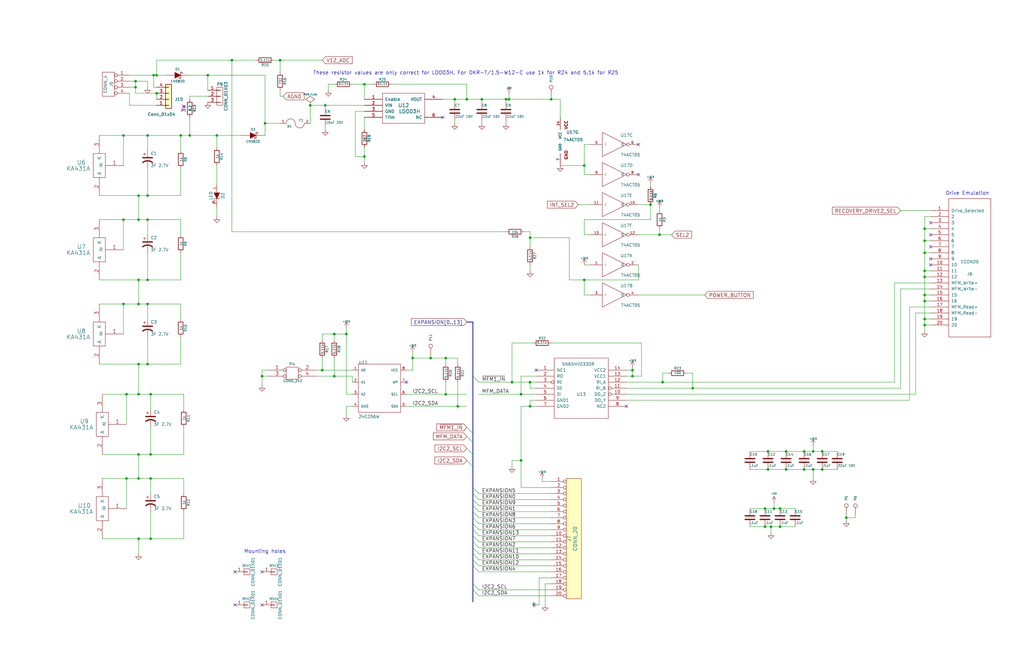
<source format=kicad_sch>
(kicad_sch (version 20230121) (generator eeschema)

  (uuid 5a48e3be-8a66-4a85-9b5c-4a38120939c6)

  (paper "USLedger")

  (title_block
    (title "MFM Disk Reader and Emulator")
    (date "2023-11-02")
    (rev "D")
    (company "David Gesswein")
  )

  

  (junction (at 87.63 31.75) (diameter 0) (color 0 0 0 0)
    (uuid 0aaad4a1-3d89-4822-8ca9-f4ef52ec213c)
  )
  (junction (at 292.1 163.83) (diameter 0) (color 0 0 0 0)
    (uuid 17021402-97d2-4684-b792-3674040ac402)
  )
  (junction (at 342.9 198.12) (diameter 0) (color 0 0 0 0)
    (uuid 1b4077d3-fabf-4d79-bd17-2886de99b8a5)
  )
  (junction (at 191.77 41.91) (diameter 0) (color 0 0 0 0)
    (uuid 1d5736f0-11cd-45d7-8422-d3bd09fefa5e)
  )
  (junction (at 389.89 106.68) (diameter 0) (color 0 0 0 0)
    (uuid 1d5cc141-cd38-4b39-9929-cda188c217e7)
  )
  (junction (at 62.23 128.27) (diameter 0) (color 0 0 0 0)
    (uuid 23532501-8f15-4a01-89c0-964a797e3a29)
  )
  (junction (at 62.23 153.67) (diameter 0) (color 0 0 0 0)
    (uuid 23b6f07a-3bab-492e-b67a-dd3252523259)
  )
  (junction (at 346.71 190.5) (diameter 0) (color 0 0 0 0)
    (uuid 264546ae-2d92-4315-aca1-c065445d3c22)
  )
  (junction (at 53.34 166.37) (diameter 0) (color 0 0 0 0)
    (uuid 279e1dcf-02af-4d20-b508-f65252daba5e)
  )
  (junction (at 389.89 124.46) (diameter 0) (color 0 0 0 0)
    (uuid 2b63f078-af47-4d32-864d-726c4f297472)
  )
  (junction (at 58.42 153.67) (diameter 0) (color 0 0 0 0)
    (uuid 32897c30-e2d7-4ad9-8f65-ff157507d29e)
  )
  (junction (at 219.71 166.37) (diameter 0) (color 0 0 0 0)
    (uuid 336ae0bf-c273-4873-8f32-4ae38724e1fb)
  )
  (junction (at 339.09 198.12) (diameter 0) (color 0 0 0 0)
    (uuid 33a5f97e-04cf-4fad-9dc9-380653660cbd)
  )
  (junction (at 323.85 198.12) (diameter 0) (color 0 0 0 0)
    (uuid 33f2b883-a66b-43dc-913d-5b2b59c68561)
  )
  (junction (at 62.23 92.71) (diameter 0) (color 0 0 0 0)
    (uuid 375a73c9-442b-466f-bb76-9811dcb50c19)
  )
  (junction (at 181.61 151.13) (diameter 0) (color 0 0 0 0)
    (uuid 381aa49d-ce08-47f5-8983-846a10abd868)
  )
  (junction (at 58.42 118.11) (diameter 0) (color 0 0 0 0)
    (uuid 382be017-6910-43e3-86f2-29fb0fa13732)
  )
  (junction (at 58.42 227.33) (diameter 0) (color 0 0 0 0)
    (uuid 3af1d09b-902f-4ef8-a639-2a6500e704eb)
  )
  (junction (at 279.4 161.29) (diameter 0) (color 0 0 0 0)
    (uuid 3af79c10-d160-41bc-beaa-810795aba5cb)
  )
  (junction (at 223.52 100.33) (diameter 0) (color 0 0 0 0)
    (uuid 3b775f53-9fe8-47d9-a210-90f3c804e010)
  )
  (junction (at 389.89 114.3) (diameter 0) (color 0 0 0 0)
    (uuid 3d8b8067-181e-45b5-b557-1f942ce55bee)
  )
  (junction (at 214.63 41.91) (diameter 0) (color 0 0 0 0)
    (uuid 442aceef-d82f-4797-bacb-7b9d62191d40)
  )
  (junction (at 325.12 222.25) (diameter 0) (color 0 0 0 0)
    (uuid 450b0d4d-4001-4194-9285-48f7ea29866d)
  )
  (junction (at 58.42 166.37) (diameter 0) (color 0 0 0 0)
    (uuid 46ff3c91-eb4d-4c03-b119-50f6850fd4c0)
  )
  (junction (at 223.52 171.45) (diameter 0) (color 0 0 0 0)
    (uuid 4886587d-a5fd-4dfb-9b36-d66456ad3df8)
  )
  (junction (at 111.76 52.07) (diameter 0) (color 0 0 0 0)
    (uuid 4a4cc9ef-1cba-4664-bb55-2a8690e6edcd)
  )
  (junction (at 346.71 198.12) (diameter 0) (color 0 0 0 0)
    (uuid 4bfd912e-e568-40ee-8e10-3488543b7b5a)
  )
  (junction (at 187.96 166.37) (diameter 0) (color 0 0 0 0)
    (uuid 50fc4098-d992-48c5-93f0-690b86847fe4)
  )
  (junction (at 146.05 140.97) (diameter 0) (color 0 0 0 0)
    (uuid 56832c75-89b3-4bbb-974f-a95e56917767)
  )
  (junction (at 389.89 101.6) (diameter 0) (color 0 0 0 0)
    (uuid 56db175c-3ae7-4c19-94b2-15f6b8b700b4)
  )
  (junction (at 63.5 201.93) (diameter 0) (color 0 0 0 0)
    (uuid 576dce76-2089-44a6-9b37-2a1b209bd688)
  )
  (junction (at 153.67 66.04) (diameter 0) (color 0 0 0 0)
    (uuid 61e706d3-8513-426f-9458-5211e1cc01e0)
  )
  (junction (at 62.23 57.15) (diameter 0) (color 0 0 0 0)
    (uuid 6386895c-7d2f-43e8-bc21-95c6bc67eb29)
  )
  (junction (at 153.67 35.56) (diameter 0) (color 0 0 0 0)
    (uuid 66cdfa7c-e7c8-43ef-8050-e24b1af92317)
  )
  (junction (at 278.13 99.06) (diameter 0) (color 0 0 0 0)
    (uuid 73a01c20-74fd-4f9e-93b3-73cbf0cee7c5)
  )
  (junction (at 246.38 69.85) (diameter 0) (color 0 0 0 0)
    (uuid 75838832-bcdb-4379-a75c-3042c3fd443a)
  )
  (junction (at 66.04 39.37) (diameter 0) (color 0 0 0 0)
    (uuid 77646064-c92b-48fb-b7ec-160741dff150)
  )
  (junction (at 274.32 86.36) (diameter 0) (color 0 0 0 0)
    (uuid 7a49e565-d3f1-408c-a074-6f9c7ba75643)
  )
  (junction (at 58.42 191.77) (diameter 0) (color 0 0 0 0)
    (uuid 7d6eb9a3-55cd-48d7-ac20-7eab6279486c)
  )
  (junction (at 323.85 190.5) (diameter 0) (color 0 0 0 0)
    (uuid 7e165286-83c1-4768-beb9-dd4b4e841a75)
  )
  (junction (at 58.42 92.71) (diameter 0) (color 0 0 0 0)
    (uuid 80059241-1712-48ab-906c-84a34c92718e)
  )
  (junction (at 213.36 41.91) (diameter 0) (color 0 0 0 0)
    (uuid 86541769-7abe-431d-a7af-912bb1f8176a)
  )
  (junction (at 80.01 57.15) (diameter 0) (color 0 0 0 0)
    (uuid 878cc37c-19c2-4ffb-8181-cd49f829df3e)
  )
  (junction (at 58.42 82.55) (diameter 0) (color 0 0 0 0)
    (uuid 88854401-20e4-4086-8a18-a444c37a3bca)
  )
  (junction (at 137.16 44.45) (diameter 0) (color 0 0 0 0)
    (uuid 8b271a1f-0394-487c-9cf1-3fd2b6d344f4)
  )
  (junction (at 389.89 137.16) (diameter 0) (color 0 0 0 0)
    (uuid 8b669790-a308-477b-9d0c-da2733d7fefe)
  )
  (junction (at 215.9 161.29) (diameter 0) (color 0 0 0 0)
    (uuid 8baac0ef-433d-4fa0-b2d9-1099df872f56)
  )
  (junction (at 57.15 36.83) (diameter 0) (color 0 0 0 0)
    (uuid 8e972232-a64e-4aed-a3e2-1d289386d357)
  )
  (junction (at 91.44 57.15) (diameter 0) (color 0 0 0 0)
    (uuid 8f0b52a6-e832-40c3-93f7-ddc37cae48c6)
  )
  (junction (at 223.52 161.29) (diameter 0) (color 0 0 0 0)
    (uuid 90346619-4d74-4ee4-85fa-c0d08e41024d)
  )
  (junction (at 76.2 57.15) (diameter 0) (color 0 0 0 0)
    (uuid 904ca101-25f4-4070-bcff-0e08a66861f5)
  )
  (junction (at 130.81 44.45) (diameter 0) (color 0 0 0 0)
    (uuid 953aae36-59ad-440e-9f83-62776dd32256)
  )
  (junction (at 52.07 128.27) (diameter 0) (color 0 0 0 0)
    (uuid 95410df0-de44-4782-a18c-6062a8c3299e)
  )
  (junction (at 328.93 222.25) (diameter 0) (color 0 0 0 0)
    (uuid 98e02cb5-2308-45ed-bea1-590fe8dc711d)
  )
  (junction (at 328.93 214.63) (diameter 0) (color 0 0 0 0)
    (uuid 9e5cd560-3fb3-4041-a632-424f53527772)
  )
  (junction (at 173.99 151.13) (diameter 0) (color 0 0 0 0)
    (uuid a896b01d-4730-4e46-8ad3-1e4b12842da5)
  )
  (junction (at 52.07 57.15) (diameter 0) (color 0 0 0 0)
    (uuid a99aefc5-b6ca-40e4-ba52-3d7d37ebbbd3)
  )
  (junction (at 339.09 190.5) (diameter 0) (color 0 0 0 0)
    (uuid aded968e-1ac2-46d4-9459-fda37d9f527a)
  )
  (junction (at 196.85 41.91) (diameter 0) (color 0 0 0 0)
    (uuid b0a973bd-7ddf-4b77-a359-78f25fdbb606)
  )
  (junction (at 63.5 166.37) (diameter 0) (color 0 0 0 0)
    (uuid b0b18985-4da7-47f2-b233-f3731e43cace)
  )
  (junction (at 193.04 171.45) (diameter 0) (color 0 0 0 0)
    (uuid b0f527ff-6315-444d-b7f5-ca04fe4d0aae)
  )
  (junction (at 389.89 127) (diameter 0) (color 0 0 0 0)
    (uuid b4e37b84-15e9-4a4f-b6f0-b9bb18c7884c)
  )
  (junction (at 203.2 41.91) (diameter 0) (color 0 0 0 0)
    (uuid b545ba00-529a-484a-8484-1773af56b553)
  )
  (junction (at 135.89 156.21) (diameter 0) (color 0 0 0 0)
    (uuid b6d3753c-0533-4f59-a234-a9e47a386233)
  )
  (junction (at 246.38 118.11) (diameter 0) (color 0 0 0 0)
    (uuid b6efc174-983c-44f9-a5da-e876180acfd3)
  )
  (junction (at 266.7 156.21) (diameter 0) (color 0 0 0 0)
    (uuid bbebbbf7-0dc6-4f0f-aa06-359c8e7b6763)
  )
  (junction (at 140.97 158.75) (diameter 0) (color 0 0 0 0)
    (uuid bd56d7be-5178-45b2-8d44-ed654be401ec)
  )
  (junction (at 57.15 34.29) (diameter 0) (color 0 0 0 0)
    (uuid be81ea6c-562b-4c73-b773-cacae81486ea)
  )
  (junction (at 140.97 140.97) (diameter 0) (color 0 0 0 0)
    (uuid bebf794e-e782-411e-a6e7-25f4f034cd9a)
  )
  (junction (at 331.47 198.12) (diameter 0) (color 0 0 0 0)
    (uuid c5915dae-278a-4615-a8e9-70f844f40670)
  )
  (junction (at 118.11 25.4) (diameter 0) (color 0 0 0 0)
    (uuid c5f17370-1eab-42c8-b381-6bc931d507d9)
  )
  (junction (at 53.34 201.93) (diameter 0) (color 0 0 0 0)
    (uuid c7aa6699-c2b3-4d07-9e70-f09fbbce58ef)
  )
  (junction (at 232.41 41.91) (diameter 0) (color 0 0 0 0)
    (uuid caed60b8-4891-4b23-a4bd-f7292bca6f05)
  )
  (junction (at 389.89 134.62) (diameter 0) (color 0 0 0 0)
    (uuid cc0a9852-767e-4036-ad19-d688061ba07c)
  )
  (junction (at 331.47 190.5) (diameter 0) (color 0 0 0 0)
    (uuid ce3d13d7-96aa-412c-8b00-a94e4e9c3438)
  )
  (junction (at 62.23 82.55) (diameter 0) (color 0 0 0 0)
    (uuid d6c049c4-3fe4-451b-863e-e67f2e0d7d0b)
  )
  (junction (at 58.42 128.27) (diameter 0) (color 0 0 0 0)
    (uuid da30a642-20e4-4c57-8416-201d0380a113)
  )
  (junction (at 389.89 116.84) (diameter 0) (color 0 0 0 0)
    (uuid db6015f9-a81c-4f42-b032-23431aee2612)
  )
  (junction (at 66.04 31.75) (diameter 0) (color 0 0 0 0)
    (uuid ded80cc1-1317-4ca1-ab4f-3fc117bf92d1)
  )
  (junction (at 97.79 25.4) (diameter 0) (color 0 0 0 0)
    (uuid e13a6dd2-7612-4ead-b9ef-2dbb4b7555c4)
  )
  (junction (at 64.77 31.75) (diameter 0) (color 0 0 0 0)
    (uuid e147fb39-8796-4960-b76c-208acb870f0e)
  )
  (junction (at 52.07 92.71) (diameter 0) (color 0 0 0 0)
    (uuid e162f61b-e5c3-453f-9f32-3c10a702c0be)
  )
  (junction (at 389.89 96.52) (diameter 0) (color 0 0 0 0)
    (uuid e2362afa-4acb-48f5-b167-e73e8d10a106)
  )
  (junction (at 356.87 218.44) (diameter 0) (color 0 0 0 0)
    (uuid e2b58e9d-8ae3-46fe-b880-b76da959e990)
  )
  (junction (at 110.49 158.75) (diameter 0) (color 0 0 0 0)
    (uuid e33a1d8f-0fc9-436b-8291-0218c744b85e)
  )
  (junction (at 63.5 227.33) (diameter 0) (color 0 0 0 0)
    (uuid e4eaec1d-928b-43e9-9004-41b5cc80e2eb)
  )
  (junction (at 62.23 118.11) (diameter 0) (color 0 0 0 0)
    (uuid e4f9670b-4835-4cfe-b25e-1f2bacb8a7bc)
  )
  (junction (at 322.58 214.63) (diameter 0) (color 0 0 0 0)
    (uuid e98a8a3b-95d6-498e-8973-310caceee1ac)
  )
  (junction (at 58.42 201.93) (diameter 0) (color 0 0 0 0)
    (uuid e9fde928-40d8-4a87-a78a-fe907eea9275)
  )
  (junction (at 187.96 151.13) (diameter 0) (color 0 0 0 0)
    (uuid eb7429bf-6171-4be7-9c69-0628e2f64ab3)
  )
  (junction (at 326.39 214.63) (diameter 0) (color 0 0 0 0)
    (uuid ec140413-e8cc-4a41-90b5-ee1810ae6745)
  )
  (junction (at 219.71 194.31) (diameter 0) (color 0 0 0 0)
    (uuid ecebdb24-6c63-4bd9-83c1-bdf4758daf9e)
  )
  (junction (at 266.7 158.75) (diameter 0) (color 0 0 0 0)
    (uuid f2be52a9-fe82-4d8e-b4de-4a3273f6e8f2)
  )
  (junction (at 322.58 222.25) (diameter 0) (color 0 0 0 0)
    (uuid f40536a8-27bf-4eca-947c-1f3d982dc598)
  )
  (junction (at 342.9 190.5) (diameter 0) (color 0 0 0 0)
    (uuid f7c54a6b-35ca-4b4a-a38e-5ba6ea2fa660)
  )
  (junction (at 63.5 191.77) (diameter 0) (color 0 0 0 0)
    (uuid fb5aef88-0661-4fa8-8d01-ab2476ff4a7b)
  )

  (no_connect (at 99.06 241.3) (uuid 053abcc0-b216-4380-9188-0edc17a516f4))
  (no_connect (at 392.43 109.22) (uuid 0d96d3bf-865d-4fd0-94bd-15b392ec2194))
  (no_connect (at 392.43 99.06) (uuid 15839a8f-f2aa-48cd-9ad6-1268f3024662))
  (no_connect (at 186.69 49.53) (uuid 32b4a624-0b25-4b5b-b00a-9b0061ccd7d2))
  (no_connect (at 110.49 255.27) (uuid 6b4dfb66-da01-4551-bb25-ffbaf94843c7))
  (no_connect (at 392.43 104.14) (uuid 7721de74-eb5d-40ae-8f54-1288492e4289))
  (no_connect (at 392.43 93.98) (uuid 84260fa3-c531-4381-bb45-31d3978015d6))
  (no_connect (at 226.06 156.21) (uuid 8950c0d2-e3bb-4af0-8713-160649c2df0f))
  (no_connect (at 392.43 111.76) (uuid 9977e413-bf51-4b05-909f-58443c6e6700))
  (no_connect (at 269.24 60.96) (uuid aa6e2774-e875-471e-ad4e-26d7dd8938a3))
  (no_connect (at 99.06 255.27) (uuid ac39a7a9-ba82-4afc-a48c-35287eba0b08))
  (no_connect (at 264.16 171.45) (uuid b6ceb36e-02b2-4b77-b5a6-2fbb79a696cc))
  (no_connect (at 110.49 241.3) (uuid d2118c31-1bfb-49a3-8009-e65dfce03f4c))
  (no_connect (at 269.24 73.66) (uuid f749d8bc-9316-47dd-91ec-5be954f643f1))
  (no_connect (at 171.45 161.29) (uuid ff2700ed-65b6-40c2-b68f-96eec6fa1de0))

  (bus_entry (at 199.39 215.9) (size 2.54 2.54)
    (stroke (width 0) (type default))
    (uuid 00ef5e1f-aafc-493b-b9ee-f38d7e135de0)
  )
  (bus_entry (at 199.39 205.74) (size 2.54 2.54)
    (stroke (width 0) (type default))
    (uuid 11e3b6d0-25fd-4ee9-b76f-29f0d027a4e7)
  )
  (bus_entry (at 199.39 210.82) (size 2.54 2.54)
    (stroke (width 0) (type default))
    (uuid 1f5715c1-6bd4-4a39-9e2e-9128d729f3ae)
  )
  (bus_entry (at 199.39 220.98) (size 2.54 2.54)
    (stroke (width 0) (type default))
    (uuid 27ddac89-dce0-4e47-9d46-43d5e7cb214f)
  )
  (bus_entry (at 199.39 236.22) (size 2.54 2.54)
    (stroke (width 0) (type default))
    (uuid 421369c9-c1fc-4d0f-b41f-ac748cc86aba)
  )
  (bus_entry (at 199.39 218.44) (size 2.54 2.54)
    (stroke (width 0) (type default))
    (uuid 6329a7bb-aab1-41cf-9b0d-e3ead0de5961)
  )
  (bus_entry (at 199.39 248.92) (size 2.54 2.54)
    (stroke (width 0) (type default))
    (uuid 72b4686d-ffd7-4fb1-b667-0743cea402cd)
  )
  (bus_entry (at 199.39 228.6) (size 2.54 2.54)
    (stroke (width 0) (type default))
    (uuid 7751c9b3-21a2-4ffb-9af2-8f5cc177efb7)
  )
  (bus_entry (at 199.39 223.52) (size 2.54 2.54)
    (stroke (width 0) (type default))
    (uuid 7d7aa635-872f-4311-b251-6a3019dc9290)
  )
  (bus_entry (at 199.39 246.38) (size 2.54 2.54)
    (stroke (width 0) (type default))
    (uuid 7ebb984b-7ac9-4fa1-b5ed-6c6d4b864e6d)
  )
  (bus_entry (at 196.85 194.31) (size 2.54 2.54)
    (stroke (width 0) (type default))
    (uuid 80fb9497-895b-43a2-aace-11bba3f66def)
  )
  (bus_entry (at 199.39 158.75) (size 2.54 2.54)
    (stroke (width 0) (type default))
    (uuid 9f87880d-285f-4814-82db-77d3271e3d56)
  )
  (bus_entry (at 199.39 233.68) (size 2.54 2.54)
    (stroke (width 0) (type default))
    (uuid b7df70e8-980b-47ee-ae9c-8f92470f980f)
  )
  (bus_entry (at 199.39 226.06) (size 2.54 2.54)
    (stroke (width 0) (type default))
    (uuid bba4171b-353c-4b92-a0b5-223fc08af3fa)
  )
  (bus_entry (at 199.39 238.76) (size 2.54 2.54)
    (stroke (width 0) (type default))
    (uuid c764094e-6c39-4fc1-956c-051a7bc443c6)
  )
  (bus_entry (at 196.85 184.15) (size 2.54 2.54)
    (stroke (width 0) (type default))
    (uuid cc5b8d59-18fd-4f9e-b291-936b34417905)
  )
  (bus_entry (at 199.39 231.14) (size 2.54 2.54)
    (stroke (width 0) (type default))
    (uuid de1f0361-bf6f-4ca5-b0c7-5c52b1ccb0cf)
  )
  (bus_entry (at 199.39 213.36) (size 2.54 2.54)
    (stroke (width 0) (type default))
    (uuid e270e77a-634d-4ea2-ab2c-2b5461c44818)
  )
  (bus_entry (at 196.85 180.34) (size 2.54 2.54)
    (stroke (width 0) (type default))
    (uuid e64b4c44-0720-4b55-bebe-897e289493cb)
  )
  (bus_entry (at 196.85 189.23) (size 2.54 2.54)
    (stroke (width 0) (type default))
    (uuid f0ebe786-f19e-411d-afea-8daa52b29277)
  )
  (bus_entry (at 199.39 208.28) (size 2.54 2.54)
    (stroke (width 0) (type default))
    (uuid fe8ff41d-818f-4215-bbd5-270efa4b32b2)
  )

  (wire (pts (xy 58.42 201.93) (xy 58.42 191.77))
    (stroke (width 0) (type default))
    (uuid 0008323f-261d-4b7d-bc1e-a73f893429c3)
  )
  (wire (pts (xy 87.63 31.75) (xy 111.76 31.75))
    (stroke (width 0) (type default))
    (uuid 02354a68-5285-4ef8-b5e7-2a8d5af63ef4)
  )
  (wire (pts (xy 146.05 138.43) (xy 146.05 140.97))
    (stroke (width 0) (type default))
    (uuid 0303c82f-67fe-4783-97c5-db1bd2110f11)
  )
  (wire (pts (xy 223.52 163.83) (xy 226.06 163.83))
    (stroke (width 0) (type default))
    (uuid 03919073-9ca6-4fce-9aec-9be32b3ae4c6)
  )
  (wire (pts (xy 91.44 57.15) (xy 101.6 57.15))
    (stroke (width 0) (type default))
    (uuid 0425f9d4-9c6a-4fe2-ab56-cf21daee66c3)
  )
  (wire (pts (xy 153.67 41.91) (xy 153.67 35.56))
    (stroke (width 0) (type default))
    (uuid 0432f9d3-24b0-4cf2-9263-6ccf2a0871b4)
  )
  (wire (pts (xy 87.63 38.1) (xy 87.63 31.75))
    (stroke (width 0) (type default))
    (uuid 05155936-5825-4903-a2bd-5508c3fe5c62)
  )
  (wire (pts (xy 389.89 114.3) (xy 389.89 116.84))
    (stroke (width 0) (type default))
    (uuid 05f02a99-fac0-4cbc-bc6d-a865e7bada49)
  )
  (wire (pts (xy 62.23 153.67) (xy 62.23 142.24))
    (stroke (width 0) (type default))
    (uuid 06803a5e-9228-4aac-822a-c5e050f10115)
  )
  (wire (pts (xy 223.52 111.76) (xy 223.52 114.3))
    (stroke (width 0) (type default))
    (uuid 06ab697d-05a8-429f-b064-6a8d2d7c2956)
  )
  (wire (pts (xy 240.03 118.11) (xy 246.38 118.11))
    (stroke (width 0) (type default))
    (uuid 080563b2-f47e-4120-b3b9-2af66f361cfa)
  )
  (wire (pts (xy 323.85 198.12) (xy 331.47 198.12))
    (stroke (width 0) (type default))
    (uuid 082bb711-9dd1-46fa-be3d-0cf87a0011ad)
  )
  (wire (pts (xy 76.2 118.11) (xy 76.2 106.68))
    (stroke (width 0) (type default))
    (uuid 09094434-46af-4216-b48f-fce0a3b2cf03)
  )
  (wire (pts (xy 63.5 191.77) (xy 63.5 180.34))
    (stroke (width 0) (type default))
    (uuid 098ac859-c272-4606-b1ab-bd8b0cce2932)
  )
  (wire (pts (xy 57.15 39.37) (xy 57.15 36.83))
    (stroke (width 0) (type default))
    (uuid 09ef4a7e-9f2c-4458-8a77-a394098951f3)
  )
  (wire (pts (xy 356.87 217.17) (xy 356.87 218.44))
    (stroke (width 0) (type default))
    (uuid 0c44be9a-5c4d-4863-897e-18bcc648bb8a)
  )
  (wire (pts (xy 392.43 88.9) (xy 379.73 88.9))
    (stroke (width 0) (type default))
    (uuid 0ca7129b-e115-4b17-b3a7-25f05837c5c8)
  )
  (wire (pts (xy 219.71 194.31) (xy 215.9 194.31))
    (stroke (width 0) (type default))
    (uuid 0d66cdbe-bd6c-4abc-a35b-1cf833647b1a)
  )
  (wire (pts (xy 331.47 190.5) (xy 339.09 190.5))
    (stroke (width 0) (type default))
    (uuid 0d802c67-4518-480e-a750-b90cbc51c58d)
  )
  (wire (pts (xy 223.52 168.91) (xy 223.52 171.45))
    (stroke (width 0) (type default))
    (uuid 0ef80bd2-b736-4d42-877b-c38a8bd80f94)
  )
  (bus (pts (xy 199.39 196.85) (xy 199.39 205.74))
    (stroke (width 0) (type default))
    (uuid 0f3fc682-1a38-4edd-8f1f-52aacc247251)
  )

  (wire (pts (xy 229.87 246.38) (xy 229.87 255.27))
    (stroke (width 0) (type default))
    (uuid 100473db-5765-4e11-b8b3-c728da5947a7)
  )
  (wire (pts (xy 64.77 31.75) (xy 66.04 31.75))
    (stroke (width 0) (type default))
    (uuid 10831cbd-862d-4cce-9d9a-afe1b12ac055)
  )
  (wire (pts (xy 186.69 41.91) (xy 191.77 41.91))
    (stroke (width 0) (type default))
    (uuid 11a14a3e-52b4-441e-8998-20ec9747b65e)
  )
  (wire (pts (xy 274.32 86.36) (xy 274.32 92.71))
    (stroke (width 0) (type default))
    (uuid 11deaec0-f62a-4f34-94c6-05b45cf546d4)
  )
  (wire (pts (xy 223.52 161.29) (xy 226.06 161.29))
    (stroke (width 0) (type default))
    (uuid 11eceaae-ec5a-4462-97a6-2996741d92fc)
  )
  (wire (pts (xy 62.23 92.71) (xy 62.23 99.06))
    (stroke (width 0) (type default))
    (uuid 12fc8166-f2dd-42f9-a5af-a9da96e6d503)
  )
  (wire (pts (xy 219.71 158.75) (xy 219.71 166.37))
    (stroke (width 0) (type default))
    (uuid 13041ab6-da31-4b39-bf0d-686f13471085)
  )
  (wire (pts (xy 135.89 140.97) (xy 135.89 143.51))
    (stroke (width 0) (type default))
    (uuid 137fbfde-4d09-40e2-a3f7-58d21feb99d0)
  )
  (wire (pts (xy 43.18 191.77) (xy 58.42 191.77))
    (stroke (width 0) (type default))
    (uuid 13e89e66-c816-4a18-84f3-592fc88afbef)
  )
  (wire (pts (xy 279.4 161.29) (xy 377.19 161.29))
    (stroke (width 0) (type default))
    (uuid 1402e44a-f0ea-4b7f-ac34-7675ec993585)
  )
  (wire (pts (xy 191.77 41.91) (xy 196.85 41.91))
    (stroke (width 0) (type default))
    (uuid 1674cd44-c91d-4382-b1b9-10120cb664c4)
  )
  (wire (pts (xy 339.09 198.12) (xy 342.9 198.12))
    (stroke (width 0) (type default))
    (uuid 16b4a981-97b7-43b8-bc7d-3ae3e1969ff0)
  )
  (wire (pts (xy 379.73 121.92) (xy 392.43 121.92))
    (stroke (width 0) (type default))
    (uuid 1708a8e3-cf55-4cb9-a464-1576033e61ef)
  )
  (wire (pts (xy 201.93 251.46) (xy 232.41 251.46))
    (stroke (width 0) (type default))
    (uuid 18f469d7-ec92-45c9-acf7-3852c03e90b0)
  )
  (wire (pts (xy 91.44 57.15) (xy 91.44 62.23))
    (stroke (width 0) (type default))
    (uuid 195014b4-0478-4d1b-bf77-d86b5cc23541)
  )
  (wire (pts (xy 66.04 25.4) (xy 66.04 31.75))
    (stroke (width 0) (type default))
    (uuid 195748de-e440-4ecf-b6c9-83e80fd51806)
  )
  (wire (pts (xy 62.23 57.15) (xy 76.2 57.15))
    (stroke (width 0) (type default))
    (uuid 19ad0176-76f0-4d60-ab95-b745db4b90f6)
  )
  (wire (pts (xy 316.23 214.63) (xy 322.58 214.63))
    (stroke (width 0) (type default))
    (uuid 1a791b0c-fea0-4201-9123-8135c0704721)
  )
  (wire (pts (xy 52.07 57.15) (xy 62.23 57.15))
    (stroke (width 0) (type default))
    (uuid 1b3bec56-fe7e-4746-9877-9359b016e6eb)
  )
  (wire (pts (xy 118.11 25.4) (xy 118.11 30.48))
    (stroke (width 0) (type default))
    (uuid 1b8397fe-ac6f-4a6c-975f-258cb7350ac7)
  )
  (wire (pts (xy 58.42 118.11) (xy 62.23 118.11))
    (stroke (width 0) (type default))
    (uuid 1c4274ae-a863-472f-be5a-9b95667513de)
  )
  (wire (pts (xy 53.34 214.63) (xy 53.34 201.93))
    (stroke (width 0) (type default))
    (uuid 1d112a9d-572d-4963-8a6d-4622c3e6e5f6)
  )
  (wire (pts (xy 379.73 163.83) (xy 379.73 121.92))
    (stroke (width 0) (type default))
    (uuid 1deb143d-8b4a-46a1-bab4-e45599ed415c)
  )
  (wire (pts (xy 389.89 116.84) (xy 389.89 124.46))
    (stroke (width 0) (type default))
    (uuid 1e0a1be9-9d10-461b-8c09-75d44174375d)
  )
  (wire (pts (xy 52.07 128.27) (xy 58.42 128.27))
    (stroke (width 0) (type default))
    (uuid 1e2dc5e9-cb80-45e4-8f1f-0ada577df681)
  )
  (wire (pts (xy 201.93 210.82) (xy 232.41 210.82))
    (stroke (width 0) (type default))
    (uuid 1ea8dec0-e246-4d4c-a900-3b5005c335ae)
  )
  (wire (pts (xy 389.89 134.62) (xy 392.43 134.62))
    (stroke (width 0) (type default))
    (uuid 21103cea-0079-4f19-9057-d0a9f5af91b5)
  )
  (wire (pts (xy 66.04 39.37) (xy 57.15 39.37))
    (stroke (width 0) (type default))
    (uuid 228e8a04-31ad-4447-ae85-01e98438d01f)
  )
  (wire (pts (xy 173.99 156.21) (xy 171.45 156.21))
    (stroke (width 0) (type default))
    (uuid 23032705-eef6-4231-9444-aea79676be2e)
  )
  (wire (pts (xy 243.84 86.36) (xy 248.92 86.36))
    (stroke (width 0) (type default))
    (uuid 24d7ecca-303a-454f-8334-3008d30bf68d)
  )
  (wire (pts (xy 181.61 151.13) (xy 187.96 151.13))
    (stroke (width 0) (type default))
    (uuid 2512cc10-fc38-4dc8-9101-1a92dada7bcd)
  )
  (wire (pts (xy 135.89 140.97) (xy 140.97 140.97))
    (stroke (width 0) (type default))
    (uuid 25b2f869-55e8-4e53-952b-6751a54c690b)
  )
  (wire (pts (xy 227.33 255.27) (xy 227.33 243.84))
    (stroke (width 0) (type default))
    (uuid 2679690f-d32f-426c-b4e3-edfb30102619)
  )
  (wire (pts (xy 246.38 60.96) (xy 246.38 69.85))
    (stroke (width 0) (type default))
    (uuid 27f0985a-a78e-468a-8657-2288c3ff374f)
  )
  (wire (pts (xy 201.93 218.44) (xy 232.41 218.44))
    (stroke (width 0) (type default))
    (uuid 285ce6f3-3092-46cc-abdc-ec6dd19d37be)
  )
  (bus (pts (xy 199.39 191.77) (xy 199.39 196.85))
    (stroke (width 0) (type default))
    (uuid 28c91d6e-a151-43ab-bfc7-6581e4a72aa1)
  )

  (wire (pts (xy 219.71 171.45) (xy 219.71 194.31))
    (stroke (width 0) (type default))
    (uuid 28cfabda-17e7-4ece-951d-bc549177e310)
  )
  (wire (pts (xy 392.43 114.3) (xy 389.89 114.3))
    (stroke (width 0) (type default))
    (uuid 295cfba6-24cf-416f-a3ed-aeb5e48eaf26)
  )
  (wire (pts (xy 236.22 69.85) (xy 246.38 69.85))
    (stroke (width 0) (type default))
    (uuid 29a7abc3-4265-450e-8316-ddeb082cd8c9)
  )
  (wire (pts (xy 52.07 105.41) (xy 52.07 92.71))
    (stroke (width 0) (type default))
    (uuid 2b30329a-9620-4d58-b67e-c64ec343f0d5)
  )
  (wire (pts (xy 58.42 82.55) (xy 62.23 82.55))
    (stroke (width 0) (type default))
    (uuid 2c30cb9a-7d22-44b0-bc5c-0ba1ffe99d22)
  )
  (wire (pts (xy 232.41 248.92) (xy 201.93 248.92))
    (stroke (width 0) (type default))
    (uuid 2c3c80f8-e1c5-4f1d-bfa6-f5f4cf67ff59)
  )
  (wire (pts (xy 58.42 166.37) (xy 58.42 153.67))
    (stroke (width 0) (type default))
    (uuid 2cf177ae-ec97-4dd3-904b-8edce6673836)
  )
  (wire (pts (xy 386.08 166.37) (xy 386.08 132.08))
    (stroke (width 0) (type default))
    (uuid 2dc34e2d-ac26-4580-a7cb-9488e057dccc)
  )
  (wire (pts (xy 76.2 153.67) (xy 76.2 142.24))
    (stroke (width 0) (type default))
    (uuid 2df2b61b-9ff5-45da-a1b1-3937b83f326d)
  )
  (wire (pts (xy 62.23 128.27) (xy 76.2 128.27))
    (stroke (width 0) (type default))
    (uuid 2e02f702-6cfa-4d8b-9a14-b1363a1464fb)
  )
  (wire (pts (xy 264.16 163.83) (xy 292.1 163.83))
    (stroke (width 0) (type default))
    (uuid 30730b58-730e-4284-be00-d39be3b1cf12)
  )
  (wire (pts (xy 153.67 66.04) (xy 153.67 68.58))
    (stroke (width 0) (type default))
    (uuid 310f6bb0-a80f-4dda-b785-6903298f6126)
  )
  (wire (pts (xy 77.47 227.33) (xy 77.47 215.9))
    (stroke (width 0) (type default))
    (uuid 311a0737-8725-4e59-aa8c-a46ea21f51e5)
  )
  (wire (pts (xy 153.67 66.04) (xy 149.86 66.04))
    (stroke (width 0) (type default))
    (uuid 3231cdd6-ff15-4e8a-af89-96648b308fc4)
  )
  (wire (pts (xy 219.71 166.37) (xy 226.06 166.37))
    (stroke (width 0) (type default))
    (uuid 32c6b727-8bbe-4df9-b284-30fd0b41c56c)
  )
  (wire (pts (xy 187.96 166.37) (xy 196.85 166.37))
    (stroke (width 0) (type default))
    (uuid 3380e505-3a8d-4aec-a9cb-9b97d3fa0bdc)
  )
  (wire (pts (xy 187.96 151.13) (xy 187.96 153.67))
    (stroke (width 0) (type default))
    (uuid 3410c2ce-853b-4641-9c3e-a1bad2deefb7)
  )
  (wire (pts (xy 201.93 238.76) (xy 232.41 238.76))
    (stroke (width 0) (type default))
    (uuid 347486ff-5b98-499a-8d09-3b8f9e2a153b)
  )
  (bus (pts (xy 199.39 223.52) (xy 199.39 226.06))
    (stroke (width 0) (type default))
    (uuid 34e926b9-6c4d-42e5-a8ef-f7b34a8182a9)
  )

  (wire (pts (xy 201.93 161.29) (xy 215.9 161.29))
    (stroke (width 0) (type default))
    (uuid 354924bc-edb3-4c03-b26e-d248bd19f66b)
  )
  (wire (pts (xy 63.5 166.37) (xy 77.47 166.37))
    (stroke (width 0) (type default))
    (uuid 358af87d-98ae-4313-9c7f-1296ac203440)
  )
  (wire (pts (xy 246.38 118.11) (xy 269.24 118.11))
    (stroke (width 0) (type default))
    (uuid 35b701ef-314f-42a9-9639-269f981dc4da)
  )
  (wire (pts (xy 203.2 41.91) (xy 213.36 41.91))
    (stroke (width 0) (type default))
    (uuid 3615c061-2314-45b1-9ce4-8cc9f7074393)
  )
  (wire (pts (xy 66.04 39.37) (xy 66.04 41.91))
    (stroke (width 0) (type default))
    (uuid 36debd97-e722-4cb3-930e-a51d927ca873)
  )
  (wire (pts (xy 130.81 44.45) (xy 137.16 44.45))
    (stroke (width 0) (type default))
    (uuid 3736a9c5-7eff-4393-b875-9d2495bee6de)
  )
  (wire (pts (xy 392.43 96.52) (xy 389.89 96.52))
    (stroke (width 0) (type default))
    (uuid 38810352-7e30-4a62-b27b-62d6ce39af99)
  )
  (wire (pts (xy 223.52 163.83) (xy 223.52 161.29))
    (stroke (width 0) (type default))
    (uuid 39102520-ea54-49ad-8b97-46a4c4b49676)
  )
  (wire (pts (xy 76.2 92.71) (xy 76.2 99.06))
    (stroke (width 0) (type default))
    (uuid 39346dbe-7ed6-4256-9853-6fb834f03fd3)
  )
  (wire (pts (xy 389.89 124.46) (xy 389.89 127))
    (stroke (width 0) (type default))
    (uuid 39fabb78-c8d9-4270-9c32-5ef5a29033e5)
  )
  (wire (pts (xy 389.89 96.52) (xy 389.89 101.6))
    (stroke (width 0) (type default))
    (uuid 3a12aff8-c214-4ed5-aa96-41c618b079ce)
  )
  (wire (pts (xy 389.89 116.84) (xy 392.43 116.84))
    (stroke (width 0) (type default))
    (uuid 3a90a720-a0e3-4445-a5b2-83db4667bf7d)
  )
  (wire (pts (xy 389.89 91.44) (xy 389.89 96.52))
    (stroke (width 0) (type default))
    (uuid 3b0cf352-203a-468f-8460-f9cf13867086)
  )
  (wire (pts (xy 346.71 198.12) (xy 353.06 198.12))
    (stroke (width 0) (type default))
    (uuid 3b79cb2d-2622-4463-ab40-96e7964c0b17)
  )
  (wire (pts (xy 62.23 34.29) (xy 62.23 36.83))
    (stroke (width 0) (type default))
    (uuid 3d3503e0-df14-48d3-91d6-cd0334da9721)
  )
  (bus (pts (xy 199.39 210.82) (xy 199.39 213.36))
    (stroke (width 0) (type default))
    (uuid 3d8694ec-9d23-4da1-9212-eaac1e532e4e)
  )

  (wire (pts (xy 153.67 35.56) (xy 157.48 35.56))
    (stroke (width 0) (type default))
    (uuid 3de0b229-9a62-45d6-9847-5067952c1f42)
  )
  (wire (pts (xy 62.23 82.55) (xy 76.2 82.55))
    (stroke (width 0) (type default))
    (uuid 3f8d08c4-c61f-4900-bcf2-c85dd0cb2d7b)
  )
  (wire (pts (xy 41.91 92.71) (xy 52.07 92.71))
    (stroke (width 0) (type default))
    (uuid 3fd088d6-df6d-4218-a0e3-99962df7735f)
  )
  (wire (pts (xy 62.23 128.27) (xy 62.23 134.62))
    (stroke (width 0) (type default))
    (uuid 406df93b-b172-4e59-9e8a-4c05525f43b9)
  )
  (bus (pts (xy 199.39 236.22) (xy 199.39 238.76))
    (stroke (width 0) (type default))
    (uuid 40a68b44-ec68-4e0a-9cba-6bffa0582451)
  )

  (wire (pts (xy 53.34 201.93) (xy 58.42 201.93))
    (stroke (width 0) (type default))
    (uuid 40e05b5c-2df9-4743-bd63-9870fcb772cb)
  )
  (wire (pts (xy 115.57 25.4) (xy 118.11 25.4))
    (stroke (width 0) (type default))
    (uuid 41d94e3f-31c6-4529-954f-59b0a58b7518)
  )
  (wire (pts (xy 215.9 194.31) (xy 215.9 196.85))
    (stroke (width 0) (type default))
    (uuid 42a2bdb0-9b63-4c8f-8a8d-41677eb42f48)
  )
  (wire (pts (xy 342.9 190.5) (xy 346.71 190.5))
    (stroke (width 0) (type default))
    (uuid 434f7244-e662-4e17-a235-f6b772c6f368)
  )
  (wire (pts (xy 246.38 99.06) (xy 248.92 99.06))
    (stroke (width 0) (type default))
    (uuid 4379b7a8-9f34-4f7e-a9cf-a951f65fa384)
  )
  (wire (pts (xy 62.23 82.55) (xy 62.23 71.12))
    (stroke (width 0) (type default))
    (uuid 4548da45-2937-44fe-8332-f92883f7ba8c)
  )
  (wire (pts (xy 389.89 127) (xy 389.89 134.62))
    (stroke (width 0) (type default))
    (uuid 4630545d-8100-4b68-9e55-d0270a4b4bfc)
  )
  (wire (pts (xy 41.91 128.27) (xy 52.07 128.27))
    (stroke (width 0) (type default))
    (uuid 4733150f-3f8c-4252-ac3b-ccb114fe533c)
  )
  (wire (pts (xy 63.5 227.33) (xy 63.5 215.9))
    (stroke (width 0) (type default))
    (uuid 477e72b0-72d8-4733-af51-10117cfbb68b)
  )
  (wire (pts (xy 53.34 179.07) (xy 53.34 166.37))
    (stroke (width 0) (type default))
    (uuid 47c625ca-db07-42a1-bf71-0e10d821f920)
  )
  (bus (pts (xy 199.39 246.38) (xy 199.39 248.92))
    (stroke (width 0) (type default))
    (uuid 480e6906-4e2c-42e1-b853-96144631313e)
  )

  (wire (pts (xy 62.23 118.11) (xy 62.23 106.68))
    (stroke (width 0) (type default))
    (uuid 486ae41b-2ff5-4e68-bc62-8d65c417fb69)
  )
  (wire (pts (xy 76.2 128.27) (xy 76.2 134.62))
    (stroke (width 0) (type default))
    (uuid 498b4a97-50c8-4b6e-8152-a928f60ef927)
  )
  (wire (pts (xy 57.15 36.83) (xy 57.15 34.29))
    (stroke (width 0) (type default))
    (uuid 4a0d1e74-ae48-4ad8-bf7d-c86bf65d5832)
  )
  (wire (pts (xy 232.41 40.64) (xy 232.41 41.91))
    (stroke (width 0) (type default))
    (uuid 4a3d4310-463a-4d8f-94c3-c2080bf804b5)
  )
  (wire (pts (xy 118.11 40.64) (xy 119.38 40.64))
    (stroke (width 0) (type default))
    (uuid 4ac1d0f6-34c5-4094-af50-cc4fd89d0d44)
  )
  (wire (pts (xy 58.42 92.71) (xy 58.42 82.55))
    (stroke (width 0) (type default))
    (uuid 4b635c14-a536-4643-9fae-c8a1edd10a8a)
  )
  (wire (pts (xy 289.56 157.48) (xy 292.1 157.48))
    (stroke (width 0) (type default))
    (uuid 4cf5824c-f734-4e30-b990-78d73f79ae68)
  )
  (wire (pts (xy 201.93 220.98) (xy 232.41 220.98))
    (stroke (width 0) (type default))
    (uuid 4d212da8-508f-4ed3-a71a-55b12c3130b4)
  )
  (wire (pts (xy 191.77 41.91) (xy 191.77 43.18))
    (stroke (width 0) (type default))
    (uuid 4dcb4264-1357-49cb-86dd-c31518f29026)
  )
  (wire (pts (xy 146.05 140.97) (xy 146.05 166.37))
    (stroke (width 0) (type default))
    (uuid 4e235336-d3ab-4cf2-870d-905d16820b54)
  )
  (wire (pts (xy 226.06 158.75) (xy 219.71 158.75))
    (stroke (width 0) (type default))
    (uuid 510427c3-bd46-4126-a992-95b47d88e0d9)
  )
  (wire (pts (xy 219.71 171.45) (xy 223.52 171.45))
    (stroke (width 0) (type default))
    (uuid 533fc05c-e05f-4d42-9276-82489403dce6)
  )
  (wire (pts (xy 113.03 158.75) (xy 110.49 158.75))
    (stroke (width 0) (type default))
    (uuid 53819d09-d7be-4932-b1c4-d0823e1aa055)
  )
  (wire (pts (xy 356.87 218.44) (xy 356.87 219.71))
    (stroke (width 0) (type default))
    (uuid 5470d4eb-c1aa-409f-a96f-ebed63d3d804)
  )
  (wire (pts (xy 148.59 158.75) (xy 148.59 161.29))
    (stroke (width 0) (type default))
    (uuid 54824bb3-70b4-4204-986f-24b1141913cf)
  )
  (wire (pts (xy 279.4 157.48) (xy 281.94 157.48))
    (stroke (width 0) (type default))
    (uuid 54b7d119-c197-4814-9ed0-684a536b7cd6)
  )
  (wire (pts (xy 171.45 171.45) (xy 193.04 171.45))
    (stroke (width 0) (type default))
    (uuid 5533b33f-ea59-4968-bb4a-24766fff3883)
  )
  (wire (pts (xy 278.13 99.06) (xy 283.21 99.06))
    (stroke (width 0) (type default))
    (uuid 56091463-4ee9-4ddc-966f-70d49732d19a)
  )
  (wire (pts (xy 214.63 41.91) (xy 214.63 39.37))
    (stroke (width 0) (type default))
    (uuid 56cdfebd-6f65-48f1-8557-e4dbb8d8a507)
  )
  (wire (pts (xy 215.9 144.78) (xy 224.79 144.78))
    (stroke (width 0) (type default))
    (uuid 56e059a1-e0fb-43f0-b8b7-62148012b0b2)
  )
  (wire (pts (xy 66.04 25.4) (xy 97.79 25.4))
    (stroke (width 0) (type default))
    (uuid 5965b25f-b863-4aca-b12f-e15b91b41d11)
  )
  (wire (pts (xy 201.93 231.14) (xy 232.41 231.14))
    (stroke (width 0) (type default))
    (uuid 5968f402-7660-4452-9744-80bfffbd8c59)
  )
  (wire (pts (xy 193.04 151.13) (xy 193.04 153.67))
    (stroke (width 0) (type default))
    (uuid 59b6069b-cb79-4236-99e9-b0222433fdbb)
  )
  (wire (pts (xy 270.51 158.75) (xy 270.51 144.78))
    (stroke (width 0) (type default))
    (uuid 5bf7e72d-9379-4277-8fac-9af1d283dadf)
  )
  (wire (pts (xy 203.2 41.91) (xy 203.2 43.18))
    (stroke (width 0) (type default))
    (uuid 5ca60367-e711-4dba-b145-06bbf2e09504)
  )
  (bus (pts (xy 199.39 182.88) (xy 199.39 186.69))
    (stroke (width 0) (type default))
    (uuid 5d229d9f-f888-45f4-b961-6be2d510620f)
  )

  (wire (pts (xy 232.41 203.2) (xy 228.6 203.2))
    (stroke (width 0) (type default))
    (uuid 5dbcb158-c960-487e-85ca-fd6ab8427b8f)
  )
  (wire (pts (xy 383.54 168.91) (xy 383.54 129.54))
    (stroke (width 0) (type default))
    (uuid 5ea5cea2-d054-4867-afdb-152c8678f505)
  )
  (wire (pts (xy 54.61 44.45) (xy 54.61 39.37))
    (stroke (width 0) (type default))
    (uuid 5fda065e-5e45-4f54-9991-0383963d4425)
  )
  (wire (pts (xy 269.24 99.06) (xy 278.13 99.06))
    (stroke (width 0) (type default))
    (uuid 60a7a758-529c-4a77-9f20-214d627a5c0d)
  )
  (wire (pts (xy 62.23 57.15) (xy 62.23 63.5))
    (stroke (width 0) (type default))
    (uuid 60b44ed4-3574-45c3-a4ca-5ac158dd53fe)
  )
  (wire (pts (xy 201.93 208.28) (xy 232.41 208.28))
    (stroke (width 0) (type default))
    (uuid 614900ea-5108-4127-ae44-da1fdbcc0cde)
  )
  (wire (pts (xy 316.23 190.5) (xy 323.85 190.5))
    (stroke (width 0) (type default))
    (uuid 615f135e-2e1e-494e-9664-3b2be464a2b2)
  )
  (wire (pts (xy 138.43 35.56) (xy 140.97 35.56))
    (stroke (width 0) (type default))
    (uuid 62299d5b-b346-4f1c-8d28-5c3fd7c945fe)
  )
  (wire (pts (xy 201.93 166.37) (xy 219.71 166.37))
    (stroke (width 0) (type default))
    (uuid 62759127-25e0-4bd1-ae81-72527c31036a)
  )
  (wire (pts (xy 383.54 129.54) (xy 392.43 129.54))
    (stroke (width 0) (type default))
    (uuid 63011118-ac8c-43a3-8eef-dbe240e0c655)
  )
  (wire (pts (xy 274.32 92.71) (xy 246.38 92.71))
    (stroke (width 0) (type default))
    (uuid 6374cc89-dfb3-45a9-b480-994eac80ece7)
  )
  (wire (pts (xy 58.42 92.71) (xy 62.23 92.71))
    (stroke (width 0) (type default))
    (uuid 640c32be-8441-41c8-9492-0276bcdd068e)
  )
  (wire (pts (xy 63.5 201.93) (xy 63.5 208.28))
    (stroke (width 0) (type default))
    (uuid 646668a7-6033-4bbd-b4db-8a4cd1cbfcfe)
  )
  (wire (pts (xy 264.16 168.91) (xy 383.54 168.91))
    (stroke (width 0) (type default))
    (uuid 64e20a1a-2c5c-4269-9e62-b9e668f2be72)
  )
  (wire (pts (xy 66.04 31.75) (xy 69.85 31.75))
    (stroke (width 0) (type default))
    (uuid 64fb5580-f887-47c0-951e-328f0eed3817)
  )
  (wire (pts (xy 389.89 101.6) (xy 389.89 106.68))
    (stroke (width 0) (type default))
    (uuid 6581bc64-058d-4dd1-9529-7634fe5c4c1a)
  )
  (wire (pts (xy 292.1 163.83) (xy 379.73 163.83))
    (stroke (width 0) (type default))
    (uuid 670a7d44-7b2a-404c-8b96-32ee32477831)
  )
  (wire (pts (xy 193.04 171.45) (xy 196.85 171.45))
    (stroke (width 0) (type default))
    (uuid 68afe5bf-a667-43ba-a461-52e48c876a02)
  )
  (wire (pts (xy 153.67 49.53) (xy 153.67 54.61))
    (stroke (width 0) (type default))
    (uuid 68ee4716-220f-4849-af54-159957605f1a)
  )
  (wire (pts (xy 76.2 82.55) (xy 76.2 71.12))
    (stroke (width 0) (type default))
    (uuid 69453f1b-82d1-4fa7-ba11-3bb594db0726)
  )
  (wire (pts (xy 153.67 62.23) (xy 153.67 66.04))
    (stroke (width 0) (type default))
    (uuid 6959bb8a-20f2-49f2-abfc-c60c2c8cba66)
  )
  (wire (pts (xy 173.99 151.13) (xy 181.61 151.13))
    (stroke (width 0) (type default))
    (uuid 6a024c77-c047-460d-85c1-8ee5e3d5871c)
  )
  (wire (pts (xy 328.93 214.63) (xy 335.28 214.63))
    (stroke (width 0) (type default))
    (uuid 6ab7d213-7869-48ce-a313-2966a5c28254)
  )
  (wire (pts (xy 328.93 222.25) (xy 335.28 222.25))
    (stroke (width 0) (type default))
    (uuid 6b046282-c9c9-4308-8085-a8a0a17d5ab0)
  )
  (bus (pts (xy 199.39 238.76) (xy 199.39 246.38))
    (stroke (width 0) (type default))
    (uuid 6b87a3fc-b604-4b99-a916-e596395679d4)
  )
  (bus (pts (xy 199.39 215.9) (xy 199.39 218.44))
    (stroke (width 0) (type default))
    (uuid 6bdc7d6f-db4f-42eb-8cbd-acd38d6f5182)
  )

  (wire (pts (xy 52.07 92.71) (xy 58.42 92.71))
    (stroke (width 0) (type default))
    (uuid 6d180b10-78e2-4cab-8685-a6e591907f63)
  )
  (wire (pts (xy 110.49 158.75) (xy 110.49 162.56))
    (stroke (width 0) (type default))
    (uuid 6d20e12d-c13b-4b0f-878f-19140e3da00a)
  )
  (wire (pts (xy 173.99 151.13) (xy 173.99 156.21))
    (stroke (width 0) (type default))
    (uuid 6d55b32b-95d3-42ff-a23d-bf9e4572928a)
  )
  (bus (pts (xy 199.39 218.44) (xy 199.39 220.98))
    (stroke (width 0) (type default))
    (uuid 6faaf6b3-94e6-49b2-9bc2-9a1bce9f7157)
  )

  (wire (pts (xy 269.24 118.11) (xy 269.24 111.76))
    (stroke (width 0) (type default))
    (uuid 6fecb331-cd42-4a16-b456-1373d1e70093)
  )
  (wire (pts (xy 356.87 218.44) (xy 360.68 218.44))
    (stroke (width 0) (type default))
    (uuid 6ffede03-454d-4232-80a3-28ae8aabeadc)
  )
  (bus (pts (xy 199.39 233.68) (xy 199.39 236.22))
    (stroke (width 0) (type default))
    (uuid 713cd364-d5e9-4d84-87b4-0d09f8213da7)
  )

  (wire (pts (xy 54.61 34.29) (xy 57.15 34.29))
    (stroke (width 0) (type default))
    (uuid 717361f7-beb0-43c7-aaed-52f3db67876f)
  )
  (wire (pts (xy 54.61 31.75) (xy 64.77 31.75))
    (stroke (width 0) (type default))
    (uuid 71ff880a-e1c9-4f55-a745-d6839b9f8a97)
  )
  (wire (pts (xy 246.38 124.46) (xy 248.92 124.46))
    (stroke (width 0) (type default))
    (uuid 7304f68f-ee06-4852-82b2-dd9121c2344e)
  )
  (wire (pts (xy 223.52 168.91) (xy 226.06 168.91))
    (stroke (width 0) (type default))
    (uuid 73e94e8d-ceb4-455c-8359-279bac280c80)
  )
  (wire (pts (xy 201.93 241.3) (xy 232.41 241.3))
    (stroke (width 0) (type default))
    (uuid 74431e59-f3d7-4428-90d5-724bdf4b30ff)
  )
  (bus (pts (xy 199.39 228.6) (xy 199.39 231.14))
    (stroke (width 0) (type default))
    (uuid 7508c490-1dba-41eb-8ad0-8b3a49947e38)
  )

  (wire (pts (xy 63.5 166.37) (xy 63.5 172.72))
    (stroke (width 0) (type default))
    (uuid 755ac697-d994-454c-a1de-b0f85ce4cc63)
  )
  (wire (pts (xy 138.43 35.56) (xy 138.43 38.1))
    (stroke (width 0) (type default))
    (uuid 76ad779e-413a-4338-8cc1-8f71a056f7e4)
  )
  (wire (pts (xy 80.01 41.91) (xy 80.01 40.64))
    (stroke (width 0) (type default))
    (uuid 76c358cc-e3ea-4b85-8d27-82b0ed62cb83)
  )
  (wire (pts (xy 137.16 44.45) (xy 153.67 44.45))
    (stroke (width 0) (type default))
    (uuid 76cb9e18-8104-40ea-92bc-c47f90455dc6)
  )
  (wire (pts (xy 201.93 226.06) (xy 232.41 226.06))
    (stroke (width 0) (type default))
    (uuid 77a6094f-f4f2-437c-bc82-9c21bccf747b)
  )
  (bus (pts (xy 199.39 158.75) (xy 199.39 182.88))
    (stroke (width 0) (type default))
    (uuid 78c6e869-ffbb-4e42-8838-cd9c116d945b)
  )

  (wire (pts (xy 58.42 227.33) (xy 63.5 227.33))
    (stroke (width 0) (type default))
    (uuid 79d01d70-7fee-4fb1-a69b-b4ffeadde010)
  )
  (wire (pts (xy 389.89 101.6) (xy 392.43 101.6))
    (stroke (width 0) (type default))
    (uuid 7a3a0363-8997-4829-b2ca-34ff3c2aaf00)
  )
  (wire (pts (xy 77.47 166.37) (xy 77.47 172.72))
    (stroke (width 0) (type default))
    (uuid 7b506c58-7129-4e58-81a7-2fc9e1942f99)
  )
  (wire (pts (xy 173.99 148.59) (xy 173.99 151.13))
    (stroke (width 0) (type default))
    (uuid 7c3f962f-515a-4358-b489-944c1aa15507)
  )
  (bus (pts (xy 199.39 208.28) (xy 199.39 210.82))
    (stroke (width 0) (type default))
    (uuid 7c4831b1-511f-4fb1-99dc-ed37bc4cf282)
  )

  (wire (pts (xy 118.11 52.07) (xy 111.76 52.07))
    (stroke (width 0) (type default))
    (uuid 7cd5fdd6-4cab-4812-a75a-a4807120aa13)
  )
  (wire (pts (xy 140.97 151.13) (xy 140.97 158.75))
    (stroke (width 0) (type default))
    (uuid 7d29ff8d-8e48-4d60-8a2d-a2ccf7689818)
  )
  (wire (pts (xy 80.01 57.15) (xy 80.01 49.53))
    (stroke (width 0) (type default))
    (uuid 7d322405-2e6d-47c1-9937-8236a271c477)
  )
  (wire (pts (xy 201.93 223.52) (xy 232.41 223.52))
    (stroke (width 0) (type default))
    (uuid 7e59d965-eddb-470c-b965-e08e1810e02f)
  )
  (wire (pts (xy 43.18 227.33) (xy 58.42 227.33))
    (stroke (width 0) (type default))
    (uuid 7fa40b58-3c85-44eb-b59d-84b98e3d0412)
  )
  (wire (pts (xy 77.47 201.93) (xy 77.47 208.28))
    (stroke (width 0) (type default))
    (uuid 8197a949-4160-4ea3-94fe-5c524e488589)
  )
  (wire (pts (xy 246.38 118.11) (xy 246.38 124.46))
    (stroke (width 0) (type default))
    (uuid 8216d8a4-691e-4b67-995f-d275be0cbdad)
  )
  (wire (pts (xy 389.89 91.44) (xy 392.43 91.44))
    (stroke (width 0) (type default))
    (uuid 82191a24-3008-43c3-8f65-a88f3a400633)
  )
  (wire (pts (xy 58.42 166.37) (xy 63.5 166.37))
    (stroke (width 0) (type default))
    (uuid 82c5bb87-a278-4ba0-b0ba-53b05421795b)
  )
  (wire (pts (xy 389.89 137.16) (xy 392.43 137.16))
    (stroke (width 0) (type default))
    (uuid 83b4e404-5338-4eeb-a1f5-3b4c9fd75c12)
  )
  (wire (pts (xy 219.71 205.74) (xy 232.41 205.74))
    (stroke (width 0) (type default))
    (uuid 83bbcf0c-1aac-4a9a-96ad-196801bdbe0a)
  )
  (wire (pts (xy 111.76 52.07) (xy 111.76 57.15))
    (stroke (width 0) (type default))
    (uuid 84b605ec-e849-4632-a5e4-39c3d7f25f5c)
  )
  (wire (pts (xy 201.93 236.22) (xy 232.41 236.22))
    (stroke (width 0) (type default))
    (uuid 8598a8c7-d9e7-4df1-9938-a044f984b46a)
  )
  (wire (pts (xy 57.15 34.29) (xy 62.23 34.29))
    (stroke (width 0) (type default))
    (uuid 866cf985-09b1-4335-ad18-3ad44f3e8e41)
  )
  (wire (pts (xy 326.39 214.63) (xy 328.93 214.63))
    (stroke (width 0) (type default))
    (uuid 877a7cea-9a37-4823-bbb2-a963cde926d1)
  )
  (bus (pts (xy 199.39 231.14) (xy 199.39 233.68))
    (stroke (width 0) (type default))
    (uuid 879652f4-05f0-4e9e-b005-f2b83034bfab)
  )

  (wire (pts (xy 223.52 171.45) (xy 226.06 171.45))
    (stroke (width 0) (type default))
    (uuid 879854dc-cbe5-4a5a-8102-5e7eb27d84c6)
  )
  (wire (pts (xy 64.77 36.83) (xy 66.04 36.83))
    (stroke (width 0) (type default))
    (uuid 88365ff8-a1db-44f5-9dcc-0fb73cf19959)
  )
  (wire (pts (xy 325.12 222.25) (xy 325.12 224.79))
    (stroke (width 0) (type default))
    (uuid 8849ee76-6797-421c-9dcc-ed3f0a7f00b7)
  )
  (wire (pts (xy 360.68 218.44) (xy 360.68 217.17))
    (stroke (width 0) (type default))
    (uuid 88cd1d93-37c3-457f-9e1e-c6367becbd48)
  )
  (wire (pts (xy 66.04 44.45) (xy 54.61 44.45))
    (stroke (width 0) (type default))
    (uuid 88e773ed-2421-47f5-9bb9-d2788e5f1a6d)
  )
  (wire (pts (xy 63.5 191.77) (xy 77.47 191.77))
    (stroke (width 0) (type default))
    (uuid 8a377d49-29d9-4e7b-884f-384ff0731315)
  )
  (wire (pts (xy 223.52 97.79) (xy 223.52 100.33))
    (stroke (width 0) (type default))
    (uuid 8b8b78a6-5937-49af-ade2-d5cf3b4b580a)
  )
  (wire (pts (xy 346.71 190.5) (xy 353.06 190.5))
    (stroke (width 0) (type default))
    (uuid 8c77c5ae-1880-45ea-a7cb-fa0d41f1e5ee)
  )
  (wire (pts (xy 77.47 191.77) (xy 77.47 180.34))
    (stroke (width 0) (type default))
    (uuid 8c7ad928-62ee-478d-ab0c-951aa35c1526)
  )
  (wire (pts (xy 325.12 222.25) (xy 328.93 222.25))
    (stroke (width 0) (type default))
    (uuid 8c8ce98b-6e9b-4c96-b091-89f8c0bdb8f4)
  )
  (wire (pts (xy 264.16 166.37) (xy 386.08 166.37))
    (stroke (width 0) (type default))
    (uuid 8d99df1a-4d95-4040-85bd-a459d0fe62a1)
  )
  (bus (pts (xy 199.39 248.92) (xy 199.39 254))
    (stroke (width 0) (type default))
    (uuid 8da2fa50-233d-4050-8838-6e7be6999123)
  )

  (wire (pts (xy 331.47 198.12) (xy 339.09 198.12))
    (stroke (width 0) (type default))
    (uuid 905d706f-5efe-4b12-9c17-10eca559f1fb)
  )
  (wire (pts (xy 240.03 100.33) (xy 240.03 118.11))
    (stroke (width 0) (type default))
    (uuid 90e5b85f-99b3-4b0f-9b08-70fd370a9273)
  )
  (wire (pts (xy 232.41 246.38) (xy 229.87 246.38))
    (stroke (width 0) (type default))
    (uuid 92eef512-ed5b-42b1-93b9-bc77d65b2a97)
  )
  (wire (pts (xy 63.5 227.33) (xy 77.47 227.33))
    (stroke (width 0) (type default))
    (uuid 936c8d14-a4ad-438f-90ed-3c610cb782da)
  )
  (wire (pts (xy 223.52 100.33) (xy 240.03 100.33))
    (stroke (width 0) (type default))
    (uuid 93cc67e2-fd11-497e-a369-2af293435b43)
  )
  (wire (pts (xy 187.96 151.13) (xy 193.04 151.13))
    (stroke (width 0) (type default))
    (uuid 942671a4-aa37-4125-aec3-a0332eeced6a)
  )
  (wire (pts (xy 64.77 31.75) (xy 64.77 36.83))
    (stroke (width 0) (type default))
    (uuid 9540d2cc-5e82-463a-b714-3ab15ce2d36e)
  )
  (wire (pts (xy 193.04 161.29) (xy 193.04 171.45))
    (stroke (width 0) (type default))
    (uuid 95901605-c79f-4b78-882f-203e7d2a3679)
  )
  (wire (pts (xy 140.97 158.75) (xy 148.59 158.75))
    (stroke (width 0) (type default))
    (uuid 98ebc6ba-dd24-468f-8410-6b4140723f30)
  )
  (wire (pts (xy 322.58 222.25) (xy 325.12 222.25))
    (stroke (width 0) (type default))
    (uuid 9a5d8007-f568-4c70-abc1-72ed8932f0df)
  )
  (wire (pts (xy 377.19 119.38) (xy 392.43 119.38))
    (stroke (width 0) (type default))
    (uuid 9a8b656d-722e-4c5e-8844-fe1bbd25f484)
  )
  (bus (pts (xy 199.39 186.69) (xy 199.39 191.77))
    (stroke (width 0) (type default))
    (uuid 9adc3aba-cf72-4272-b585-9fef8d83d61b)
  )

  (wire (pts (xy 41.91 118.11) (xy 58.42 118.11))
    (stroke (width 0) (type default))
    (uuid 9b331d52-49a1-413e-b1a6-1117bc1e3014)
  )
  (wire (pts (xy 165.1 35.56) (xy 196.85 35.56))
    (stroke (width 0) (type default))
    (uuid 9bed172c-65b5-498c-9793-a64fc06c7035)
  )
  (wire (pts (xy 392.43 106.68) (xy 389.89 106.68))
    (stroke (width 0) (type default))
    (uuid 9c1c3a93-556f-42b9-a55a-39c628d6d4cd)
  )
  (wire (pts (xy 201.93 215.9) (xy 232.41 215.9))
    (stroke (width 0) (type default))
    (uuid 9cc9fecc-ef5b-4fe6-be8d-72a31a43634f)
  )
  (wire (pts (xy 326.39 214.63) (xy 326.39 212.09))
    (stroke (width 0) (type default))
    (uuid 9d10768b-a9b2-4cd5-af2c-d32f94141473)
  )
  (wire (pts (xy 171.45 166.37) (xy 187.96 166.37))
    (stroke (width 0) (type default))
    (uuid a09d7248-c231-4713-b8b7-5cef80316442)
  )
  (wire (pts (xy 52.07 140.97) (xy 52.07 128.27))
    (stroke (width 0) (type default))
    (uuid a18dc7bd-e8cf-404f-b0e2-c4d2055fda2d)
  )
  (wire (pts (xy 316.23 198.12) (xy 323.85 198.12))
    (stroke (width 0) (type default))
    (uuid a4b9789b-ee44-4fd3-b8fe-d7d06cafbe30)
  )
  (bus (pts (xy 199.39 135.89) (xy 199.39 158.75))
    (stroke (width 0) (type default))
    (uuid a4cb04ca-11c7-4477-8eb1-0ee2b35d38d9)
  )

  (wire (pts (xy 213.36 97.79) (xy 97.79 97.79))
    (stroke (width 0) (type default))
    (uuid a5dd9916-b88f-4d92-9b6a-add1290992f7)
  )
  (wire (pts (xy 43.18 201.93) (xy 53.34 201.93))
    (stroke (width 0) (type default))
    (uuid a647df96-bb50-4b4d-97c8-6d039a6fa3b3)
  )
  (wire (pts (xy 219.71 194.31) (xy 219.71 205.74))
    (stroke (width 0) (type default))
    (uuid a77a901a-fde4-450d-a044-84f8eb3c1766)
  )
  (bus (pts (xy 196.85 135.89) (xy 199.39 135.89))
    (stroke (width 0) (type default))
    (uuid a9fbc7e5-1cf0-4b44-82e5-18f64c82c2c0)
  )

  (wire (pts (xy 389.89 124.46) (xy 392.43 124.46))
    (stroke (width 0) (type default))
    (uuid aa5e8dd5-1876-4643-9cb2-e67c0738dc67)
  )
  (wire (pts (xy 270.51 144.78) (xy 232.41 144.78))
    (stroke (width 0) (type default))
    (uuid ab47eaa2-0162-44ef-83dc-09eb7e9f0fdf)
  )
  (wire (pts (xy 41.91 57.15) (xy 52.07 57.15))
    (stroke (width 0) (type default))
    (uuid ab70ebd6-8d9d-4f50-b866-e74bfd44c773)
  )
  (wire (pts (xy 118.11 38.1) (xy 118.11 40.64))
    (stroke (width 0) (type default))
    (uuid aca1554f-8ad7-4b19-a6b1-c51c422cfeb5)
  )
  (wire (pts (xy 389.89 134.62) (xy 389.89 137.16))
    (stroke (width 0) (type default))
    (uuid acc1d026-562e-4aad-8866-cd98fb52c3e0)
  )
  (wire (pts (xy 228.6 203.2) (xy 228.6 201.93))
    (stroke (width 0) (type default))
    (uuid ae6da04e-5998-4a18-b57b-bd754e9250e4)
  )
  (wire (pts (xy 140.97 140.97) (xy 146.05 140.97))
    (stroke (width 0) (type default))
    (uuid af8bbaf8-45ae-4f04-9c68-654e30fcd55f)
  )
  (wire (pts (xy 148.59 35.56) (xy 153.67 35.56))
    (stroke (width 0) (type default))
    (uuid afd217d7-6dfe-4351-8ca8-b6545b9aef99)
  )
  (wire (pts (xy 110.49 156.21) (xy 110.49 158.75))
    (stroke (width 0) (type default))
    (uuid b0398a4c-a516-43a8-b206-5c768cadc266)
  )
  (bus (pts (xy 199.39 205.74) (xy 199.39 208.28))
    (stroke (width 0) (type default))
    (uuid b1179f4b-64cf-4c57-bafe-71f84fc7c9dd)
  )

  (wire (pts (xy 135.89 151.13) (xy 135.89 156.21))
    (stroke (width 0) (type default))
    (uuid b36951fb-d63e-4e9c-9d36-c14d00527d12)
  )
  (wire (pts (xy 213.36 41.91) (xy 213.36 43.18))
    (stroke (width 0) (type default))
    (uuid b3fb7c3b-4156-420f-859b-9578d490db2e)
  )
  (wire (pts (xy 266.7 158.75) (xy 270.51 158.75))
    (stroke (width 0) (type default))
    (uuid b40a80c1-1a14-480e-b8e8-59a129cb3a30)
  )
  (wire (pts (xy 232.41 41.91) (xy 236.22 41.91))
    (stroke (width 0) (type default))
    (uuid b6053f5b-1b62-4c5b-8fc3-1c0d0c058d89)
  )
  (wire (pts (xy 246.38 73.66) (xy 248.92 73.66))
    (stroke (width 0) (type default))
    (uuid b652fac2-f6c6-4272-8fb0-7af7d5e8eabe)
  )
  (wire (pts (xy 62.23 118.11) (xy 76.2 118.11))
    (stroke (width 0) (type default))
    (uuid b6ca163d-52d5-45d9-b276-696ea5615487)
  )
  (wire (pts (xy 63.5 201.93) (xy 77.47 201.93))
    (stroke (width 0) (type default))
    (uuid b929e675-0c68-4964-bcde-e5ce350db9cf)
  )
  (wire (pts (xy 274.32 77.47) (xy 274.32 78.74))
    (stroke (width 0) (type default))
    (uuid b95f8cbe-6bc8-41bc-a0d4-89e5560b4574)
  )
  (wire (pts (xy 58.42 153.67) (xy 62.23 153.67))
    (stroke (width 0) (type default))
    (uuid b98dc150-5199-4043-b22b-e697f0fb4b16)
  )
  (wire (pts (xy 135.89 156.21) (xy 148.59 156.21))
    (stroke (width 0) (type default))
    (uuid ba53397d-6dd3-43ac-a16b-eb6de3f3f288)
  )
  (wire (pts (xy 386.08 132.08) (xy 392.43 132.08))
    (stroke (width 0) (type default))
    (uuid bb8203eb-e971-4be5-92b6-186280bcc1ee)
  )
  (wire (pts (xy 41.91 153.67) (xy 58.42 153.67))
    (stroke (width 0) (type default))
    (uuid bc3ec1c6-bc7a-418c-bb47-f0890e4d4796)
  )
  (wire (pts (xy 58.42 191.77) (xy 63.5 191.77))
    (stroke (width 0) (type default))
    (uuid bcec908e-4ed7-4606-9614-8c03408a431f)
  )
  (wire (pts (xy 213.36 50.8) (xy 213.36 52.07))
    (stroke (width 0) (type default))
    (uuid bdede1ad-737b-49d2-b220-ff01eae1fd5c)
  )
  (wire (pts (xy 278.13 96.52) (xy 278.13 99.06))
    (stroke (width 0) (type default))
    (uuid be0e42ff-5741-49d8-a087-81c6a67b7bf8)
  )
  (wire (pts (xy 264.16 161.29) (xy 279.4 161.29))
    (stroke (width 0) (type default))
    (uuid bf21d181-ee6d-48b6-99e7-2944d2a49c72)
  )
  (wire (pts (xy 133.35 158.75) (xy 140.97 158.75))
    (stroke (width 0) (type default))
    (uuid c0a0df15-98f4-4129-8d6f-f0652f735f4d)
  )
  (wire (pts (xy 76.2 57.15) (xy 80.01 57.15))
    (stroke (width 0) (type default))
    (uuid c0b5b193-723b-450b-9379-49fe5177ac56)
  )
  (wire (pts (xy 339.09 190.5) (xy 342.9 190.5))
    (stroke (width 0) (type default))
    (uuid c2726908-aa35-4d6f-84c1-b2a86c6cbc51)
  )
  (wire (pts (xy 266.7 154.94) (xy 266.7 156.21))
    (stroke (width 0) (type default))
    (uuid c2c37761-aaa4-4f62-a4e3-5e27ee529720)
  )
  (wire (pts (xy 58.42 227.33) (xy 58.42 233.68))
    (stroke (width 0) (type default))
    (uuid c3052cda-c14e-4a1e-acaa-103a8b178944)
  )
  (wire (pts (xy 43.18 166.37) (xy 53.34 166.37))
    (stroke (width 0) (type default))
    (uuid c357c363-2498-470d-846a-27ed2f7c0317)
  )
  (wire (pts (xy 58.42 128.27) (xy 58.42 118.11))
    (stroke (width 0) (type default))
    (uuid c3d614ac-b672-4b85-9eef-70f2540609ab)
  )
  (wire (pts (xy 80.01 40.64) (xy 87.63 40.64))
    (stroke (width 0) (type default))
    (uuid c4b5ea79-d5ee-4abd-8e78-f717ac972e32)
  )
  (wire (pts (xy 297.18 124.46) (xy 269.24 124.46))
    (stroke (width 0) (type default))
    (uuid c57f557c-7a14-423f-88f0-6ce8b97d2e91)
  )
  (wire (pts (xy 389.89 137.16) (xy 389.89 139.7))
    (stroke (width 0) (type default))
    (uuid c59b95ef-c0d4-44bf-81fa-0e77cf8dda76)
  )
  (wire (pts (xy 91.44 87.63) (xy 91.44 91.44))
    (stroke (width 0) (type default))
    (uuid c5e68bf5-c414-4268-b840-ad191badb3bd)
  )
  (wire (pts (xy 266.7 156.21) (xy 266.7 158.75))
    (stroke (width 0) (type default))
    (uuid c658e825-772d-4425-a6b4-637366071b57)
  )
  (wire (pts (xy 118.11 25.4) (xy 135.89 25.4))
    (stroke (width 0) (type default))
    (uuid c738c561-5f74-4ff6-a316-8f1e7cfa6ff8)
  )
  (wire (pts (xy 191.77 50.8) (xy 191.77 52.07))
    (stroke (width 0) (type default))
    (uuid c81c43b8-ddc4-4459-9ea8-6f0f263b3423)
  )
  (wire (pts (xy 342.9 198.12) (xy 342.9 201.93))
    (stroke (width 0) (type default))
    (uuid c8fcc913-b89b-4576-814c-fd51b832978d)
  )
  (bus (pts (xy 199.39 226.06) (xy 199.39 228.6))
    (stroke (width 0) (type default))
    (uuid c982b898-d96e-4800-b112-df9007ee2817)
  )

  (wire (pts (xy 389.89 127) (xy 392.43 127))
    (stroke (width 0) (type default))
    (uuid ca6a675c-bab6-49ed-8f55-8a9011c89eb3)
  )
  (wire (pts (xy 54.61 36.83) (xy 57.15 36.83))
    (stroke (width 0) (type default))
    (uuid ca93809e-3fc1-4c09-aaaf-2e0f292c93ad)
  )
  (wire (pts (xy 236.22 41.91) (xy 236.22 49.53))
    (stroke (width 0) (type default))
    (uuid ccdfea2e-7550-403a-b6cd-aabc701fd72b)
  )
  (wire (pts (xy 227.33 243.84) (xy 232.41 243.84))
    (stroke (width 0) (type default))
    (uuid cd5acaaf-9ebf-4789-8ad9-cb31091e4fd9)
  )
  (wire (pts (xy 130.81 52.07) (xy 130.81 44.45))
    (stroke (width 0) (type default))
    (uuid ceb048b2-c584-4638-9337-45ea2d491ed8)
  )
  (wire (pts (xy 292.1 157.48) (xy 292.1 163.83))
    (stroke (width 0) (type default))
    (uuid d0253300-2498-4b4e-b0f1-269e68b0b69c)
  )
  (wire (pts (xy 322.58 214.63) (xy 326.39 214.63))
    (stroke (width 0) (type default))
    (uuid d045aa8c-2d44-4db1-9de5-0e90756e1f6b)
  )
  (wire (pts (xy 201.93 233.68) (xy 232.41 233.68))
    (stroke (width 0) (type default))
    (uuid d04b3a77-5d56-4595-9d6d-9c3c483a6e4b)
  )
  (wire (pts (xy 62.23 92.71) (xy 76.2 92.71))
    (stroke (width 0) (type default))
    (uuid d0d85ddc-640c-497a-96dd-6e4d34f5dc98)
  )
  (wire (pts (xy 342.9 190.5) (xy 342.9 187.96))
    (stroke (width 0) (type default))
    (uuid d1c7927c-0b3c-408e-905e-e01dd6066460)
  )
  (wire (pts (xy 203.2 50.8) (xy 203.2 52.07))
    (stroke (width 0) (type default))
    (uuid d2dd5b7f-1247-4bf4-83c1-592c7055f4d7)
  )
  (wire (pts (xy 140.97 140.97) (xy 140.97 143.51))
    (stroke (width 0) (type default))
    (uuid d2dec159-6530-4ac1-95b5-422b0f1c3ba3)
  )
  (wire (pts (xy 342.9 198.12) (xy 346.71 198.12))
    (stroke (width 0) (type default))
    (uuid d32eb6ed-4423-4018-9136-bd1b6bd05ab3)
  )
  (wire (pts (xy 149.86 46.99) (xy 153.67 46.99))
    (stroke (width 0) (type default))
    (uuid d41e965a-676a-4c71-8ccc-204f56bf6c27)
  )
  (wire (pts (xy 278.13 87.63) (xy 278.13 88.9))
    (stroke (width 0) (type default))
    (uuid d5a4291b-e7b5-4b76-8409-54d458c8ad40)
  )
  (wire (pts (xy 201.93 228.6) (xy 232.41 228.6))
    (stroke (width 0) (type default))
    (uuid d5c8fae6-990f-40d1-bfdf-c97d2a6a561f)
  )
  (wire (pts (xy 215.9 144.78) (xy 215.9 161.29))
    (stroke (width 0) (type default))
    (uuid d5e7c390-a5b5-46f6-a011-5c7f608c04e9)
  )
  (wire (pts (xy 146.05 166.37) (xy 148.59 166.37))
    (stroke (width 0) (type default))
    (uuid d60c936e-7d10-4c73-b307-2c62038092f9)
  )
  (wire (pts (xy 246.38 92.71) (xy 246.38 99.06))
    (stroke (width 0) (type default))
    (uuid d7ef17f4-9fd2-4380-8650-fc2c7f93e467)
  )
  (wire (pts (xy 201.93 213.36) (xy 232.41 213.36))
    (stroke (width 0) (type default))
    (uuid d97de281-d11c-4af8-a494-b37c9e84fc2d)
  )
  (wire (pts (xy 80.01 31.75) (xy 87.63 31.75))
    (stroke (width 0) (type default))
    (uuid dac0be7a-bd8b-4539-8d3c-7a19a7dfdfd9)
  )
  (wire (pts (xy 264.16 158.75) (xy 266.7 158.75))
    (stroke (width 0) (type default))
    (uuid dacd19a1-e317-434e-9858-ae1e41d30186)
  )
  (wire (pts (xy 264.16 156.21) (xy 266.7 156.21))
    (stroke (width 0) (type default))
    (uuid db197397-6d73-4f12-bc8b-db77cd636b33)
  )
  (wire (pts (xy 53.34 166.37) (xy 58.42 166.37))
    (stroke (width 0) (type default))
    (uuid dc3c254c-dc3c-42d0-bb3a-a6e4ce46c984)
  )
  (wire (pts (xy 62.23 153.67) (xy 76.2 153.67))
    (stroke (width 0) (type default))
    (uuid dc48a088-646e-4302-97ea-ffa69c444655)
  )
  (wire (pts (xy 220.98 97.79) (xy 223.52 97.79))
    (stroke (width 0) (type default))
    (uuid de58d4e2-62ba-44aa-af3e-d905191c14ff)
  )
  (wire (pts (xy 97.79 25.4) (xy 107.95 25.4))
    (stroke (width 0) (type default))
    (uuid de5d55e0-0a59-4f8e-b16d-e4d6eaa225a4)
  )
  (wire (pts (xy 196.85 35.56) (xy 196.85 41.91))
    (stroke (width 0) (type default))
    (uuid e3e74cbe-9cdd-473b-b136-3a123ab80215)
  )
  (wire (pts (xy 80.01 57.15) (xy 91.44 57.15))
    (stroke (width 0) (type default))
    (uuid e40ef31c-234e-438d-8107-6673041abb7c)
  )
  (wire (pts (xy 316.23 222.25) (xy 322.58 222.25))
    (stroke (width 0) (type default))
    (uuid e59e7c2c-ce32-42d2-9212-6cc14c359437)
  )
  (wire (pts (xy 196.85 41.91) (xy 203.2 41.91))
    (stroke (width 0) (type default))
    (uuid e64c4f27-393d-4098-aae7-0e79862de7ba)
  )
  (wire (pts (xy 246.38 111.76) (xy 248.92 111.76))
    (stroke (width 0) (type default))
    (uuid e687a940-36b4-49d9-bba2-85eb08ab1e73)
  )
  (wire (pts (xy 149.86 66.04) (xy 149.86 46.99))
    (stroke (width 0) (type default))
    (uuid e6fd9a2a-da94-407c-9867-a1fced20094a)
  )
  (wire (pts (xy 146.05 175.26) (xy 146.05 171.45))
    (stroke (width 0) (type default))
    (uuid e7752d87-8bad-41ff-b148-6f1a2abef5cb)
  )
  (wire (pts (xy 133.35 156.21) (xy 135.89 156.21))
    (stroke (width 0) (type default))
    (uuid e788025e-726d-4f76-ba74-a8eaa922d182)
  )
  (wire (pts (xy 76.2 57.15) (xy 76.2 63.5))
    (stroke (width 0) (type default))
    (uuid e7f8a1f5-9cc6-4005-afeb-e8e7b2c9ea3d)
  )
  (wire (pts (xy 137.16 44.45) (xy 137.16 45.72))
    (stroke (width 0) (type default))
    (uuid e83cfb2e-2522-4942-ad36-dd81d505eeff)
  )
  (wire (pts (xy 97.79 97.79) (xy 97.79 25.4))
    (stroke (width 0) (type default))
    (uuid e8664590-ca60-4909-9db1-b6f96755ab83)
  )
  (wire (pts (xy 213.36 41.91) (xy 214.63 41.91))
    (stroke (width 0) (type default))
    (uuid ea863862-7554-43bb-9b5e-86f2c157b59c)
  )
  (wire (pts (xy 58.42 201.93) (xy 63.5 201.93))
    (stroke (width 0) (type default))
    (uuid eb118718-7c47-4be4-960a-b3582f9c5797)
  )
  (bus (pts (xy 199.39 220.98) (xy 199.39 223.52))
    (stroke (width 0) (type default))
    (uuid ec3190e7-76ff-4560-ae37-ec1a559c7c73)
  )

  (wire (pts (xy 52.07 69.85) (xy 52.07 57.15))
    (stroke (width 0) (type default))
    (uuid ece38feb-2745-42ab-8570-335cc5e4e8c6)
  )
  (wire (pts (xy 323.85 190.5) (xy 331.47 190.5))
    (stroke (width 0) (type default))
    (uuid ed12a52b-0b25-4984-95f0-e00c89baacc1)
  )
  (bus (pts (xy 199.39 213.36) (xy 199.39 215.9))
    (stroke (width 0) (type default))
    (uuid ede33b2a-c41c-419d-9302-e704f9d01603)
  )

  (wire (pts (xy 111.76 31.75) (xy 111.76 52.07))
    (stroke (width 0) (type default))
    (uuid ee5f88e3-6dc9-4fbf-9326-6ebcebcaf8ba)
  )
  (wire (pts (xy 246.38 69.85) (xy 246.38 73.66))
    (stroke (width 0) (type default))
    (uuid ef76e618-49f2-4e83-917a-b12d6920a644)
  )
  (wire (pts (xy 269.24 86.36) (xy 274.32 86.36))
    (stroke (width 0) (type default))
    (uuid efb16d35-f22d-46d2-b599-ff0e7ad35259)
  )
  (wire (pts (xy 389.89 106.68) (xy 389.89 114.3))
    (stroke (width 0) (type default))
    (uuid f0de473a-3a74-4f18-a009-f3915941e3b2)
  )
  (wire (pts (xy 187.96 161.29) (xy 187.96 166.37))
    (stroke (width 0) (type default))
    (uuid f0f553d3-12c6-4b74-8e5b-89e994bad256)
  )
  (wire (pts (xy 137.16 53.34) (xy 137.16 54.61))
    (stroke (width 0) (type default))
    (uuid f315dab5-af1d-4fa5-b1b0-5151f8d6b75e)
  )
  (wire (pts (xy 223.52 100.33) (xy 223.52 104.14))
    (stroke (width 0) (type default))
    (uuid f3bd042f-7538-4e7c-8f00-225165cc70c1)
  )
  (wire (pts (xy 214.63 41.91) (xy 232.41 41.91))
    (stroke (width 0) (type default))
    (uuid f4d89cdf-34ba-4ae2-aaf0-e8b2b8f3991f)
  )
  (wire (pts (xy 181.61 149.86) (xy 181.61 151.13))
    (stroke (width 0) (type default))
    (uuid f765ec0d-299f-416d-8b88-db08e608d5d9)
  )
  (wire (pts (xy 377.19 161.29) (xy 377.19 119.38))
    (stroke (width 0) (type default))
    (uuid f7dceebb-6b42-41d7-a9ce-7c31e174116e)
  )
  (wire (pts (xy 110.49 156.21) (xy 113.03 156.21))
    (stroke (width 0) (type default))
    (uuid f8072ffd-2987-4b02-a89e-16b1982a541f)
  )
  (wire (pts (xy 91.44 69.85) (xy 91.44 77.47))
    (stroke (width 0) (type default))
    (uuid fbcea73e-5e02-4a83-9f2e-6f77ece826da)
  )
  (wire (pts (xy 146.05 171.45) (xy 148.59 171.45))
    (stroke (width 0) (type default))
    (uuid fbf2b86a-e184-4186-ba64-bd10775a0cfb)
  )
  (wire (pts (xy 215.9 161.29) (xy 223.52 161.29))
    (stroke (width 0) (type default))
    (uuid fc7464c4-e5aa-4c3e-bb7d-bdef910832b9)
  )
  (wire (pts (xy 58.42 128.27) (xy 62.23 128.27))
    (stroke (width 0) (type default))
    (uuid fd2bc4d5-6612-452b-8c94-971769cce224)
  )
  (wire (pts (xy 279.4 157.48) (xy 279.4 161.29))
    (stroke (width 0) (type default))
    (uuid fd377b45-0e94-47eb-aa46-e921136f9657)
  )
  (wire (pts (xy 41.91 82.55) (xy 58.42 82.55))
    (stroke (width 0) (type default))
    (uuid fe0f3c81-6fb8-40c6-8ab6-e99c23059fe6)
  )
  (wire (pts (xy 246.38 60.96) (xy 248.92 60.96))
    (stroke (width 0) (type default))
    (uuid ff36d45b-5bd0-4811-887c-1a1f1b69b663)
  )

  (text "These resistor values are only correct for LDO03H. For OKR-T/1.5-W12-C use 1k for R24 and 5.1k for R25\n"
    (at 132.08 31.75 0)
    (effects (font (size 1.524 1.524)) (justify left bottom))
    (uuid ababcb07-2366-442d-85ea-6f71e76ece98)
  )
  (text "Mounting holes" (at 102.87 233.68 0)
    (effects (font (size 1.524 1.524)) (justify left bottom))
    (uuid ac666853-c998-4c8c-bdcb-effc262c2331)
  )
  (text "Drive Emulation\n" (at 398.78 82.55 0)
    (effects (font (size 1.524 1.524)) (justify left bottom))
    (uuid acfe9d9e-524a-4b4a-b201-b841f92afc34)
  )

  (label "EXPANSION10" (at 203.2 236.22 0) (fields_autoplaced)
    (effects (font (size 1.524 1.524)) (justify left bottom))
    (uuid 11e691e8-a09a-4cbf-8e0e-662af52e2de8)
  )
  (label "EXPANSION4" (at 203.2 241.3 0) (fields_autoplaced)
    (effects (font (size 1.524 1.524)) (justify left bottom))
    (uuid 1c7f55ab-de3b-4a2e-8109-9129ac4ff51d)
  )
  (label "EXPANSION8" (at 203.2 218.44 0) (fields_autoplaced)
    (effects (font (size 1.524 1.524)) (justify left bottom))
    (uuid 1ff60525-dc97-4441-a066-5b57695abeff)
  )
  (label "EXPANSION5" (at 203.2 208.28 0) (fields_autoplaced)
    (effects (font (size 1.524 1.524)) (justify left bottom))
    (uuid 323a680f-0674-4634-8ab2-68e4e275c96b)
  )
  (label "EXPANSION7" (at 203.2 228.6 0) (fields_autoplaced)
    (effects (font (size 1.524 1.524)) (justify left bottom))
    (uuid 3e7f869c-0fab-46c6-b6eb-d39d2ca64838)
  )
  (label "MFM_DATA" (at 203.2 166.37 0) (fields_autoplaced)
    (effects (font (size 1.524 1.524)) (justify left bottom))
    (uuid 452b1829-9d89-4268-b7bf-898da4478bcb)
  )
  (label "I2C2_SCL" (at 203.2 248.92 0) (fields_autoplaced)
    (effects (font (size 1.524 1.524)) (justify left bottom))
    (uuid 4c1cfa38-dea2-438b-b2d2-9263e841191d)
  )
  (label "EXPANSION0" (at 203.2 210.82 0) (fields_autoplaced)
    (effects (font (size 1.524 1.524)) (justify left bottom))
    (uuid 4d3c3ed0-c345-41df-a1e7-93053f66b2dd)
  )
  (label "I2C2_SDA" (at 173.99 171.45 0) (fields_autoplaced)
    (effects (font (size 1.524 1.524)) (justify left bottom))
    (uuid 61628639-5538-4712-a09d-d138f57dc86f)
  )
  (label "EXPANSION12" (at 203.2 238.76 0) (fields_autoplaced)
    (effects (font (size 1.524 1.524)) (justify left bottom))
    (uuid 73b7bf6f-cc1e-486c-8a33-148ba5639ef1)
  )
  (label "EXPANSION9" (at 203.2 213.36 0) (fields_autoplaced)
    (effects (font (size 1.524 1.524)) (justify left bottom))
    (uuid 795fd335-ebef-4ecb-b4ff-7dad6d54f60c)
  )
  (label "EXPANSION1" (at 203.2 215.9 0) (fields_autoplaced)
    (effects (font (size 1.524 1.524)) (justify left bottom))
    (uuid 7984582e-c8f5-4e8e-8cc4-d8d442904c5d)
  )
  (label "EXPANSION11" (at 203.2 233.68 0) (fields_autoplaced)
    (effects (font (size 1.524 1.524)) (justify left bottom))
    (uuid 8c1ea877-d50a-40ed-93ed-415c67000b51)
  )
  (label "EXPANSION2" (at 203.2 231.14 0) (fields_autoplaced)
    (effects (font (size 1.524 1.524)) (justify left bottom))
    (uuid 91a9299a-edac-4e8f-8f0b-53e9dbc6f27f)
  )
  (label "~{MFM1_IN}" (at 203.2 161.29 0) (fields_autoplaced)
    (effects (font (size 1.524 1.524)) (justify left bottom))
    (uuid a08a3524-96af-4295-907b-964c783fc4da)
  )
  (label "EXPANSION3" (at 203.2 220.98 0) (fields_autoplaced)
    (effects (font (size 1.524 1.524)) (justify left bottom))
    (uuid a8d8a397-bbdc-4f23-a41f-67098e9a255a)
  )
  (label "EXPANSION6" (at 203.2 223.52 0) (fields_autoplaced)
    (effects (font (size 1.524 1.524)) (justify left bottom))
    (uuid c71800e4-1a8d-4f03-9c0b-6e848047ae6b)
  )
  (label "I2C2_SCL" (at 173.99 166.37 0) (fields_autoplaced)
    (effects (font (size 1.524 1.524)) (justify left bottom))
    (uuid ca2e3286-5bdb-4b59-8017-b46598cd2212)
  )
  (label "EXPANSION13" (at 203.2 226.06 0) (fields_autoplaced)
    (effects (font (size 1.524 1.524)) (justify left bottom))
    (uuid edcd5405-9a77-4457-b81f-ab58528d1cc8)
  )
  (label "I2C2_SDA" (at 203.2 251.46 0) (fields_autoplaced)
    (effects (font (size 1.524 1.524)) (justify left bottom))
    (uuid f082654d-1d64-442c-9a74-c099ae5c6d57)
  )

  (global_label "EXPANSION[0..13]" (shape input) (at 196.85 135.89 180) (fields_autoplaced)
    (effects (font (size 1.524 1.524)) (justify right))
    (uuid 22e344c0-1795-4635-9f63-404b045423f4)
    (property "Intersheetrefs" "${INTERSHEET_REFS}" (at 173.5881 135.89 0)
      (effects (font (size 1.27 1.27)) (justify right) hide)
    )
  )
  (global_label "I2C2_SDA" (shape input) (at 196.85 194.31 180)
    (effects (font (size 1.524 1.524)) (justify right))
    (uuid 317cee92-595c-4f8a-b90a-43855950aa99)
    (property "Intersheetrefs" "${INTERSHEET_REFS}" (at 196.85 194.31 0)
      (effects (font (size 1.27 1.27)) hide)
    )
  )
  (global_label "AGND" (shape input) (at 119.38 40.64 0)
    (effects (font (size 1.524 1.524)) (justify left))
    (uuid 396f3635-5a0f-4159-a656-dbee8cb4c55b)
    (property "Intersheetrefs" "${INTERSHEET_REFS}" (at 119.38 40.64 0)
      (effects (font (size 1.27 1.27)) hide)
    )
  )
  (global_label "I2C2_SCL" (shape input) (at 196.85 189.23 180)
    (effects (font (size 1.524 1.524)) (justify right))
    (uuid 3a836237-2f8c-405e-892e-b775b0b86a0a)
    (property "Intersheetrefs" "${INTERSHEET_REFS}" (at 196.85 189.23 0)
      (effects (font (size 1.27 1.27)) hide)
    )
  )
  (global_label "V12_ADC" (shape input) (at 135.89 25.4 0)
    (effects (font (size 1.524 1.524)) (justify left))
    (uuid 45634dbd-118f-42c7-9c7c-a56d47683053)
    (property "Intersheetrefs" "${INTERSHEET_REFS}" (at 135.89 25.4 0)
      (effects (font (size 1.27 1.27)) hide)
    )
  )
  (global_label "MFM_DATA" (shape input) (at 196.85 184.15 180)
    (effects (font (size 1.524 1.524)) (justify right))
    (uuid 4c6d2d94-75c7-4509-bf54-fe32cf221166)
    (property "Intersheetrefs" "${INTERSHEET_REFS}" (at 196.85 184.15 0)
      (effects (font (size 1.27 1.27)) hide)
    )
  )
  (global_label "INT_SEL2" (shape input) (at 243.84 86.36 180)
    (effects (font (size 1.524 1.524)) (justify right))
    (uuid 4ff96d13-292d-4685-a7fe-73134634bc5b)
    (property "Intersheetrefs" "${INTERSHEET_REFS}" (at 243.84 86.36 0)
      (effects (font (size 1.27 1.27)) hide)
    )
  )
  (global_label "RECOVERY_DRIVE2_SEL" (shape input) (at 379.73 88.9 180)
    (effects (font (size 1.524 1.524)) (justify right))
    (uuid 58a274fb-cbb7-49da-8dba-4c5e7680582d)
    (property "Intersheetrefs" "${INTERSHEET_REFS}" (at 379.73 88.9 0)
      (effects (font (size 1.27 1.27)) hide)
    )
  )
  (global_label "SEL2" (shape input) (at 283.21 99.06 0)
    (effects (font (size 1.524 1.524)) (justify left))
    (uuid 7d0f7e70-f8fe-4a15-9b8f-dc0bc0d4f28f)
    (property "Intersheetrefs" "${INTERSHEET_REFS}" (at 283.21 99.06 0)
      (effects (font (size 1.27 1.27)) hide)
    )
  )
  (global_label "~{MFM1_IN}" (shape input) (at 196.85 180.34 180)
    (effects (font (size 1.524 1.524)) (justify right))
    (uuid a189c2bf-eea4-4ddf-a649-7c277bf80526)
    (property "Intersheetrefs" "${INTERSHEET_REFS}" (at 196.85 180.34 0)
      (effects (font (size 1.27 1.27)) hide)
    )
  )
  (global_label "POWER_BUTTON" (shape input) (at 297.18 124.46 0)
    (effects (font (size 1.524 1.524)) (justify left))
    (uuid afd67536-af08-4d7f-8369-874ab800a411)
    (property "Intersheetrefs" "${INTERSHEET_REFS}" (at 297.18 124.46 0)
      (effects (font (size 1.27 1.27)) hide)
    )
  )

  (symbol (lib_id "top-rescue:CP1") (at 62.23 102.87 0) (unit 1)
    (in_bom yes) (on_board yes) (dnp no)
    (uuid 00000000-0000-0000-0000-000053041cf9)
    (property "Reference" "C2" (at 63.5 100.33 0)
      (effects (font (size 1.27 1.27)) (justify left))
    )
    (property "Value" "3F 2.7V" (at 63.5 105.41 0)
      (effects (font (size 1.27 1.27)) (justify left))
    )
    (property "Footprint" "all_fp:CP_8x21mm" (at 62.23 102.87 0)
      (effects (font (size 1.524 1.524)) hide)
    )
    (property "Datasheet" "" (at 62.23 102.87 0)
      (effects (font (size 1.524 1.524)))
    )
    (pin "1" (uuid 82393ec4-bea8-471a-b065-be767c930010))
    (pin "2" (uuid a5c7abad-e60e-4b47-aa3e-fa11a5fefdd3))
    (instances
      (project "top"
        (path "/126847d2-739a-4b50-94c0-1f539bc367ab/00000000-0000-0000-0000-000053041bb6"
          (reference "C2") (unit 1)
        )
      )
    )
  )

  (symbol (lib_id "top-rescue:R") (at 76.2 102.87 0) (unit 1)
    (in_bom yes) (on_board yes) (dnp no)
    (uuid 00000000-0000-0000-0000-000053041d54)
    (property "Reference" "R9" (at 78.232 102.87 90)
      (effects (font (size 1.016 1.016)))
    )
    (property "Value" "1k" (at 76.3778 102.8446 90)
      (effects (font (size 1.016 1.016)))
    )
    (property "Footprint" "all_fp:Resistor_Horizontal_RM10mm" (at 74.422 102.87 90)
      (effects (font (size 0.762 0.762)) hide)
    )
    (property "Datasheet" "" (at 76.2 102.87 0)
      (effects (font (size 0.762 0.762)))
    )
    (pin "1" (uuid 1163da77-4b81-428a-be47-54e923478d63))
    (pin "2" (uuid cf812acd-2b7d-4f7a-b1e8-e0776045c6c7))
    (instances
      (project "top"
        (path "/126847d2-739a-4b50-94c0-1f539bc367ab/00000000-0000-0000-0000-000053041bb6"
          (reference "R9") (unit 1)
        )
      )
    )
  )

  (symbol (lib_id "top-rescue:CP1") (at 62.23 138.43 0) (unit 1)
    (in_bom yes) (on_board yes) (dnp no)
    (uuid 00000000-0000-0000-0000-000053041d8f)
    (property "Reference" "C3" (at 63.5 135.89 0)
      (effects (font (size 1.27 1.27)) (justify left))
    )
    (property "Value" "3F 2.7V" (at 63.5 140.97 0)
      (effects (font (size 1.27 1.27)) (justify left))
    )
    (property "Footprint" "all_fp:CP_8x21mm" (at 62.23 138.43 0)
      (effects (font (size 1.524 1.524)) hide)
    )
    (property "Datasheet" "" (at 62.23 138.43 0)
      (effects (font (size 1.524 1.524)))
    )
    (pin "1" (uuid 99a5b434-c081-44f3-9421-279a97f86287))
    (pin "2" (uuid 7a465661-7c94-4390-bf44-d5b36b14fba5))
    (instances
      (project "top"
        (path "/126847d2-739a-4b50-94c0-1f539bc367ab/00000000-0000-0000-0000-000053041bb6"
          (reference "C3") (unit 1)
        )
      )
    )
  )

  (symbol (lib_id "top-rescue:R") (at 76.2 138.43 0) (unit 1)
    (in_bom yes) (on_board yes) (dnp no)
    (uuid 00000000-0000-0000-0000-000053041da4)
    (property "Reference" "R10" (at 78.232 138.43 90)
      (effects (font (size 1.016 1.016)))
    )
    (property "Value" "1k" (at 76.3778 138.4046 90)
      (effects (font (size 1.016 1.016)))
    )
    (property "Footprint" "all_fp:Resistor_Horizontal_RM10mm" (at 74.422 138.43 90)
      (effects (font (size 0.762 0.762)) hide)
    )
    (property "Datasheet" "" (at 76.2 138.43 0)
      (effects (font (size 0.762 0.762)))
    )
    (pin "1" (uuid 3cc75334-d227-42a7-b2a2-8ec3d6936c3b))
    (pin "2" (uuid 40b692c9-f9e3-483f-917a-dfa30dab50fb))
    (instances
      (project "top"
        (path "/126847d2-739a-4b50-94c0-1f539bc367ab/00000000-0000-0000-0000-000053041bb6"
          (reference "R10") (unit 1)
        )
      )
    )
  )

  (symbol (lib_id "top-rescue:CP1") (at 63.5 176.53 0) (unit 1)
    (in_bom yes) (on_board yes) (dnp no)
    (uuid 00000000-0000-0000-0000-000053041dae)
    (property "Reference" "C4" (at 64.77 173.99 0)
      (effects (font (size 1.27 1.27)) (justify left))
    )
    (property "Value" "3F 2.7V" (at 64.77 179.07 0)
      (effects (font (size 1.27 1.27)) (justify left))
    )
    (property "Footprint" "all_fp:CP_8x21mm" (at 63.5 176.53 0)
      (effects (font (size 1.524 1.524)) hide)
    )
    (property "Datasheet" "" (at 63.5 176.53 0)
      (effects (font (size 1.524 1.524)))
    )
    (pin "1" (uuid 6a67eef9-5246-4e09-9bd8-af4ca4a14ad3))
    (pin "2" (uuid 48182c73-61f1-4bc7-983a-bb6906100909))
    (instances
      (project "top"
        (path "/126847d2-739a-4b50-94c0-1f539bc367ab/00000000-0000-0000-0000-000053041bb6"
          (reference "C4") (unit 1)
        )
      )
    )
  )

  (symbol (lib_id "top-rescue:R") (at 77.47 176.53 0) (unit 1)
    (in_bom yes) (on_board yes) (dnp no)
    (uuid 00000000-0000-0000-0000-000053041dc3)
    (property "Reference" "R11" (at 79.502 176.53 90)
      (effects (font (size 1.016 1.016)))
    )
    (property "Value" "1k" (at 77.6478 176.5046 90)
      (effects (font (size 1.016 1.016)))
    )
    (property "Footprint" "all_fp:Resistor_Horizontal_RM10mm" (at 75.692 176.53 90)
      (effects (font (size 0.762 0.762)) hide)
    )
    (property "Datasheet" "" (at 77.47 176.53 0)
      (effects (font (size 0.762 0.762)))
    )
    (pin "1" (uuid 8480e93c-c9fe-45d4-91f2-218612500732))
    (pin "2" (uuid 044b02f6-7344-49a5-9863-38514faea4b2))
    (instances
      (project "top"
        (path "/126847d2-739a-4b50-94c0-1f539bc367ab/00000000-0000-0000-0000-000053041bb6"
          (reference "R11") (unit 1)
        )
      )
    )
  )

  (symbol (lib_id "top-rescue:CP1") (at 63.5 212.09 0) (unit 1)
    (in_bom yes) (on_board yes) (dnp no)
    (uuid 00000000-0000-0000-0000-000053041dcd)
    (property "Reference" "C5" (at 64.77 209.55 0)
      (effects (font (size 1.27 1.27)) (justify left))
    )
    (property "Value" "3F 2.7V" (at 64.77 214.63 0)
      (effects (font (size 1.27 1.27)) (justify left))
    )
    (property "Footprint" "all_fp:CP_8x21mm" (at 63.5 212.09 0)
      (effects (font (size 1.524 1.524)) hide)
    )
    (property "Datasheet" "" (at 63.5 212.09 0)
      (effects (font (size 1.524 1.524)))
    )
    (pin "1" (uuid c893ae13-5fb0-43cd-a698-fd26e7c66b18))
    (pin "2" (uuid 0d4475dc-1736-4a42-9e10-71521a664905))
    (instances
      (project "top"
        (path "/126847d2-739a-4b50-94c0-1f539bc367ab/00000000-0000-0000-0000-000053041bb6"
          (reference "C5") (unit 1)
        )
      )
    )
  )

  (symbol (lib_id "top-rescue:R") (at 77.47 212.09 0) (unit 1)
    (in_bom yes) (on_board yes) (dnp no)
    (uuid 00000000-0000-0000-0000-000053041de2)
    (property "Reference" "R12" (at 79.502 212.09 90)
      (effects (font (size 1.016 1.016)))
    )
    (property "Value" "1k" (at 77.6478 212.0646 90)
      (effects (font (size 1.016 1.016)))
    )
    (property "Footprint" "all_fp:Resistor_Horizontal_RM10mm" (at 75.692 212.09 90)
      (effects (font (size 0.762 0.762)) hide)
    )
    (property "Datasheet" "" (at 77.47 212.09 0)
      (effects (font (size 0.762 0.762)))
    )
    (pin "1" (uuid 51290a8f-4124-4b53-b4c9-9a6291c5fbd6))
    (pin "2" (uuid 72ce9c0b-4218-4207-bb1f-008dbd0223cc))
    (instances
      (project "top"
        (path "/126847d2-739a-4b50-94c0-1f539bc367ab/00000000-0000-0000-0000-000053041bb6"
          (reference "R12") (unit 1)
        )
      )
    )
  )

  (symbol (lib_id "top-rescue:CP1") (at 62.23 67.31 0) (unit 1)
    (in_bom yes) (on_board yes) (dnp no)
    (uuid 00000000-0000-0000-0000-000053041dec)
    (property "Reference" "C1" (at 63.5 64.77 0)
      (effects (font (size 1.27 1.27)) (justify left))
    )
    (property "Value" "3F 2.7V" (at 63.5 69.85 0)
      (effects (font (size 1.27 1.27)) (justify left))
    )
    (property "Footprint" "all_fp:CP_8x21mm" (at 62.23 67.31 0)
      (effects (font (size 1.524 1.524)) hide)
    )
    (property "Datasheet" "" (at 62.23 67.31 0)
      (effects (font (size 1.524 1.524)))
    )
    (pin "1" (uuid c5648b52-3035-4b6b-9a64-3e85abbfd5ad))
    (pin "2" (uuid d3b159ba-4a5d-4c24-8f17-581468d5eb63))
    (instances
      (project "top"
        (path "/126847d2-739a-4b50-94c0-1f539bc367ab/00000000-0000-0000-0000-000053041bb6"
          (reference "C1") (unit 1)
        )
      )
    )
  )

  (symbol (lib_id "top-rescue:R") (at 76.2 67.31 0) (unit 1)
    (in_bom yes) (on_board yes) (dnp no)
    (uuid 00000000-0000-0000-0000-000053041e01)
    (property "Reference" "R8" (at 78.232 67.31 90)
      (effects (font (size 1.016 1.016)))
    )
    (property "Value" "1k" (at 76.3778 67.2846 90)
      (effects (font (size 1.016 1.016)))
    )
    (property "Footprint" "all_fp:Resistor_Horizontal_RM10mm" (at 74.422 67.31 90)
      (effects (font (size 0.762 0.762)) hide)
    )
    (property "Datasheet" "" (at 76.2 67.31 0)
      (effects (font (size 0.762 0.762)))
    )
    (pin "1" (uuid 6a020eb0-5cda-40a4-a4fc-bc36aa891708))
    (pin "2" (uuid d3e027e1-00c4-478a-948d-c6e060f6df02))
    (instances
      (project "top"
        (path "/126847d2-739a-4b50-94c0-1f539bc367ab/00000000-0000-0000-0000-000053041bb6"
          (reference "R8") (unit 1)
        )
      )
    )
  )

  (symbol (lib_id "top-rescue:GND") (at 58.42 233.68 0) (unit 1)
    (in_bom yes) (on_board yes) (dnp no)
    (uuid 00000000-0000-0000-0000-000053041f3f)
    (property "Reference" "#PWR033" (at 58.42 233.68 0)
      (effects (font (size 0.762 0.762)) hide)
    )
    (property "Value" "GND" (at 58.42 235.458 0)
      (effects (font (size 0.762 0.762)) hide)
    )
    (property "Footprint" "" (at 58.42 233.68 0)
      (effects (font (size 1.524 1.524)))
    )
    (property "Datasheet" "" (at 58.42 233.68 0)
      (effects (font (size 1.524 1.524)))
    )
    (pin "1" (uuid 95420362-b57c-4239-b0b3-cb7c088eb3ca))
    (instances
      (project "top"
        (path "/126847d2-739a-4b50-94c0-1f539bc367ab/00000000-0000-0000-0000-000053041bb6"
          (reference "#PWR033") (unit 1)
        )
      )
    )
  )

  (symbol (lib_id "top-rescue:LED") (at 91.44 82.55 270) (unit 1)
    (in_bom yes) (on_board yes) (dnp no)
    (uuid 00000000-0000-0000-0000-000053041f94)
    (property "Reference" "D2" (at 93.98 82.55 0)
      (effects (font (size 1.27 1.27)))
    )
    (property "Value" "LED" (at 88.9 82.55 0)
      (effects (font (size 1.27 1.27)))
    )
    (property "Footprint" "LEDs:LED-5MM" (at 91.44 82.55 0)
      (effects (font (size 1.524 1.524)) hide)
    )
    (property "Datasheet" "" (at 91.44 82.55 0)
      (effects (font (size 1.524 1.524)))
    )
    (pin "1" (uuid 33ef0a24-bd1e-4b8b-aea8-1d9ab8dd741f))
    (pin "2" (uuid e9a04ade-b70e-476b-a4b5-49b04095fda3))
    (instances
      (project "top"
        (path "/126847d2-739a-4b50-94c0-1f539bc367ab/00000000-0000-0000-0000-000053041bb6"
          (reference "D2") (unit 1)
        )
      )
    )
  )

  (symbol (lib_id "top-rescue:R") (at 91.44 66.04 0) (unit 1)
    (in_bom yes) (on_board yes) (dnp no)
    (uuid 00000000-0000-0000-0000-000053041fa6)
    (property "Reference" "R14" (at 93.472 66.04 90)
      (effects (font (size 1.016 1.016)))
    )
    (property "Value" "1k" (at 91.6178 66.0146 90)
      (effects (font (size 1.016 1.016)))
    )
    (property "Footprint" "all_fp:Resistor_Horizontal_RM10mm" (at 89.662 66.04 90)
      (effects (font (size 0.762 0.762)) hide)
    )
    (property "Datasheet" "" (at 91.44 66.04 0)
      (effects (font (size 0.762 0.762)))
    )
    (pin "1" (uuid 0edff431-f799-41e5-9344-d22eae289012))
    (pin "2" (uuid 473a53d3-e58f-4c40-9ac6-98c286e0c068))
    (instances
      (project "top"
        (path "/126847d2-739a-4b50-94c0-1f539bc367ab/00000000-0000-0000-0000-000053041bb6"
          (reference "R14") (unit 1)
        )
      )
    )
  )

  (symbol (lib_id "top-rescue:GND") (at 91.44 91.44 0) (unit 1)
    (in_bom yes) (on_board yes) (dnp no)
    (uuid 00000000-0000-0000-0000-000053041fb1)
    (property "Reference" "#PWR034" (at 91.44 91.44 0)
      (effects (font (size 0.762 0.762)) hide)
    )
    (property "Value" "GND" (at 91.44 93.218 0)
      (effects (font (size 0.762 0.762)) hide)
    )
    (property "Footprint" "" (at 91.44 91.44 0)
      (effects (font (size 1.524 1.524)))
    )
    (property "Datasheet" "" (at 91.44 91.44 0)
      (effects (font (size 1.524 1.524)))
    )
    (pin "1" (uuid 8979b0bb-3d97-4fba-b24c-f6a0dd4ccea6))
    (instances
      (project "top"
        (path "/126847d2-739a-4b50-94c0-1f539bc367ab/00000000-0000-0000-0000-000053041bb6"
          (reference "#PWR034") (unit 1)
        )
      )
    )
  )

  (symbol (lib_id "top-rescue:CONN_4") (at 45.72 35.56 0) (mirror y) (unit 1)
    (in_bom yes) (on_board yes) (dnp no)
    (uuid 00000000-0000-0000-0000-0000530420f7)
    (property "Reference" "J5" (at 46.99 35.56 90)
      (effects (font (size 1.27 1.27)))
    )
    (property "Value" "CONN_4" (at 44.45 35.56 90)
      (effects (font (size 1.27 1.27)))
    )
    (property "Footprint" "all_fp:DRVPWR" (at 45.72 35.56 0)
      (effects (font (size 1.524 1.524)) hide)
    )
    (property "Datasheet" "" (at 45.72 35.56 0)
      (effects (font (size 1.524 1.524)))
    )
    (pin "1" (uuid 8dc743a6-9e81-42ca-93d3-18aaa9eee64d))
    (pin "2" (uuid b585286a-df4d-4ae7-bfb3-0b576cdb93c6))
    (pin "3" (uuid c539dc69-3c97-47c1-b21d-93acf0b2f192))
    (pin "4" (uuid f7022016-02e8-45f8-b2f5-e92d62eaad31))
    (instances
      (project "top"
        (path "/126847d2-739a-4b50-94c0-1f539bc367ab/00000000-0000-0000-0000-000053041bb6"
          (reference "J5") (unit 1)
        )
      )
    )
  )

  (symbol (lib_id "top-rescue:GND") (at 62.23 36.83 0) (unit 1)
    (in_bom yes) (on_board yes) (dnp no)
    (uuid 00000000-0000-0000-0000-000053042117)
    (property "Reference" "#PWR035" (at 62.23 36.83 0)
      (effects (font (size 0.762 0.762)) hide)
    )
    (property "Value" "GND" (at 62.23 38.608 0)
      (effects (font (size 0.762 0.762)) hide)
    )
    (property "Footprint" "" (at 62.23 36.83 0)
      (effects (font (size 1.524 1.524)))
    )
    (property "Datasheet" "" (at 62.23 36.83 0)
      (effects (font (size 1.524 1.524)))
    )
    (pin "1" (uuid f8bcb58d-9de8-4f91-8dda-1b08a153b0ba))
    (instances
      (project "top"
        (path "/126847d2-739a-4b50-94c0-1f539bc367ab/00000000-0000-0000-0000-000053041bb6"
          (reference "#PWR035") (unit 1)
        )
      )
    )
  )

  (symbol (lib_id "top-rescue:DIODESCH") (at 74.93 31.75 0) (unit 1)
    (in_bom yes) (on_board yes) (dnp no)
    (uuid 00000000-0000-0000-0000-0000530421ba)
    (property "Reference" "D1" (at 74.93 29.21 0)
      (effects (font (size 1.016 1.016)))
    )
    (property "Value" "1N5820" (at 74.93 34.29 0)
      (effects (font (size 1.016 1.016)))
    )
    (property "Footprint" "Diodes_ThroughHole:Diode_DO-201AD_Horizontal_RM15" (at 74.93 31.75 0)
      (effects (font (size 1.524 1.524)) hide)
    )
    (property "Datasheet" "" (at 74.93 31.75 0)
      (effects (font (size 1.524 1.524)))
    )
    (pin "1" (uuid 1de8e1e6-1cfe-4ec7-bf49-6acaf8ad27d9))
    (pin "2" (uuid 5cc48700-a636-430c-885d-e002fb36b93e))
    (instances
      (project "top"
        (path "/126847d2-739a-4b50-94c0-1f539bc367ab/00000000-0000-0000-0000-000053041bb6"
          (reference "D1") (unit 1)
        )
      )
    )
  )

  (symbol (lib_id "top-rescue:R") (at 80.01 45.72 0) (unit 1)
    (in_bom yes) (on_board yes) (dnp no)
    (uuid 00000000-0000-0000-0000-000053042260)
    (property "Reference" "R13" (at 82.042 45.72 90)
      (effects (font (size 1.016 1.016)))
    )
    (property "Value" "8.2" (at 80.1878 45.6946 90)
      (effects (font (size 1.016 1.016)))
    )
    (property "Footprint" "Resistors_ThroughHole:Resistor_Horizontal_RM20mm" (at 78.232 45.72 90)
      (effects (font (size 0.762 0.762)) hide)
    )
    (property "Datasheet" "" (at 80.01 45.72 0)
      (effects (font (size 0.762 0.762)))
    )
    (property "Power" "3W" (at 77.47 45.72 90)
      (effects (font (size 1.524 1.524)))
    )
    (pin "1" (uuid 051f3059-867a-4a27-87d5-c0684f455fb4))
    (pin "2" (uuid a3a11ad9-3a2b-4c17-8692-562d7dffb30b))
    (instances
      (project "top"
        (path "/126847d2-739a-4b50-94c0-1f539bc367ab/00000000-0000-0000-0000-000053041bb6"
          (reference "R13") (unit 1)
        )
      )
    )
  )

  (symbol (lib_id "top-rescue:DIODESCH") (at 106.68 57.15 0) (unit 1)
    (in_bom yes) (on_board yes) (dnp no)
    (uuid 00000000-0000-0000-0000-00005304251f)
    (property "Reference" "D3" (at 106.68 54.61 0)
      (effects (font (size 1.016 1.016)))
    )
    (property "Value" "1N5820" (at 106.68 59.69 0)
      (effects (font (size 1.016 1.016)))
    )
    (property "Footprint" "Diodes_ThroughHole:Diode_DO-201AD_Horizontal_RM15" (at 106.68 57.15 0)
      (effects (font (size 1.524 1.524)) hide)
    )
    (property "Datasheet" "" (at 106.68 57.15 0)
      (effects (font (size 1.524 1.524)))
    )
    (pin "1" (uuid 6a327717-f678-4253-bb98-84cd91a9fa68))
    (pin "2" (uuid b7aafeb5-c85a-4b5b-aa5b-cf10670486e9))
    (instances
      (project "top"
        (path "/126847d2-739a-4b50-94c0-1f539bc367ab/00000000-0000-0000-0000-000053041bb6"
          (reference "D3") (unit 1)
        )
      )
    )
  )

  (symbol (lib_id "top-rescue:LDO03H") (at 172.72 54.61 0) (unit 1)
    (in_bom yes) (on_board yes) (dnp no)
    (uuid 00000000-0000-0000-0000-00005308309f)
    (property "Reference" "U12" (at 170.18 44.45 0)
      (effects (font (size 1.524 1.524)))
    )
    (property "Value" "LDO03H" (at 172.72 46.99 0)
      (effects (font (size 1.524 1.524)))
    )
    (property "Footprint" "all_fp:LDO03" (at 172.72 54.61 0)
      (effects (font (size 1.524 1.524)) hide)
    )
    (property "Datasheet" "" (at 172.72 54.61 0)
      (effects (font (size 1.524 1.524)))
    )
    (pin "1" (uuid d5dacc9f-d0f8-4080-8209-a30e9fd5dd74))
    (pin "2" (uuid 103c640e-0f01-425d-8b47-46012e82b95e))
    (pin "3" (uuid 56d2062a-2dc5-4c26-a42b-1a9de473df95))
    (pin "4" (uuid 1274f489-8b53-440e-8e14-9f720a973398))
    (pin "5" (uuid 3300eabc-c2f9-4cb4-b535-c2a8dc393a0f))
    (pin "6" (uuid 579799aa-f5be-4e85-9e98-2873f6f41dcf))
    (instances
      (project "top"
        (path "/126847d2-739a-4b50-94c0-1f539bc367ab/00000000-0000-0000-0000-000053041bb6"
          (reference "U12") (unit 1)
        )
      )
    )
  )

  (symbol (lib_id "top-rescue:FUSE") (at 124.46 52.07 0) (unit 1)
    (in_bom yes) (on_board yes) (dnp no)
    (uuid 00000000-0000-0000-0000-00005308bbe1)
    (property "Reference" "F1" (at 127 50.8 0)
      (effects (font (size 1.016 1.016)))
    )
    (property "Value" "3A" (at 121.92 53.34 0)
      (effects (font (size 1.016 1.016)))
    )
    (property "Footprint" "all_fp:Resistor_Horizontal_RM10mm" (at 124.46 52.07 0)
      (effects (font (size 1.524 1.524)) hide)
    )
    (property "Datasheet" "" (at 124.46 52.07 0)
      (effects (font (size 1.524 1.524)))
    )
    (pin "1" (uuid 9e24c337-a011-4acc-8515-c86beb85be42))
    (pin "2" (uuid cda6b32a-089e-495a-b139-d3a6dded7e91))
    (instances
      (project "top"
        (path "/126847d2-739a-4b50-94c0-1f539bc367ab/00000000-0000-0000-0000-000053041bb6"
          (reference "F1") (unit 1)
        )
      )
    )
  )

  (symbol (lib_id "top-rescue:R") (at 153.67 58.42 0) (unit 1)
    (in_bom yes) (on_board yes) (dnp no)
    (uuid 00000000-0000-0000-0000-00005308c29c)
    (property "Reference" "R19" (at 155.702 58.42 90)
      (effects (font (size 1.016 1.016)))
    )
    (property "Value" "267" (at 153.8478 58.3946 90)
      (effects (font (size 1.016 1.016)))
    )
    (property "Footprint" "all_fp:Resistor_Horizontal_RM10mm" (at 151.892 58.42 90)
      (effects (font (size 0.762 0.762)) hide)
    )
    (property "Datasheet" "" (at 153.67 58.42 0)
      (effects (font (size 0.762 0.762)))
    )
    (pin "1" (uuid 98c65afa-54bb-4784-af07-2a350b39a2ec))
    (pin "2" (uuid cc751b81-34f7-4cf7-b88a-ee66647cc659))
    (instances
      (project "top"
        (path "/126847d2-739a-4b50-94c0-1f539bc367ab/00000000-0000-0000-0000-000053041bb6"
          (reference "R19") (unit 1)
        )
      )
    )
  )

  (symbol (lib_id "top-rescue:GND") (at 153.67 68.58 0) (unit 1)
    (in_bom yes) (on_board yes) (dnp no)
    (uuid 00000000-0000-0000-0000-00005308c329)
    (property "Reference" "#PWR036" (at 153.67 68.58 0)
      (effects (font (size 0.762 0.762)) hide)
    )
    (property "Value" "GND" (at 153.67 70.358 0)
      (effects (font (size 0.762 0.762)) hide)
    )
    (property "Footprint" "" (at 153.67 68.58 0)
      (effects (font (size 1.524 1.524)))
    )
    (property "Datasheet" "" (at 153.67 68.58 0)
      (effects (font (size 1.524 1.524)))
    )
    (pin "1" (uuid 73747dd3-433a-47c3-af9e-9adfc95f4cbd))
    (instances
      (project "top"
        (path "/126847d2-739a-4b50-94c0-1f539bc367ab/00000000-0000-0000-0000-000053041bb6"
          (reference "#PWR036") (unit 1)
        )
      )
    )
  )

  (symbol (lib_id "top-rescue:+5V") (at 214.63 39.37 0) (unit 1)
    (in_bom yes) (on_board yes) (dnp no)
    (uuid 00000000-0000-0000-0000-00005308c651)
    (property "Reference" "#PWR037" (at 214.63 37.084 0)
      (effects (font (size 0.508 0.508)) hide)
    )
    (property "Value" "+5V" (at 214.63 37.084 0)
      (effects (font (size 0.762 0.762)))
    )
    (property "Footprint" "" (at 214.63 39.37 0)
      (effects (font (size 1.524 1.524)))
    )
    (property "Datasheet" "" (at 214.63 39.37 0)
      (effects (font (size 1.524 1.524)))
    )
    (pin "1" (uuid 24816c81-a754-4d59-8251-f2a9f0a9b0a2))
    (instances
      (project "top"
        (path "/126847d2-739a-4b50-94c0-1f539bc367ab/00000000-0000-0000-0000-000053041bb6"
          (reference "#PWR037") (unit 1)
        )
      )
    )
  )

  (symbol (lib_id "top-rescue:24C256W") (at 161.29 163.83 0) (unit 1)
    (in_bom yes) (on_board yes) (dnp no)
    (uuid 00000000-0000-0000-0000-000053095b69)
    (property "Reference" "U11" (at 151.13 153.67 0)
      (effects (font (size 1.27 1.27)) (justify left bottom))
    )
    (property "Value" "24C256W" (at 151.13 176.53 0)
      (effects (font (size 1.27 1.27)) (justify left bottom))
    )
    (property "Footprint" "Sockets_DIP:DIP-8__300" (at 161.29 160.02 0)
      (effects (font (size 1.27 1.27)) hide)
    )
    (property "Datasheet" "" (at 161.29 163.83 0)
      (effects (font (size 1.524 1.524)))
    )
    (pin "1" (uuid 63ce69e5-d447-4060-97a8-3fcd42614b12))
    (pin "2" (uuid d70a3502-1773-465a-844f-4f9a5c31e28c))
    (pin "3" (uuid f42d1829-1f86-4c1e-925c-a6b5082b2705))
    (pin "4" (uuid e6fc651f-c30a-4f15-ac97-5c1c532c1d91))
    (pin "5" (uuid 4f02d011-e186-4bed-8b4e-0376a1852f74))
    (pin "6" (uuid eac84b1f-8132-495e-916a-8c4e3d429cf5))
    (pin "7" (uuid 79f94d57-84bb-4da3-809c-b36c8e3355a5))
    (pin "8" (uuid cb312dbb-62b6-4c2d-ac5b-46ce6ea2b32d))
    (instances
      (project "top"
        (path "/126847d2-739a-4b50-94c0-1f539bc367ab/00000000-0000-0000-0000-000053041bb6"
          (reference "U11") (unit 1)
        )
      )
    )
  )

  (symbol (lib_id "top-rescue:GND") (at 146.05 175.26 0) (unit 1)
    (in_bom yes) (on_board yes) (dnp no)
    (uuid 00000000-0000-0000-0000-000053095b7b)
    (property "Reference" "#PWR038" (at 146.05 175.26 0)
      (effects (font (size 0.762 0.762)) hide)
    )
    (property "Value" "GND" (at 146.05 177.038 0)
      (effects (font (size 0.762 0.762)) hide)
    )
    (property "Footprint" "" (at 146.05 175.26 0)
      (effects (font (size 1.524 1.524)))
    )
    (property "Datasheet" "" (at 146.05 175.26 0)
      (effects (font (size 1.524 1.524)))
    )
    (pin "1" (uuid 4dc79aec-919c-4460-b112-4ef8350dccd0))
    (instances
      (project "top"
        (path "/126847d2-739a-4b50-94c0-1f539bc367ab/00000000-0000-0000-0000-000053041bb6"
          (reference "#PWR038") (unit 1)
        )
      )
    )
  )

  (symbol (lib_id "top-rescue:CONN_2X2") (at 123.19 157.48 0) (unit 1)
    (in_bom yes) (on_board yes) (dnp no)
    (uuid 00000000-0000-0000-0000-000053095d34)
    (property "Reference" "P4" (at 123.19 153.67 0)
      (effects (font (size 1.27 1.27)))
    )
    (property "Value" "CONN_2X2" (at 123.444 160.782 0)
      (effects (font (size 1.016 1.016)))
    )
    (property "Footprint" "Pin_Headers:Pin_Header_Straight_2x02" (at 123.19 157.48 0)
      (effects (font (size 1.524 1.524)) hide)
    )
    (property "Datasheet" "" (at 123.19 157.48 0)
      (effects (font (size 1.524 1.524)))
    )
    (pin "1" (uuid 51d453a4-4134-42a0-80ed-d3c59342dc6c))
    (pin "2" (uuid 0acb1cd9-2cf2-46cd-9296-63074c5a6a9d))
    (pin "3" (uuid eed4f30f-cf3c-4093-89c6-3c80c581c6cd))
    (pin "4" (uuid 6bfecd1f-0184-4efd-b9d6-9a4a8b05653d))
    (instances
      (project "top"
        (path "/126847d2-739a-4b50-94c0-1f539bc367ab/00000000-0000-0000-0000-000053041bb6"
          (reference "P4") (unit 1)
        )
      )
    )
  )

  (symbol (lib_id "top-rescue:GND") (at 110.49 162.56 0) (unit 1)
    (in_bom yes) (on_board yes) (dnp no)
    (uuid 00000000-0000-0000-0000-000053095dac)
    (property "Reference" "#PWR039" (at 110.49 162.56 0)
      (effects (font (size 0.762 0.762)) hide)
    )
    (property "Value" "GND" (at 110.49 164.338 0)
      (effects (font (size 0.762 0.762)) hide)
    )
    (property "Footprint" "" (at 110.49 162.56 0)
      (effects (font (size 1.524 1.524)))
    )
    (property "Datasheet" "" (at 110.49 162.56 0)
      (effects (font (size 1.524 1.524)))
    )
    (pin "1" (uuid caf58526-3cf0-4104-9d93-d521a5c2341e))
    (instances
      (project "top"
        (path "/126847d2-739a-4b50-94c0-1f539bc367ab/00000000-0000-0000-0000-000053041bb6"
          (reference "#PWR039") (unit 1)
        )
      )
    )
  )

  (symbol (lib_id "top-rescue:R") (at 135.89 147.32 0) (unit 1)
    (in_bom yes) (on_board yes) (dnp no)
    (uuid 00000000-0000-0000-0000-000053095fce)
    (property "Reference" "R17" (at 137.922 147.32 90)
      (effects (font (size 1.016 1.016)))
    )
    (property "Value" "5.11k" (at 136.0678 147.2946 90)
      (effects (font (size 1.016 1.016)))
    )
    (property "Footprint" "all_fp:Resistor_Horizontal_RM10mm" (at 134.112 147.32 90)
      (effects (font (size 0.762 0.762)) hide)
    )
    (property "Datasheet" "" (at 135.89 147.32 0)
      (effects (font (size 0.762 0.762)))
    )
    (pin "1" (uuid c59f6645-8585-4e1b-81b9-cf9d8d0bb416))
    (pin "2" (uuid ca3e32c7-646d-450e-acbb-c4efe9735521))
    (instances
      (project "top"
        (path "/126847d2-739a-4b50-94c0-1f539bc367ab/00000000-0000-0000-0000-000053041bb6"
          (reference "R17") (unit 1)
        )
      )
    )
  )

  (symbol (lib_id "top-rescue:R") (at 140.97 147.32 0) (unit 1)
    (in_bom yes) (on_board yes) (dnp no)
    (uuid 00000000-0000-0000-0000-000053095fd9)
    (property "Reference" "R18" (at 143.002 147.32 90)
      (effects (font (size 1.016 1.016)))
    )
    (property "Value" "5.11k" (at 141.1478 147.2946 90)
      (effects (font (size 1.016 1.016)))
    )
    (property "Footprint" "all_fp:Resistor_Horizontal_RM10mm" (at 139.192 147.32 90)
      (effects (font (size 0.762 0.762)) hide)
    )
    (property "Datasheet" "" (at 140.97 147.32 0)
      (effects (font (size 0.762 0.762)))
    )
    (pin "1" (uuid cfb1aa59-e7a0-4bea-a618-c1ca050af0ce))
    (pin "2" (uuid 42c2027f-8c41-43dc-a1f6-f21cafddd426))
    (instances
      (project "top"
        (path "/126847d2-739a-4b50-94c0-1f539bc367ab/00000000-0000-0000-0000-000053041bb6"
          (reference "R18") (unit 1)
        )
      )
    )
  )

  (symbol (lib_id "top-rescue:R") (at 187.96 157.48 0) (unit 1)
    (in_bom yes) (on_board yes) (dnp no)
    (uuid 00000000-0000-0000-0000-0000530965ed)
    (property "Reference" "R20" (at 189.992 157.48 90)
      (effects (font (size 1.016 1.016)))
    )
    (property "Value" "5.11k" (at 188.1378 157.4546 90)
      (effects (font (size 1.016 1.016)))
    )
    (property "Footprint" "all_fp:Resistor_Horizontal_RM10mm" (at 186.182 157.48 90)
      (effects (font (size 0.762 0.762)) hide)
    )
    (property "Datasheet" "" (at 187.96 157.48 0)
      (effects (font (size 0.762 0.762)))
    )
    (pin "1" (uuid 52a988cc-8be2-40ac-a1e2-047ab62867a6))
    (pin "2" (uuid ea9f8ebe-c2e4-4d53-b7fd-64b6f86a8c7a))
    (instances
      (project "top"
        (path "/126847d2-739a-4b50-94c0-1f539bc367ab/00000000-0000-0000-0000-000053041bb6"
          (reference "R20") (unit 1)
        )
      )
    )
  )

  (symbol (lib_id "top-rescue:R") (at 193.04 157.48 0) (unit 1)
    (in_bom yes) (on_board yes) (dnp no)
    (uuid 00000000-0000-0000-0000-0000530965f8)
    (property "Reference" "R21" (at 195.072 157.48 90)
      (effects (font (size 1.016 1.016)))
    )
    (property "Value" "5.11k" (at 193.2178 157.4546 90)
      (effects (font (size 1.016 1.016)))
    )
    (property "Footprint" "all_fp:Resistor_Horizontal_RM10mm" (at 191.262 157.48 90)
      (effects (font (size 0.762 0.762)) hide)
    )
    (property "Datasheet" "" (at 193.04 157.48 0)
      (effects (font (size 0.762 0.762)))
    )
    (pin "1" (uuid 7ca2e412-0836-485e-a1cb-615bbfcf80f8))
    (pin "2" (uuid 1e578c93-97f3-4a6a-b04c-697cd7e3cc96))
    (instances
      (project "top"
        (path "/126847d2-739a-4b50-94c0-1f539bc367ab/00000000-0000-0000-0000-000053041bb6"
          (reference "R21") (unit 1)
        )
      )
    )
  )

  (symbol (lib_id "top-rescue:R") (at 285.75 157.48 90) (unit 1)
    (in_bom yes) (on_board yes) (dnp no)
    (uuid 00000000-0000-0000-0000-0000530a8606)
    (property "Reference" "R23" (at 285.75 155.448 90)
      (effects (font (size 1.016 1.016)))
    )
    (property "Value" "100" (at 285.7246 157.3022 90)
      (effects (font (size 1.016 1.016)))
    )
    (property "Footprint" "all_fp:Resistor_Horizontal_RM10mm" (at 285.75 159.258 90)
      (effects (font (size 0.762 0.762)) hide)
    )
    (property "Datasheet" "" (at 285.75 157.48 0)
      (effects (font (size 0.762 0.762)))
    )
    (pin "1" (uuid 3a99ff37-0076-4e1e-a460-1399802b8871))
    (pin "2" (uuid 42cb0f4e-2930-4d12-9b51-d5b8878b2f07))
    (instances
      (project "top"
        (path "/126847d2-739a-4b50-94c0-1f539bc367ab/00000000-0000-0000-0000-000053041bb6"
          (reference "R23") (unit 1)
        )
      )
    )
  )

  (symbol (lib_id "top-rescue:MAX3491") (at 245.11 163.83 0) (unit 1)
    (in_bom yes) (on_board yes) (dnp no)
    (uuid 00000000-0000-0000-0000-0000530aa0dc)
    (property "Reference" "U13" (at 245.11 166.37 0)
      (effects (font (size 1.27 1.27)))
    )
    (property "Value" "SN65HVD33DR" (at 243.84 153.67 0)
      (effects (font (size 1.27 1.27)))
    )
    (property "Footprint" "Housings_SOIC:SOIC-14_3.9x8.7mm_Pitch1.27mm" (at 245.11 163.83 0)
      (effects (font (size 1.27 1.27)) hide)
    )
    (property "Datasheet" "DOCUMENTATION" (at 245.11 163.83 0)
      (effects (font (size 1.27 1.27)) hide)
    )
    (pin "1" (uuid 389dbb4e-8e90-4eaa-943f-70a9c28990ff))
    (pin "10" (uuid dd830ec0-6eae-4b85-b737-5d0383fb2ac7))
    (pin "11" (uuid c1dd1bb4-927d-4434-b859-eac3fbdebf52))
    (pin "12" (uuid 147e3912-e1ab-41b6-9c1d-16bcca73aef0))
    (pin "13" (uuid 925deeb9-8d01-469b-a5a8-58d3215449b5))
    (pin "14" (uuid c672d920-d9d3-45c0-a25d-be00ff574193))
    (pin "2" (uuid 6942c1b8-0d79-4215-9cde-646cc4e07664))
    (pin "3" (uuid b6857266-d235-4e7e-b3e8-34ae215734f9))
    (pin "4" (uuid d5bc32b8-062c-4dae-85a2-15e2be486e4c))
    (pin "5" (uuid 6af086a3-c53c-47f9-aab6-4dbe063eda4d))
    (pin "6" (uuid b3cc4374-a27b-4ac3-9c01-faab32277eff))
    (pin "7" (uuid a4be4e6c-9eae-4ba4-a314-12dd86b57d27))
    (pin "8" (uuid 1e3971b7-3ff5-4535-b759-d8fef0c5b29c))
    (pin "9" (uuid 901a3311-1858-4cba-941a-104b288dd914))
    (instances
      (project "top"
        (path "/126847d2-739a-4b50-94c0-1f539bc367ab/00000000-0000-0000-0000-000053041bb6"
          (reference "U13") (unit 1)
        )
      )
    )
  )

  (symbol (lib_id "top-rescue:GND") (at 215.9 196.85 0) (unit 1)
    (in_bom yes) (on_board yes) (dnp no)
    (uuid 00000000-0000-0000-0000-0000530aa421)
    (property "Reference" "#PWR041" (at 215.9 196.85 0)
      (effects (font (size 0.762 0.762)) hide)
    )
    (property "Value" "GND" (at 215.9 198.628 0)
      (effects (font (size 0.762 0.762)) hide)
    )
    (property "Footprint" "" (at 215.9 196.85 0)
      (effects (font (size 1.524 1.524)))
    )
    (property "Datasheet" "" (at 215.9 196.85 0)
      (effects (font (size 1.524 1.524)))
    )
    (pin "1" (uuid 71d3144f-eb9d-4d15-a010-11a0996fde4a))
    (instances
      (project "top"
        (path "/126847d2-739a-4b50-94c0-1f539bc367ab/00000000-0000-0000-0000-000053041bb6"
          (reference "#PWR041") (unit 1)
        )
      )
    )
  )

  (symbol (lib_id "top-rescue:GND") (at 389.89 139.7 0) (unit 1)
    (in_bom yes) (on_board yes) (dnp no)
    (uuid 00000000-0000-0000-0000-0000530ab64c)
    (property "Reference" "#PWR040" (at 389.89 139.7 0)
      (effects (font (size 0.762 0.762)) hide)
    )
    (property "Value" "GND" (at 389.89 141.478 0)
      (effects (font (size 0.762 0.762)) hide)
    )
    (property "Footprint" "" (at 389.89 139.7 0)
      (effects (font (size 1.524 1.524)))
    )
    (property "Datasheet" "" (at 389.89 139.7 0)
      (effects (font (size 1.524 1.524)))
    )
    (pin "1" (uuid cefad610-007d-4231-9ae5-2ba65322537f))
    (instances
      (project "top"
        (path "/126847d2-739a-4b50-94c0-1f539bc367ab/00000000-0000-0000-0000-000053041bb6"
          (reference "#PWR040") (unit 1)
        )
      )
    )
  )

  (symbol (lib_id "top-rescue:CONN_20") (at 241.3 227.33 0) (unit 1)
    (in_bom yes) (on_board yes) (dnp no)
    (uuid 00000000-0000-0000-0000-0000530abc60)
    (property "Reference" "J7" (at 240.03 227.33 90)
      (effects (font (size 1.524 1.524)))
    )
    (property "Value" "CONN_20" (at 242.57 227.33 90)
      (effects (font (size 1.524 1.524)))
    )
    (property "Footprint" "all_fp:Pin_Header_Straight_2x10" (at 241.3 227.33 0)
      (effects (font (size 1.524 1.524)) hide)
    )
    (property "Datasheet" "" (at 241.3 227.33 0)
      (effects (font (size 1.524 1.524)))
    )
    (pin "1" (uuid d48e2a53-2509-4c38-863d-e471f3e801f4))
    (pin "10" (uuid a8478ff1-4cc0-47d5-8fda-f09073c39aa4))
    (pin "11" (uuid aa038238-ae26-435a-8c14-8e0d9c47ce9a))
    (pin "12" (uuid 7bb8af11-5e54-4b32-a9cd-a677915160d3))
    (pin "13" (uuid 40b8c5da-6c25-49f7-ae83-c560915d22c9))
    (pin "14" (uuid c7cdcf2d-f481-4f6a-8bf3-a64bcead6577))
    (pin "15" (uuid 7c1d4aaa-8f23-4701-b2b3-68262cf4340b))
    (pin "16" (uuid a924d32c-f021-4d8a-8bc4-5ec38ddff022))
    (pin "17" (uuid f19feec3-e516-40e7-ba6d-422bb2c55c69))
    (pin "18" (uuid bd933a95-4f73-4705-87fa-0c9a2ae94465))
    (pin "19" (uuid a6043e5a-8712-40ec-a32b-89d777b732ca))
    (pin "2" (uuid 6332ae26-01d3-4113-b771-48da2906ce15))
    (pin "20" (uuid bfbce077-304b-44d6-b923-f22c20255d6c))
    (pin "3" (uuid 2b5d3c51-cbe2-44e0-98a4-fc81dd601d6d))
    (pin "4" (uuid eeaddbff-2469-4701-bb05-e41b12438e31))
    (pin "5" (uuid 5fa7994f-50e9-490f-a155-a335e7d79f06))
    (pin "6" (uuid 3e849f45-484a-4c8a-bc9d-5a801a695ce9))
    (pin "7" (uuid c7b27434-0c26-4955-8740-a7b71ef091dc))
    (pin "8" (uuid d0c51773-27d0-4094-8555-06402bc246d1))
    (pin "9" (uuid 151a7977-14bb-4722-bf12-37113415df82))
    (instances
      (project "top"
        (path "/126847d2-739a-4b50-94c0-1f539bc367ab/00000000-0000-0000-0000-000053041bb6"
          (reference "J7") (unit 1)
        )
      )
    )
  )

  (symbol (lib_id "top-rescue:+5V") (at 227.33 255.27 90) (unit 1)
    (in_bom yes) (on_board yes) (dnp no)
    (uuid 00000000-0000-0000-0000-0000530ac1ee)
    (property "Reference" "#PWR042" (at 225.044 255.27 0)
      (effects (font (size 0.508 0.508)) hide)
    )
    (property "Value" "+5V" (at 225.044 255.27 0)
      (effects (font (size 0.762 0.762)))
    )
    (property "Footprint" "" (at 227.33 255.27 0)
      (effects (font (size 1.524 1.524)))
    )
    (property "Datasheet" "" (at 227.33 255.27 0)
      (effects (font (size 1.524 1.524)))
    )
    (pin "1" (uuid e98c355c-95a1-470f-b56a-a69862b769c3))
    (instances
      (project "top"
        (path "/126847d2-739a-4b50-94c0-1f539bc367ab/00000000-0000-0000-0000-000053041bb6"
          (reference "#PWR042") (unit 1)
        )
      )
    )
  )

  (symbol (lib_id "top-rescue:GND") (at 229.87 255.27 0) (unit 1)
    (in_bom yes) (on_board yes) (dnp no)
    (uuid 00000000-0000-0000-0000-0000530ac327)
    (property "Reference" "#PWR043" (at 229.87 255.27 0)
      (effects (font (size 0.762 0.762)) hide)
    )
    (property "Value" "GND" (at 229.87 257.048 0)
      (effects (font (size 0.762 0.762)) hide)
    )
    (property "Footprint" "" (at 229.87 255.27 0)
      (effects (font (size 1.524 1.524)))
    )
    (property "Datasheet" "" (at 229.87 255.27 0)
      (effects (font (size 1.524 1.524)))
    )
    (pin "1" (uuid 565e63a6-0fd1-462f-9265-be1deeb81521))
    (instances
      (project "top"
        (path "/126847d2-739a-4b50-94c0-1f539bc367ab/00000000-0000-0000-0000-000053041bb6"
          (reference "#PWR043") (unit 1)
        )
      )
    )
  )

  (symbol (lib_id "top-rescue:R") (at 111.76 25.4 270) (unit 1)
    (in_bom yes) (on_board yes) (dnp no)
    (uuid 00000000-0000-0000-0000-00005319047d)
    (property "Reference" "R15" (at 111.76 27.432 90)
      (effects (font (size 1.016 1.016)))
    )
    (property "Value" "5.11k" (at 111.7854 25.5778 90)
      (effects (font (size 1.016 1.016)))
    )
    (property "Footprint" "all_fp:Resistor_Horizontal_RM10mm" (at 111.76 23.622 90)
      (effects (font (size 0.762 0.762)) hide)
    )
    (property "Datasheet" "" (at 111.76 25.4 0)
      (effects (font (size 0.762 0.762)))
    )
    (pin "1" (uuid 3e74a908-b13d-4ddf-9899-41b38f632063))
    (pin "2" (uuid 432d9c2c-12a5-45b0-8117-95f5133f4f25))
    (instances
      (project "top"
        (path "/126847d2-739a-4b50-94c0-1f539bc367ab/00000000-0000-0000-0000-000053041bb6"
          (reference "R15") (unit 1)
        )
      )
    )
  )

  (symbol (lib_id "top-rescue:R") (at 118.11 34.29 0) (unit 1)
    (in_bom yes) (on_board yes) (dnp no)
    (uuid 00000000-0000-0000-0000-000053190499)
    (property "Reference" "R16" (at 120.142 34.29 90)
      (effects (font (size 1.016 1.016)))
    )
    (property "Value" "732" (at 118.2878 34.2646 90)
      (effects (font (size 1.016 1.016)))
    )
    (property "Footprint" "all_fp:Resistor_Horizontal_RM10mm" (at 116.332 34.29 90)
      (effects (font (size 0.762 0.762)) hide)
    )
    (property "Datasheet" "" (at 118.11 34.29 0)
      (effects (font (size 0.762 0.762)))
    )
    (pin "1" (uuid 1c136093-a7cc-462c-9564-f68a82057d3a))
    (pin "2" (uuid 9520601a-5df7-4380-828c-214d33b4a0a9))
    (instances
      (project "top"
        (path "/126847d2-739a-4b50-94c0-1f539bc367ab/00000000-0000-0000-0000-000053041bb6"
          (reference "R16") (unit 1)
        )
      )
    )
  )

  (symbol (lib_id "top-rescue:C") (at 137.16 49.53 0) (unit 1)
    (in_bom yes) (on_board yes) (dnp no)
    (uuid 00000000-0000-0000-0000-0000535adadb)
    (property "Reference" "C6" (at 137.16 46.99 0)
      (effects (font (size 1.016 1.016)) (justify left))
    )
    (property "Value" "10uF 25V" (at 137.3124 51.689 0)
      (effects (font (size 1.016 1.016)) (justify left))
    )
    (property "Footprint" "all_fp:cnp_7x4.5mm" (at 138.1252 53.34 0)
      (effects (font (size 0.762 0.762)) hide)
    )
    (property "Datasheet" "" (at 137.16 49.53 0)
      (effects (font (size 1.524 1.524)))
    )
    (pin "1" (uuid 6d191232-357d-4905-9077-c26fda5b6ab1))
    (pin "2" (uuid e9a7ce18-1b46-42fa-8729-abf57c690526))
    (instances
      (project "top"
        (path "/126847d2-739a-4b50-94c0-1f539bc367ab/00000000-0000-0000-0000-000053041bb6"
          (reference "C6") (unit 1)
        )
      )
    )
  )

  (symbol (lib_id "top-rescue:C") (at 191.77 46.99 0) (unit 1)
    (in_bom yes) (on_board yes) (dnp no)
    (uuid 00000000-0000-0000-0000-0000535adaef)
    (property "Reference" "C7" (at 191.77 44.45 0)
      (effects (font (size 1.016 1.016)) (justify left))
    )
    (property "Value" "22uF 10V" (at 191.9224 49.149 0)
      (effects (font (size 1.016 1.016)) (justify left))
    )
    (property "Footprint" "all_fp:cnp_7x4.5mm" (at 192.7352 50.8 0)
      (effects (font (size 0.762 0.762)) hide)
    )
    (property "Datasheet" "" (at 191.77 46.99 0)
      (effects (font (size 1.524 1.524)))
    )
    (pin "1" (uuid c30529b5-ec49-4894-a0dc-cd34e0267fd0))
    (pin "2" (uuid 62d8c698-5a59-4762-a0eb-976d15ff342b))
    (instances
      (project "top"
        (path "/126847d2-739a-4b50-94c0-1f539bc367ab/00000000-0000-0000-0000-000053041bb6"
          (reference "C7") (unit 1)
        )
      )
    )
  )

  (symbol (lib_id "top-rescue:C") (at 213.36 46.99 0) (unit 1)
    (in_bom yes) (on_board yes) (dnp no)
    (uuid 00000000-0000-0000-0000-0000535adb03)
    (property "Reference" "C9" (at 213.36 44.45 0)
      (effects (font (size 1.016 1.016)) (justify left))
    )
    (property "Value" "22uF 10V" (at 213.5124 49.149 0)
      (effects (font (size 1.016 1.016)) (justify left))
    )
    (property "Footprint" "all_fp:cnp_7x4.5mm" (at 214.3252 50.8 0)
      (effects (font (size 0.762 0.762)) hide)
    )
    (property "Datasheet" "" (at 213.36 46.99 0)
      (effects (font (size 1.524 1.524)))
    )
    (pin "1" (uuid 7648cc29-1101-4924-8a62-32dfb9a4b197))
    (pin "2" (uuid 6f9aabd9-d40b-45e4-89cf-117f2caeccb3))
    (instances
      (project "top"
        (path "/126847d2-739a-4b50-94c0-1f539bc367ab/00000000-0000-0000-0000-000053041bb6"
          (reference "C9") (unit 1)
        )
      )
    )
  )

  (symbol (lib_id "top-rescue:C") (at 203.2 46.99 0) (unit 1)
    (in_bom yes) (on_board yes) (dnp no)
    (uuid 00000000-0000-0000-0000-0000535ade24)
    (property "Reference" "C8" (at 203.2 44.45 0)
      (effects (font (size 1.016 1.016)) (justify left))
    )
    (property "Value" "22uF 10V" (at 203.3524 49.149 0)
      (effects (font (size 1.016 1.016)) (justify left))
    )
    (property "Footprint" "all_fp:cnp_7x4.5mm" (at 204.1652 50.8 0)
      (effects (font (size 0.762 0.762)) hide)
    )
    (property "Datasheet" "" (at 203.2 46.99 0)
      (effects (font (size 1.524 1.524)))
    )
    (pin "1" (uuid d70081f4-4440-4ce3-9fc0-331d190e73ec))
    (pin "2" (uuid d8934e96-c6c2-4214-8708-74643dcdd29f))
    (instances
      (project "top"
        (path "/126847d2-739a-4b50-94c0-1f539bc367ab/00000000-0000-0000-0000-000053041bb6"
          (reference "C8") (unit 1)
        )
      )
    )
  )

  (symbol (lib_id "top-rescue:GND") (at 191.77 52.07 0) (unit 1)
    (in_bom yes) (on_board yes) (dnp no)
    (uuid 00000000-0000-0000-0000-0000535ae140)
    (property "Reference" "#PWR044" (at 191.77 52.07 0)
      (effects (font (size 0.762 0.762)) hide)
    )
    (property "Value" "GND" (at 191.77 53.848 0)
      (effects (font (size 0.762 0.762)) hide)
    )
    (property "Footprint" "" (at 191.77 52.07 0)
      (effects (font (size 1.524 1.524)))
    )
    (property "Datasheet" "" (at 191.77 52.07 0)
      (effects (font (size 1.524 1.524)))
    )
    (pin "1" (uuid ca571878-6331-4925-aaa4-b609b90e44f5))
    (instances
      (project "top"
        (path "/126847d2-739a-4b50-94c0-1f539bc367ab/00000000-0000-0000-0000-000053041bb6"
          (reference "#PWR044") (unit 1)
        )
      )
    )
  )

  (symbol (lib_id "top-rescue:GND") (at 203.2 52.07 0) (unit 1)
    (in_bom yes) (on_board yes) (dnp no)
    (uuid 00000000-0000-0000-0000-0000535ae14b)
    (property "Reference" "#PWR045" (at 203.2 52.07 0)
      (effects (font (size 0.762 0.762)) hide)
    )
    (property "Value" "GND" (at 203.2 53.848 0)
      (effects (font (size 0.762 0.762)) hide)
    )
    (property "Footprint" "" (at 203.2 52.07 0)
      (effects (font (size 1.524 1.524)))
    )
    (property "Datasheet" "" (at 203.2 52.07 0)
      (effects (font (size 1.524 1.524)))
    )
    (pin "1" (uuid 0117b961-0720-4c3e-8424-04f02da5b911))
    (instances
      (project "top"
        (path "/126847d2-739a-4b50-94c0-1f539bc367ab/00000000-0000-0000-0000-000053041bb6"
          (reference "#PWR045") (unit 1)
        )
      )
    )
  )

  (symbol (lib_id "top-rescue:GND") (at 213.36 52.07 0) (unit 1)
    (in_bom yes) (on_board yes) (dnp no)
    (uuid 00000000-0000-0000-0000-0000535ae160)
    (property "Reference" "#PWR046" (at 213.36 52.07 0)
      (effects (font (size 0.762 0.762)) hide)
    )
    (property "Value" "GND" (at 213.36 53.848 0)
      (effects (font (size 0.762 0.762)) hide)
    )
    (property "Footprint" "" (at 213.36 52.07 0)
      (effects (font (size 1.524 1.524)))
    )
    (property "Datasheet" "" (at 213.36 52.07 0)
      (effects (font (size 1.524 1.524)))
    )
    (pin "1" (uuid a18633c1-f415-4915-91e9-59ca2ca51202))
    (instances
      (project "top"
        (path "/126847d2-739a-4b50-94c0-1f539bc367ab/00000000-0000-0000-0000-000053041bb6"
          (reference "#PWR046") (unit 1)
        )
      )
    )
  )

  (symbol (lib_id "top-rescue:GND") (at 137.16 54.61 0) (unit 1)
    (in_bom yes) (on_board yes) (dnp no)
    (uuid 00000000-0000-0000-0000-0000535ae16b)
    (property "Reference" "#PWR047" (at 137.16 54.61 0)
      (effects (font (size 0.762 0.762)) hide)
    )
    (property "Value" "GND" (at 137.16 56.388 0)
      (effects (font (size 0.762 0.762)) hide)
    )
    (property "Footprint" "" (at 137.16 54.61 0)
      (effects (font (size 1.524 1.524)))
    )
    (property "Datasheet" "" (at 137.16 54.61 0)
      (effects (font (size 1.524 1.524)))
    )
    (pin "1" (uuid 6352ae5f-9bb8-4878-a36c-2ce7c2d07dfb))
    (instances
      (project "top"
        (path "/126847d2-739a-4b50-94c0-1f539bc367ab/00000000-0000-0000-0000-000053041bb6"
          (reference "#PWR047") (unit 1)
        )
      )
    )
  )

  (symbol (lib_id "top-rescue:R") (at 228.6 144.78 90) (unit 1)
    (in_bom yes) (on_board yes) (dnp no)
    (uuid 00000000-0000-0000-0000-0000535b0fad)
    (property "Reference" "R22" (at 228.6 142.748 90)
      (effects (font (size 1.016 1.016)))
    )
    (property "Value" "5.11k" (at 228.5746 144.6022 90)
      (effects (font (size 1.016 1.016)))
    )
    (property "Footprint" "all_fp:Resistor_Horizontal_RM10mm" (at 228.6 146.558 90)
      (effects (font (size 0.762 0.762)) hide)
    )
    (property "Datasheet" "" (at 228.6 144.78 0)
      (effects (font (size 0.762 0.762)))
    )
    (pin "1" (uuid a5524326-b240-4e6e-93dd-e2b4009d99a3))
    (pin "2" (uuid 993af58a-cc2c-445d-95e8-27be3ded99ca))
    (instances
      (project "top"
        (path "/126847d2-739a-4b50-94c0-1f539bc367ab/00000000-0000-0000-0000-000053041bb6"
          (reference "R22") (unit 1)
        )
      )
    )
  )

  (symbol (lib_id "top-rescue:C") (at 316.23 194.31 0) (unit 1)
    (in_bom yes) (on_board yes) (dnp no)
    (uuid 00000000-0000-0000-0000-0000535d0e65)
    (property "Reference" "C10" (at 316.23 191.77 0)
      (effects (font (size 1.016 1.016)) (justify left))
    )
    (property "Value" ".1uF" (at 316.3824 196.469 0)
      (effects (font (size 1.016 1.016)) (justify left))
    )
    (property "Footprint" "all_fp:Capacitor4x3RM2-5_RevB" (at 317.1952 198.12 0)
      (effects (font (size 0.762 0.762)) hide)
    )
    (property "Datasheet" "" (at 316.23 194.31 0)
      (effects (font (size 1.524 1.524)))
    )
    (pin "1" (uuid 35a9d6c1-107e-44f1-ba66-ffe2eac90c9a))
    (pin "2" (uuid 3da950ba-5524-4c81-a14a-3d4e63d4856b))
    (instances
      (project "top"
        (path "/126847d2-739a-4b50-94c0-1f539bc367ab/00000000-0000-0000-0000-000053041bb6"
          (reference "C10") (unit 1)
        )
      )
    )
  )

  (symbol (lib_id "top-rescue:C") (at 323.85 194.31 0) (unit 1)
    (in_bom yes) (on_board yes) (dnp no)
    (uuid 00000000-0000-0000-0000-0000535d0e75)
    (property "Reference" "C12" (at 323.85 191.77 0)
      (effects (font (size 1.016 1.016)) (justify left))
    )
    (property "Value" ".1uF" (at 324.0024 196.469 0)
      (effects (font (size 1.016 1.016)) (justify left))
    )
    (property "Footprint" "all_fp:Capacitor4x3RM2-5_RevB" (at 324.8152 198.12 0)
      (effects (font (size 0.762 0.762)) hide)
    )
    (property "Datasheet" "" (at 323.85 194.31 0)
      (effects (font (size 1.524 1.524)))
    )
    (pin "1" (uuid fa52f339-ac36-4549-9893-de8e6f82ca13))
    (pin "2" (uuid 327f2ad8-ed80-4032-9bcc-7d2b4eb70ea2))
    (instances
      (project "top"
        (path "/126847d2-739a-4b50-94c0-1f539bc367ab/00000000-0000-0000-0000-000053041bb6"
          (reference "C12") (unit 1)
        )
      )
    )
  )

  (symbol (lib_id "top-rescue:C") (at 331.47 194.31 0) (unit 1)
    (in_bom yes) (on_board yes) (dnp no)
    (uuid 00000000-0000-0000-0000-0000535d0e80)
    (property "Reference" "C14" (at 331.47 191.77 0)
      (effects (font (size 1.016 1.016)) (justify left))
    )
    (property "Value" ".1uF" (at 331.6224 196.469 0)
      (effects (font (size 1.016 1.016)) (justify left))
    )
    (property "Footprint" "all_fp:Capacitor4x3RM2-5_RevB" (at 332.4352 198.12 0)
      (effects (font (size 0.762 0.762)) hide)
    )
    (property "Datasheet" "" (at 331.47 194.31 0)
      (effects (font (size 1.524 1.524)))
    )
    (pin "1" (uuid c633bc30-0a4d-4a11-ab18-864e7a93b25e))
    (pin "2" (uuid 38e1dbd9-305d-458b-91e2-c8c8e87abe3a))
    (instances
      (project "top"
        (path "/126847d2-739a-4b50-94c0-1f539bc367ab/00000000-0000-0000-0000-000053041bb6"
          (reference "C14") (unit 1)
        )
      )
    )
  )

  (symbol (lib_id "top-rescue:C") (at 339.09 194.31 0) (unit 1)
    (in_bom yes) (on_board yes) (dnp no)
    (uuid 00000000-0000-0000-0000-0000535d0e8b)
    (property "Reference" "C16" (at 339.09 191.77 0)
      (effects (font (size 1.016 1.016)) (justify left))
    )
    (property "Value" ".1uF" (at 339.2424 196.469 0)
      (effects (font (size 1.016 1.016)) (justify left))
    )
    (property "Footprint" "all_fp:Capacitor4x3RM2-5_RevB" (at 340.0552 198.12 0)
      (effects (font (size 0.762 0.762)) hide)
    )
    (property "Datasheet" "" (at 339.09 194.31 0)
      (effects (font (size 1.524 1.524)))
    )
    (pin "1" (uuid 0d20788c-4429-4b23-b9cd-d1a2ba31f6e8))
    (pin "2" (uuid bb916f6e-9103-4e55-b86e-b1054718a80f))
    (instances
      (project "top"
        (path "/126847d2-739a-4b50-94c0-1f539bc367ab/00000000-0000-0000-0000-000053041bb6"
          (reference "C16") (unit 1)
        )
      )
    )
  )

  (symbol (lib_id "top-rescue:C") (at 346.71 194.31 0) (unit 1)
    (in_bom yes) (on_board yes) (dnp no)
    (uuid 00000000-0000-0000-0000-0000535d0e96)
    (property "Reference" "C17" (at 346.71 191.77 0)
      (effects (font (size 1.016 1.016)) (justify left))
    )
    (property "Value" ".1uF" (at 346.8624 196.469 0)
      (effects (font (size 1.016 1.016)) (justify left))
    )
    (property "Footprint" "all_fp:Capacitor4x3RM2-5_RevB" (at 347.6752 198.12 0)
      (effects (font (size 0.762 0.762)) hide)
    )
    (property "Datasheet" "" (at 346.71 194.31 0)
      (effects (font (size 1.524 1.524)))
    )
    (pin "1" (uuid 1fe42139-6f21-4952-afbd-5b25f80c169a))
    (pin "2" (uuid 05e08078-fed1-477b-980c-b5745c79fc8f))
    (instances
      (project "top"
        (path "/126847d2-739a-4b50-94c0-1f539bc367ab/00000000-0000-0000-0000-000053041bb6"
          (reference "C17") (unit 1)
        )
      )
    )
  )

  (symbol (lib_id "top-rescue:GND") (at 342.9 201.93 0) (unit 1)
    (in_bom yes) (on_board yes) (dnp no)
    (uuid 00000000-0000-0000-0000-0000535d11c4)
    (property "Reference" "#PWR048" (at 342.9 201.93 0)
      (effects (font (size 0.762 0.762)) hide)
    )
    (property "Value" "GND" (at 342.9 203.708 0)
      (effects (font (size 0.762 0.762)) hide)
    )
    (property "Footprint" "" (at 342.9 201.93 0)
      (effects (font (size 1.524 1.524)))
    )
    (property "Datasheet" "" (at 342.9 201.93 0)
      (effects (font (size 1.524 1.524)))
    )
    (pin "1" (uuid b0c99590-a595-4904-afae-4849eb9b25c6))
    (instances
      (project "top"
        (path "/126847d2-739a-4b50-94c0-1f539bc367ab/00000000-0000-0000-0000-000053041bb6"
          (reference "#PWR048") (unit 1)
        )
      )
    )
  )

  (symbol (lib_id "top-rescue:C") (at 322.58 218.44 0) (unit 1)
    (in_bom yes) (on_board yes) (dnp no)
    (uuid 00000000-0000-0000-0000-0000535d165f)
    (property "Reference" "C11" (at 322.58 215.9 0)
      (effects (font (size 1.016 1.016)) (justify left))
    )
    (property "Value" ".1uF" (at 322.7324 220.599 0)
      (effects (font (size 1.016 1.016)) (justify left))
    )
    (property "Footprint" "all_fp:Capacitor4x3RM2-5_RevB" (at 323.5452 222.25 0)
      (effects (font (size 0.762 0.762)) hide)
    )
    (property "Datasheet" "" (at 322.58 218.44 0)
      (effects (font (size 1.524 1.524)))
    )
    (pin "1" (uuid f57c8774-e309-4d1c-87e6-2a525c51231d))
    (pin "2" (uuid d02c3c90-799c-40e6-816f-786edf33d07e))
    (instances
      (project "top"
        (path "/126847d2-739a-4b50-94c0-1f539bc367ab/00000000-0000-0000-0000-000053041bb6"
          (reference "C11") (unit 1)
        )
      )
    )
  )

  (symbol (lib_id "top-rescue:C") (at 328.93 218.44 0) (unit 1)
    (in_bom yes) (on_board yes) (dnp no)
    (uuid 00000000-0000-0000-0000-0000535d166a)
    (property "Reference" "C13" (at 328.93 215.9 0)
      (effects (font (size 1.016 1.016)) (justify left))
    )
    (property "Value" ".1uF" (at 329.0824 220.599 0)
      (effects (font (size 1.016 1.016)) (justify left))
    )
    (property "Footprint" "all_fp:Capacitor4x3RM2-5_RevB" (at 329.8952 222.25 0)
      (effects (font (size 0.762 0.762)) hide)
    )
    (property "Datasheet" "" (at 328.93 218.44 0)
      (effects (font (size 1.524 1.524)))
    )
    (pin "1" (uuid cb5d8046-ec82-413d-8f07-671d10ef5d3b))
    (pin "2" (uuid 40947e72-2e82-44c4-aefd-106bf5c9e39c))
    (instances
      (project "top"
        (path "/126847d2-739a-4b50-94c0-1f539bc367ab/00000000-0000-0000-0000-000053041bb6"
          (reference "C13") (unit 1)
        )
      )
    )
  )

  (symbol (lib_id "top-rescue:C") (at 335.28 218.44 0) (unit 1)
    (in_bom yes) (on_board yes) (dnp no)
    (uuid 00000000-0000-0000-0000-0000535d1675)
    (property "Reference" "C15" (at 335.28 215.9 0)
      (effects (font (size 1.016 1.016)) (justify left))
    )
    (property "Value" ".1uF" (at 335.4324 220.599 0)
      (effects (font (size 1.016 1.016)) (justify left))
    )
    (property "Footprint" "all_fp:Capacitor4x3RM2-5_RevB" (at 336.2452 222.25 0)
      (effects (font (size 0.762 0.762)) hide)
    )
    (property "Datasheet" "" (at 335.28 218.44 0)
      (effects (font (size 1.524 1.524)))
    )
    (pin "1" (uuid 9c97b960-a7cc-4eb1-b8dd-5c2a0e8fe59e))
    (pin "2" (uuid 4bdb67bf-6bfd-40a8-b69d-f84bfc0d8b6b))
    (instances
      (project "top"
        (path "/126847d2-739a-4b50-94c0-1f539bc367ab/00000000-0000-0000-0000-000053041bb6"
          (reference "C15") (unit 1)
        )
      )
    )
  )

  (symbol (lib_id "top-rescue:GND") (at 325.12 224.79 0) (unit 1)
    (in_bom yes) (on_board yes) (dnp no)
    (uuid 00000000-0000-0000-0000-0000535d1983)
    (property "Reference" "#PWR049" (at 325.12 224.79 0)
      (effects (font (size 0.762 0.762)) hide)
    )
    (property "Value" "GND" (at 325.12 226.568 0)
      (effects (font (size 0.762 0.762)) hide)
    )
    (property "Footprint" "" (at 325.12 224.79 0)
      (effects (font (size 1.524 1.524)))
    )
    (property "Datasheet" "" (at 325.12 224.79 0)
      (effects (font (size 1.524 1.524)))
    )
    (pin "1" (uuid 4cdd76a1-287c-4247-8e40-021e70e1a8f3))
    (instances
      (project "top"
        (path "/126847d2-739a-4b50-94c0-1f539bc367ab/00000000-0000-0000-0000-000053041bb6"
          (reference "#PWR049") (unit 1)
        )
      )
    )
  )

  (symbol (lib_id "top-rescue:+5V") (at 326.39 212.09 0) (unit 1)
    (in_bom yes) (on_board yes) (dnp no)
    (uuid 00000000-0000-0000-0000-0000535d198e)
    (property "Reference" "#PWR050" (at 326.39 209.804 0)
      (effects (font (size 0.508 0.508)) hide)
    )
    (property "Value" "+5V" (at 326.39 208.28 0)
      (effects (font (size 0.762 0.762)))
    )
    (property "Footprint" "" (at 326.39 212.09 0)
      (effects (font (size 1.524 1.524)))
    )
    (property "Datasheet" "" (at 326.39 212.09 0)
      (effects (font (size 1.524 1.524)))
    )
    (pin "1" (uuid 1ae1aeb8-3f35-48f4-a833-8f828c5d73cc))
    (instances
      (project "top"
        (path "/126847d2-739a-4b50-94c0-1f539bc367ab/00000000-0000-0000-0000-000053041bb6"
          (reference "#PWR050") (unit 1)
        )
      )
    )
  )

  (symbol (lib_id "top-rescue:CON20") (at 408.94 113.03 0) (unit 1)
    (in_bom yes) (on_board yes) (dnp no)
    (uuid 00000000-0000-0000-0000-0000535f0bac)
    (property "Reference" "J6" (at 408.94 115.57 0)
      (effects (font (size 1.27 1.27)))
    )
    (property "Value" "ECON20" (at 408.94 110.49 0)
      (effects (font (size 1.27 1.27)))
    )
    (property "Footprint" "all_fp:Pin_Header_Straight_2x10" (at 408.94 113.03 0)
      (effects (font (size 1.27 1.27)) hide)
    )
    (property "Datasheet" "DOCUMENTATION" (at 408.94 113.03 0)
      (effects (font (size 1.27 1.27)) hide)
    )
    (pin "1" (uuid 740cc791-4cb0-4112-8109-2506c5703ac2))
    (pin "10" (uuid def8274d-f75a-49dc-bdbc-317726d7f3cc))
    (pin "11" (uuid 24041d54-f1d5-4e03-9abb-90b0d0615ac3))
    (pin "12" (uuid 8848e8b3-8ce6-41c9-a5a7-4b2a8cd5722a))
    (pin "13" (uuid 2c7af0ce-0a1b-458d-a840-ab16d0b56f8b))
    (pin "14" (uuid c17ebab8-a8b8-4b6b-8f38-ca79857b5fef))
    (pin "15" (uuid 8910e98e-027a-4415-bf08-ea23e373d89b))
    (pin "16" (uuid c03ad278-817a-4257-a464-669a03275ae0))
    (pin "17" (uuid f06a36c7-de38-4f84-a1fc-b9f7d9a6e41d))
    (pin "18" (uuid 54158396-001a-4fae-a579-177873242516))
    (pin "19" (uuid a2f7a79c-1b81-4833-936d-c8adf47536e7))
    (pin "2" (uuid b46d9e3d-5490-4c0d-8d75-25ac38cf69e9))
    (pin "20" (uuid bcd55896-495d-4d5b-9126-0e0effaf757d))
    (pin "3" (uuid 4ae428f5-8957-4f9b-949e-ad57500aae1b))
    (pin "4" (uuid 67341a70-c839-451d-9cf4-3885dd05e0c1))
    (pin "5" (uuid 141c5641-e3f8-43b2-bc63-e6fd47887ae0))
    (pin "6" (uuid 194c8edb-0814-48d8-92c1-25cd64e93eb9))
    (pin "7" (uuid 1a7d15db-0812-4f30-8340-1e775e106050))
    (pin "8" (uuid ad63f426-a5ee-4d27-8c77-c66fcb7fba4a))
    (pin "9" (uuid 8af535f2-5c77-4b9d-a52b-95fb563aeb69))
    (instances
      (project "top"
        (path "/126847d2-739a-4b50-94c0-1f539bc367ab/00000000-0000-0000-0000-000053041bb6"
          (reference "J6") (unit 1)
        )
      )
    )
  )

  (symbol (lib_id "top-rescue:PWR_FLAG") (at 130.81 44.45 0) (unit 1)
    (in_bom yes) (on_board yes) (dnp no)
    (uuid 00000000-0000-0000-0000-00005364f21c)
    (property "Reference" "#FLG051" (at 130.81 42.037 0)
      (effects (font (size 0.762 0.762)) hide)
    )
    (property "Value" "PWR_FLAG" (at 130.81 39.878 0)
      (effects (font (size 0.762 0.762)))
    )
    (property "Footprint" "" (at 130.81 44.45 0)
      (effects (font (size 1.524 1.524)))
    )
    (property "Datasheet" "" (at 130.81 44.45 0)
      (effects (font (size 1.524 1.524)))
    )
    (pin "1" (uuid 7b05d321-66e8-4d31-acc0-8ed73e53d81f))
    (instances
      (project "top"
        (path "/126847d2-739a-4b50-94c0-1f539bc367ab/00000000-0000-0000-0000-000053041bb6"
          (reference "#FLG051") (unit 1)
        )
      )
    )
  )

  (symbol (lib_id "top-rescue:CONN_1") (at 356.87 213.36 90) (unit 1)
    (in_bom yes) (on_board yes) (dnp no)
    (uuid 00000000-0000-0000-0000-000053699483)
    (property "Reference" "P5" (at 356.87 211.328 0)
      (effects (font (size 1.016 1.016)) (justify left))
    )
    (property "Value" "CONN_1" (at 355.473 213.36 0)
      (effects (font (size 0.762 0.762)) hide)
    )
    (property "Footprint" "all_fp:Pin_Header_Straight_1x01" (at 356.87 213.36 0)
      (effects (font (size 1.524 1.524)) hide)
    )
    (property "Datasheet" "" (at 356.87 213.36 0)
      (effects (font (size 1.524 1.524)))
    )
    (pin "1" (uuid 774b8f03-36ce-4e5e-a5ac-8afd82a652f0))
    (instances
      (project "top"
        (path "/126847d2-739a-4b50-94c0-1f539bc367ab/00000000-0000-0000-0000-000053041bb6"
          (reference "P5") (unit 1)
        )
      )
    )
  )

  (symbol (lib_id "top-rescue:CONN_1") (at 360.68 213.36 90) (unit 1)
    (in_bom yes) (on_board yes) (dnp no)
    (uuid 00000000-0000-0000-0000-00005369948e)
    (property "Reference" "P6" (at 360.68 211.328 0)
      (effects (font (size 1.016 1.016)) (justify left))
    )
    (property "Value" "CONN_1" (at 359.283 213.36 0)
      (effects (font (size 0.762 0.762)) hide)
    )
    (property "Footprint" "all_fp:Pin_Header_Straight_1x01" (at 360.68 213.36 0)
      (effects (font (size 1.524 1.524)) hide)
    )
    (property "Datasheet" "" (at 360.68 213.36 0)
      (effects (font (size 1.524 1.524)))
    )
    (pin "1" (uuid 9eb615fc-14e8-4476-bfb6-187c6ecc9af0))
    (instances
      (project "top"
        (path "/126847d2-739a-4b50-94c0-1f539bc367ab/00000000-0000-0000-0000-000053041bb6"
          (reference "P6") (unit 1)
        )
      )
    )
  )

  (symbol (lib_id "top-rescue:GND") (at 356.87 219.71 0) (unit 1)
    (in_bom yes) (on_board yes) (dnp no)
    (uuid 00000000-0000-0000-0000-000053699499)
    (property "Reference" "#PWR052" (at 356.87 219.71 0)
      (effects (font (size 0.762 0.762)) hide)
    )
    (property "Value" "GND" (at 356.87 221.488 0)
      (effects (font (size 0.762 0.762)) hide)
    )
    (property "Footprint" "" (at 356.87 219.71 0)
      (effects (font (size 1.524 1.524)))
    )
    (property "Datasheet" "" (at 356.87 219.71 0)
      (effects (font (size 1.524 1.524)))
    )
    (pin "1" (uuid 7d7d5c86-015b-4278-984c-2d08969e2e90))
    (instances
      (project "top"
        (path "/126847d2-739a-4b50-94c0-1f539bc367ab/00000000-0000-0000-0000-000053041bb6"
          (reference "#PWR052") (unit 1)
        )
      )
    )
  )

  (symbol (lib_id "top-rescue:KA431A") (at 41.91 69.85 0) (unit 1)
    (in_bom yes) (on_board yes) (dnp no)
    (uuid 00000000-0000-0000-0000-000053a44149)
    (property "Reference" "U6" (at 34.29 68.58 0)
      (effects (font (size 1.778 1.778)))
    )
    (property "Value" "KA431A" (at 33.02 71.12 0)
      (effects (font (size 1.778 1.778)))
    )
    (property "Footprint" "all_fp:TO-92-Free-inline-wide" (at 41.91 69.85 0)
      (effects (font (size 1.524 1.524)) hide)
    )
    (property "Datasheet" "" (at 41.91 69.85 0)
      (effects (font (size 1.524 1.524)))
    )
    (pin "1" (uuid c2412069-ffc4-45b5-86ba-e439061bd938))
    (pin "2" (uuid 7111305b-3add-467b-a17f-0833e6211f59))
    (pin "3" (uuid 19d79e6e-d5e2-4b10-a2cd-bdb7f9cfbb6c))
    (instances
      (project "top"
        (path "/126847d2-739a-4b50-94c0-1f539bc367ab/00000000-0000-0000-0000-000053041bb6"
          (reference "U6") (unit 1)
        )
      )
    )
  )

  (symbol (lib_id "top-rescue:KA431A") (at 41.91 105.41 0) (unit 1)
    (in_bom yes) (on_board yes) (dnp no)
    (uuid 00000000-0000-0000-0000-000053a4416a)
    (property "Reference" "U7" (at 34.29 104.14 0)
      (effects (font (size 1.778 1.778)))
    )
    (property "Value" "KA431A" (at 33.02 106.68 0)
      (effects (font (size 1.778 1.778)))
    )
    (property "Footprint" "all_fp:TO-92-Free-inline-wide" (at 41.91 105.41 0)
      (effects (font (size 1.524 1.524)) hide)
    )
    (property "Datasheet" "" (at 41.91 105.41 0)
      (effects (font (size 1.524 1.524)))
    )
    (pin "1" (uuid eb52f0c8-95a3-4bd4-99f0-15ca5936e660))
    (pin "2" (uuid d49cff67-2481-4880-8ae0-83b0b2909080))
    (pin "3" (uuid 56fd9bf0-fa29-4098-ae8b-cfee55b5ca88))
    (instances
      (project "top"
        (path "/126847d2-739a-4b50-94c0-1f539bc367ab/00000000-0000-0000-0000-000053041bb6"
          (reference "U7") (unit 1)
        )
      )
    )
  )

  (symbol (lib_id "top-rescue:KA431A") (at 41.91 140.97 0) (unit 1)
    (in_bom yes) (on_board yes) (dnp no)
    (uuid 00000000-0000-0000-0000-000053a4417a)
    (property "Reference" "U8" (at 34.29 139.7 0)
      (effects (font (size 1.778 1.778)))
    )
    (property "Value" "KA431A" (at 33.02 142.24 0)
      (effects (font (size 1.778 1.778)))
    )
    (property "Footprint" "all_fp:TO-92-Free-inline-wide" (at 41.91 140.97 0)
      (effects (font (size 1.524 1.524)) hide)
    )
    (property "Datasheet" "" (at 41.91 140.97 0)
      (effects (font (size 1.524 1.524)))
    )
    (pin "1" (uuid 64b529e3-d387-49d0-a875-bd6f4ad4a4dc))
    (pin "2" (uuid 5491166f-eef5-45f5-a697-63b62dc37ba6))
    (pin "3" (uuid ec3a8c3f-7fba-44e8-ac40-a885ed0173ea))
    (instances
      (project "top"
        (path "/126847d2-739a-4b50-94c0-1f539bc367ab/00000000-0000-0000-0000-000053041bb6"
          (reference "U8") (unit 1)
        )
      )
    )
  )

  (symbol (lib_id "top-rescue:KA431A") (at 43.18 179.07 0) (unit 1)
    (in_bom yes) (on_board yes) (dnp no)
    (uuid 00000000-0000-0000-0000-000053a44194)
    (property "Reference" "U9" (at 35.56 177.8 0)
      (effects (font (size 1.778 1.778)))
    )
    (property "Value" "KA431A" (at 34.29 180.34 0)
      (effects (font (size 1.778 1.778)))
    )
    (property "Footprint" "all_fp:TO-92-Free-inline-wide" (at 43.18 179.07 0)
      (effects (font (size 1.524 1.524)) hide)
    )
    (property "Datasheet" "" (at 43.18 179.07 0)
      (effects (font (size 1.524 1.524)))
    )
    (pin "1" (uuid 9d467523-a60d-4a8d-9650-0fcac8fbbba3))
    (pin "2" (uuid d4fb0f9c-e484-4e8d-b81c-7cf4e89c9cd5))
    (pin "3" (uuid 5dbbdb57-7e0f-47ff-ac89-427c59c70881))
    (instances
      (project "top"
        (path "/126847d2-739a-4b50-94c0-1f539bc367ab/00000000-0000-0000-0000-000053041bb6"
          (reference "U9") (unit 1)
        )
      )
    )
  )

  (symbol (lib_id "top-rescue:KA431A") (at 43.18 214.63 0) (unit 1)
    (in_bom yes) (on_board yes) (dnp no)
    (uuid 00000000-0000-0000-0000-000053a441a4)
    (property "Reference" "U10" (at 35.56 213.36 0)
      (effects (font (size 1.778 1.778)))
    )
    (property "Value" "KA431A" (at 34.29 215.9 0)
      (effects (font (size 1.778 1.778)))
    )
    (property "Footprint" "all_fp:TO-92-Free-inline-wide" (at 43.18 214.63 0)
      (effects (font (size 1.524 1.524)) hide)
    )
    (property "Datasheet" "" (at 43.18 214.63 0)
      (effects (font (size 1.524 1.524)))
    )
    (pin "1" (uuid 48793613-f9df-4d4f-bd1a-7ac32870c879))
    (pin "2" (uuid 633d99af-b523-48ba-9ca8-18d2156458a9))
    (pin "3" (uuid 75a934d5-9b6d-4f1b-946e-bdd20d10ce4a))
    (instances
      (project "top"
        (path "/126847d2-739a-4b50-94c0-1f539bc367ab/00000000-0000-0000-0000-000053041bb6"
          (reference "U10") (unit 1)
        )
      )
    )
  )

  (symbol (lib_id "top-rescue:R") (at 217.17 97.79 270) (unit 1)
    (in_bom yes) (on_board yes) (dnp no)
    (uuid 00000000-0000-0000-0000-000053dc200e)
    (property "Reference" "R26" (at 217.17 99.822 90)
      (effects (font (size 1.016 1.016)))
    )
    (property "Value" "10k" (at 217.1954 97.9678 90)
      (effects (font (size 1.016 1.016)))
    )
    (property "Footprint" "all_fp:Resistor_Horizontal_RM10mm" (at 217.17 96.012 90)
      (effects (font (size 0.762 0.762)) hide)
    )
    (property "Datasheet" "" (at 217.17 97.79 0)
      (effects (font (size 0.762 0.762)))
    )
    (pin "1" (uuid 18420f51-490b-464b-973b-9a236ca80eee))
    (pin "2" (uuid 816f18ef-e3c1-41e1-9566-2ad254515bff))
    (instances
      (project "top"
        (path "/126847d2-739a-4b50-94c0-1f539bc367ab/00000000-0000-0000-0000-000053041bb6"
          (reference "R26") (unit 1)
        )
      )
    )
  )

  (symbol (lib_id "top-rescue:R") (at 223.52 107.95 0) (unit 1)
    (in_bom yes) (on_board yes) (dnp no)
    (uuid 00000000-0000-0000-0000-000053dc2023)
    (property "Reference" "R27" (at 225.552 107.95 90)
      (effects (font (size 1.016 1.016)))
    )
    (property "Value" "5.11k" (at 223.6978 107.9246 90)
      (effects (font (size 1.016 1.016)))
    )
    (property "Footprint" "all_fp:Resistor_Horizontal_RM10mm" (at 221.742 107.95 90)
      (effects (font (size 0.762 0.762)) hide)
    )
    (property "Datasheet" "" (at 223.52 107.95 0)
      (effects (font (size 0.762 0.762)))
    )
    (pin "1" (uuid df0395aa-f0e9-46d9-876e-afcb6c41c302))
    (pin "2" (uuid 7238dd24-9998-4a5c-8814-bd27e0bc7740))
    (instances
      (project "top"
        (path "/126847d2-739a-4b50-94c0-1f539bc367ab/00000000-0000-0000-0000-000053041bb6"
          (reference "R27") (unit 1)
        )
      )
    )
  )

  (symbol (lib_id "top-rescue:GND") (at 223.52 114.3 0) (unit 1)
    (in_bom yes) (on_board yes) (dnp no)
    (uuid 00000000-0000-0000-0000-000053dc2689)
    (property "Reference" "#PWR053" (at 223.52 114.3 0)
      (effects (font (size 0.762 0.762)) hide)
    )
    (property "Value" "GND" (at 223.52 116.078 0)
      (effects (font (size 0.762 0.762)) hide)
    )
    (property "Footprint" "" (at 223.52 114.3 0)
      (effects (font (size 1.524 1.524)))
    )
    (property "Datasheet" "" (at 223.52 114.3 0)
      (effects (font (size 1.524 1.524)))
    )
    (pin "1" (uuid 160d8f34-f9e3-4465-93a6-0102aa4446ce))
    (instances
      (project "top"
        (path "/126847d2-739a-4b50-94c0-1f539bc367ab/00000000-0000-0000-0000-000053041bb6"
          (reference "#PWR053") (unit 1)
        )
      )
    )
  )

  (symbol (lib_id "top-rescue:GND") (at 236.22 69.85 0) (unit 1)
    (in_bom yes) (on_board yes) (dnp no)
    (uuid 00000000-0000-0000-0000-000053dc28bf)
    (property "Reference" "#PWR054" (at 236.22 69.85 0)
      (effects (font (size 0.762 0.762)) hide)
    )
    (property "Value" "GND" (at 236.22 71.628 0)
      (effects (font (size 0.762 0.762)) hide)
    )
    (property "Footprint" "" (at 236.22 69.85 0)
      (effects (font (size 1.524 1.524)))
    )
    (property "Datasheet" "" (at 236.22 69.85 0)
      (effects (font (size 1.524 1.524)))
    )
    (pin "1" (uuid 2ccdb244-6285-41ce-9faa-ac88e14558a6))
    (instances
      (project "top"
        (path "/126847d2-739a-4b50-94c0-1f539bc367ab/00000000-0000-0000-0000-000053041bb6"
          (reference "#PWR054") (unit 1)
        )
      )
    )
  )

  (symbol (lib_id "top-rescue:74ACT05") (at 259.08 111.76 0) (unit 1)
    (in_bom yes) (on_board yes) (dnp no)
    (uuid 00000000-0000-0000-0000-000053dc385f)
    (property "Reference" "U17" (at 261.62 108.585 0)
      (effects (font (size 1.27 1.27)) (justify left bottom))
    )
    (property "Value" "74ACT05" (at 261.62 116.84 0)
      (effects (font (size 1.27 1.27)) (justify left bottom))
    )
    (property "Footprint" "all_fp:DIP-14__300" (at 259.08 107.95 0)
      (effects (font (size 1.27 1.27)) hide)
    )
    (property "Datasheet" "" (at 259.08 111.76 0)
      (effects (font (size 1.524 1.524)))
    )
    (pin "1" (uuid 26e09644-8d9d-4438-8713-62f4ddba3de4))
    (pin "2" (uuid 68e303c5-c502-469e-a655-b4808d61f0dd))
    (pin "3" (uuid 51f2cc73-3832-4ff5-94b8-c542285b4809))
    (pin "4" (uuid 5dc03f41-9018-47f3-8e09-d5a3a2ff67bb))
    (pin "5" (uuid 9f85cf77-2f08-4bf1-ac7f-c404dbfe61b7))
    (pin "6" (uuid dee01a76-2340-4289-b9ec-8ce069b007bd))
    (pin "8" (uuid ac838671-9780-489a-93d0-a61a1a6f7518))
    (pin "9" (uuid 4853fce6-5c33-4e44-b42a-c15f1fce99fa))
    (pin "10" (uuid 40f99389-6f8e-4e10-a960-578df762bb28))
    (pin "11" (uuid d5db2149-fb16-4bcd-bfce-015d5edb3a1f))
    (pin "12" (uuid 6f6012fe-5665-4cac-9ae7-8176c5f4b304))
    (pin "13" (uuid ada8551e-0422-4226-ace3-c512aea0fba3))
    (pin "14" (uuid 986fe75d-4483-480e-bfb9-01ccd9f95288))
    (pin "7" (uuid 5e15d3ad-995b-4073-a3e8-4adebc7b696d))
    (instances
      (project "top"
        (path "/126847d2-739a-4b50-94c0-1f539bc367ab/00000000-0000-0000-0000-000053041bb6"
          (reference "U17") (unit 1)
        )
        (path "/126847d2-739a-4b50-94c0-1f539bc367ab/00000000-0000-0000-0000-000053041a1b"
          (reference "U?") (unit 1)
        )
      )
    )
  )

  (symbol (lib_id "top-rescue:74ACT05") (at 259.08 124.46 0) (unit 2)
    (in_bom yes) (on_board yes) (dnp no)
    (uuid 00000000-0000-0000-0000-000053dc3866)
    (property "Reference" "U17" (at 261.62 121.285 0)
      (effects (font (size 1.27 1.27)) (justify left bottom))
    )
    (property "Value" "74ACT05" (at 261.62 129.54 0)
      (effects (font (size 1.27 1.27)) (justify left bottom))
    )
    (property "Footprint" "all_fp:DIP-14__300" (at 259.08 120.65 0)
      (effects (font (size 1.27 1.27)) hide)
    )
    (property "Datasheet" "" (at 259.08 124.46 0)
      (effects (font (size 1.524 1.524)))
    )
    (pin "1" (uuid 8a6bb33c-07d7-49c1-aa47-6f0bf8b2a889))
    (pin "2" (uuid 1e3e1f8f-be27-43c9-820b-9ac7299053a6))
    (pin "3" (uuid 5348c7ac-da60-414b-bfb5-928235403658))
    (pin "4" (uuid 9bb96d31-101a-4b32-ad45-6c612cfc85bd))
    (pin "5" (uuid 8ec5712b-5c59-44e8-9033-2138446c1d40))
    (pin "6" (uuid 2e4b5dc7-7914-4bc2-a7cb-4a8e6ef69cdc))
    (pin "8" (uuid 8c19a578-5594-4bff-8dbf-2abf45961deb))
    (pin "9" (uuid 45229158-180f-46b3-9576-0a9a8dabeaf0))
    (pin "10" (uuid 2ea8a0c8-7e1a-4a97-a87b-c126bc9ea44a))
    (pin "11" (uuid 2d9add19-172d-4b24-be10-52be4600ee3f))
    (pin "12" (uuid 8b802a79-f8e5-4329-9b3b-1d37091ef819))
    (pin "13" (uuid f0ddc5cc-9664-4216-81bd-cc4f0a535525))
    (pin "14" (uuid 871984e0-3866-41ef-b372-332b50c49d93))
    (pin "7" (uuid a9b47507-2ced-4f6b-beae-4f47560eefd2))
    (instances
      (project "top"
        (path "/126847d2-739a-4b50-94c0-1f539bc367ab/00000000-0000-0000-0000-000053041bb6"
          (reference "U17") (unit 2)
        )
        (path "/126847d2-739a-4b50-94c0-1f539bc367ab/00000000-0000-0000-0000-000053041a1b"
          (reference "U?") (unit 1)
        )
      )
    )
  )

  (symbol (lib_id "top-rescue:74ACT05") (at 259.08 60.96 0) (unit 3)
    (in_bom yes) (on_board yes) (dnp no)
    (uuid 00000000-0000-0000-0000-000053dc3871)
    (property "Reference" "U17" (at 261.62 57.785 0)
      (effects (font (size 1.27 1.27)) (justify left bottom))
    )
    (property "Value" "74ACT05" (at 261.62 66.04 0)
      (effects (font (size 1.27 1.27)) (justify left bottom))
    )
    (property "Footprint" "all_fp:DIP-14__300" (at 259.08 57.15 0)
      (effects (font (size 1.27 1.27)) hide)
    )
    (property "Datasheet" "" (at 259.08 60.96 0)
      (effects (font (size 1.524 1.524)))
    )
    (pin "1" (uuid 74ac8221-9a0a-444a-a622-9287b696e138))
    (pin "2" (uuid 908cf604-99f4-4e2e-99e1-523c8b5dc668))
    (pin "3" (uuid 61a4f62e-c22d-4758-980a-70ef2d8042bd))
    (pin "4" (uuid 7a5f6754-a00e-43af-87e2-31939790ccb5))
    (pin "5" (uuid 181a5c19-9d11-4ddc-aa66-2cb4dfa3907d))
    (pin "6" (uuid 46186260-cb45-439b-b4fd-070c40e4445c))
    (pin "8" (uuid d3f3b53c-1d6f-4918-b554-6d0260ba1a3f))
    (pin "9" (uuid cecfbd24-a619-488b-910c-448a155eb55f))
    (pin "10" (uuid 6c23d5e3-1465-4262-ae1b-18f22c44a119))
    (pin "11" (uuid bfc81024-52b4-4178-ab45-68b93a14aaef))
    (pin "12" (uuid 31cabd7d-193f-4f5c-b223-a157caf550ca))
    (pin "13" (uuid 8b929d83-807d-4dcf-ba31-1871ed315b41))
    (pin "14" (uuid 477a3e01-1e87-4506-b23d-33369554f5b2))
    (pin "7" (uuid 7f817f81-e6bf-4282-b043-9de79a6145c9))
    (instances
      (project "top"
        (path "/126847d2-739a-4b50-94c0-1f539bc367ab/00000000-0000-0000-0000-000053041bb6"
          (reference "U17") (unit 3)
        )
        (path "/126847d2-739a-4b50-94c0-1f539bc367ab/00000000-0000-0000-0000-000053041a1b"
          (reference "U?") (unit 1)
        )
      )
    )
  )

  (symbol (lib_id "top-rescue:74ACT05") (at 259.08 73.66 0) (unit 4)
    (in_bom yes) (on_board yes) (dnp no)
    (uuid 00000000-0000-0000-0000-000053dc387c)
    (property "Reference" "U17" (at 261.62 70.485 0)
      (effects (font (size 1.27 1.27)) (justify left bottom))
    )
    (property "Value" "74ACT05" (at 261.62 78.74 0)
      (effects (font (size 1.27 1.27)) (justify left bottom))
    )
    (property "Footprint" "all_fp:DIP-14__300" (at 259.08 69.85 0)
      (effects (font (size 1.27 1.27)) hide)
    )
    (property "Datasheet" "" (at 259.08 73.66 0)
      (effects (font (size 1.524 1.524)))
    )
    (pin "1" (uuid 2fbbb79e-5bbc-451a-9b97-d9fa138b2260))
    (pin "2" (uuid aad35ea0-37cf-40d5-bd14-28799769173d))
    (pin "3" (uuid 2bfd35a4-cf81-448b-b8d0-f91283157de6))
    (pin "4" (uuid 56a3a362-dc2b-4d3e-80de-9c63ff82aecb))
    (pin "5" (uuid bd9f3b90-02f7-4937-a252-b1aaa92319d3))
    (pin "6" (uuid d04e0411-dd09-41bb-9a9e-491b49c06f9a))
    (pin "8" (uuid 2a69f53e-2325-4ec6-ad6a-1f9462504668))
    (pin "9" (uuid 7d213859-a70f-4b75-8835-6a4c9ebf53aa))
    (pin "10" (uuid dcd03987-6ab8-4fbb-aa5a-d1650f1e1f88))
    (pin "11" (uuid 8d89bf8c-f3bf-4713-9359-d219093de3a6))
    (pin "12" (uuid 36aa3fde-1eca-44c9-ad5d-fe5a8da0e104))
    (pin "13" (uuid 9d76aabc-79a8-4a1b-98ef-c28763d23010))
    (pin "14" (uuid ea16f0f8-857b-450d-8794-a99113fd0e89))
    (pin "7" (uuid 15fdb544-76f6-4338-bbda-21b3370bfda0))
    (instances
      (project "top"
        (path "/126847d2-739a-4b50-94c0-1f539bc367ab/00000000-0000-0000-0000-000053041bb6"
          (reference "U17") (unit 4)
        )
        (path "/126847d2-739a-4b50-94c0-1f539bc367ab/00000000-0000-0000-0000-000053041a1b"
          (reference "U?") (unit 1)
        )
      )
    )
  )

  (symbol (lib_id "top-rescue:74ACT05") (at 259.08 86.36 0) (unit 5)
    (in_bom yes) (on_board yes) (dnp no)
    (uuid 00000000-0000-0000-0000-000053dc3887)
    (property "Reference" "U17" (at 261.62 83.185 0)
      (effects (font (size 1.27 1.27)) (justify left bottom))
    )
    (property "Value" "74ACT05" (at 261.62 91.44 0)
      (effects (font (size 1.27 1.27)) (justify left bottom))
    )
    (property "Footprint" "all_fp:DIP-14__300" (at 259.08 82.55 0)
      (effects (font (size 1.27 1.27)) hide)
    )
    (property "Datasheet" "" (at 259.08 86.36 0)
      (effects (font (size 1.524 1.524)))
    )
    (pin "1" (uuid e58ac485-32df-479e-8e38-6a26d84d55e9))
    (pin "2" (uuid 7845afe3-cc71-4de9-9828-4235db93aa0a))
    (pin "3" (uuid 060bf211-fbcb-45a4-ba70-9076aef22914))
    (pin "4" (uuid 35c53aac-7968-43af-a68c-0e2ca13c18c9))
    (pin "5" (uuid b68639bd-98ed-4895-bb33-f7289f5cf086))
    (pin "6" (uuid 85a5f6b5-5fd4-4fd6-b221-5585df1d870d))
    (pin "8" (uuid 6d021097-a957-4eec-828d-fb35f0431417))
    (pin "9" (uuid 33cfcee4-d83e-48fb-95f9-bc9857066709))
    (pin "10" (uuid 3ec24fd4-1472-4bd3-98c0-7e64d08f5949))
    (pin "11" (uuid 421c01cf-9545-4a2b-9e4c-3deca25bbbf7))
    (pin "12" (uuid 0504f745-33af-4c95-a947-e75b3b485f76))
    (pin "13" (uuid 3c44dd9c-99a1-43f9-869c-c57b57e63b94))
    (pin "14" (uuid 2fb1433a-82fc-48cf-a34a-cffec2a38218))
    (pin "7" (uuid 7535d1b4-102c-4751-a7f6-911d3a337702))
    (instances
      (project "top"
        (path "/126847d2-739a-4b50-94c0-1f539bc367ab/00000000-0000-0000-0000-000053041bb6"
          (reference "U17") (unit 5)
        )
        (path "/126847d2-739a-4b50-94c0-1f539bc367ab/00000000-0000-0000-0000-000053041a1b"
          (reference "U?") (unit 1)
        )
      )
    )
  )

  (symbol (lib_id "top-rescue:74ACT05") (at 259.08 99.06 0) (unit 6)
    (in_bom yes) (on_board yes) (dnp no)
    (uuid 00000000-0000-0000-0000-000053dc389c)
    (property "Reference" "U17" (at 261.62 95.885 0)
      (effects (font (size 1.27 1.27)) (justify left bottom))
    )
    (property "Value" "74ACT05" (at 261.62 104.14 0)
      (effects (font (size 1.27 1.27)) (justify left bottom))
    )
    (property "Footprint" "all_fp:DIP-14__300" (at 259.08 95.25 0)
      (effects (font (size 1.27 1.27)) hide)
    )
    (property "Datasheet" "" (at 259.08 99.06 0)
      (effects (font (size 1.524 1.524)))
    )
    (pin "1" (uuid dc8f476f-2ee0-4105-a7ab-c1a354fddf16))
    (pin "2" (uuid 7c76dcbe-46cd-4f37-81f8-c26c6b9f93d4))
    (pin "3" (uuid 935b54bd-409c-4ded-b837-4b72ce9740ae))
    (pin "4" (uuid 4961f9f0-2d5e-40a1-8041-90823b9fd896))
    (pin "5" (uuid 2f4912f5-205c-435b-9bdf-fef5fffed396))
    (pin "6" (uuid 03f523bb-918c-4092-a9d1-5a8e050bc3a2))
    (pin "8" (uuid 5fe67144-6a34-4654-8b26-32bf2d94338b))
    (pin "9" (uuid 9ee8e694-8f38-44ea-88ed-ad48634bf1cd))
    (pin "10" (uuid 757c5240-c051-4b6b-a992-3e0b2a4b2655))
    (pin "11" (uuid 5b865a5e-7de2-47c1-b8e1-2168ed42f12c))
    (pin "12" (uuid 55204ac5-dd25-4519-b673-990fe5d6b688))
    (pin "13" (uuid 37541e43-81ce-4924-b6c1-ced309256793))
    (pin "14" (uuid e4cadec8-b94d-459d-a4b4-85b38ac52678))
    (pin "7" (uuid 3dc8ec26-f80f-4a59-881d-5f5a44ec25fb))
    (instances
      (project "top"
        (path "/126847d2-739a-4b50-94c0-1f539bc367ab/00000000-0000-0000-0000-000053041bb6"
          (reference "U17") (unit 6)
        )
        (path "/126847d2-739a-4b50-94c0-1f539bc367ab/00000000-0000-0000-0000-000053041a1b"
          (reference "U?") (unit 1)
        )
      )
    )
  )

  (symbol (lib_id "top-rescue:74ACT05") (at 236.22 59.69 0) (unit 7)
    (in_bom yes) (on_board yes) (dnp no)
    (uuid 00000000-0000-0000-0000-000053dc38ce)
    (property "Reference" "U17" (at 238.76 56.515 0)
      (effects (font (size 1.27 1.27)) (justify left bottom))
    )
    (property "Value" "74ACT05" (at 237.49 59.69 0)
      (effects (font (size 1.27 1.27)) (justify left bottom))
    )
    (property "Footprint" "all_fp:DIP-14__300" (at 236.22 55.88 0)
      (effects (font (size 1.27 1.27)) hide)
    )
    (property "Datasheet" "" (at 236.22 59.69 0)
      (effects (font (size 1.524 1.524)))
    )
    (pin "1" (uuid 117da1f2-5d40-410a-9fa8-2aa9c6afef80))
    (pin "2" (uuid cd6ff2fc-ca20-4617-a1f1-ca7ef099792c))
    (pin "3" (uuid 2d07993a-11e0-4bea-87c5-3346177bd7a3))
    (pin "4" (uuid ada6dab6-a291-44ad-839a-e0ea83fb4efb))
    (pin "5" (uuid 3523d681-cb57-482a-9e68-7fd9bc0137b3))
    (pin "6" (uuid 9a4a6bbb-ac99-4187-9076-41
... [22342 chars truncated]
</source>
